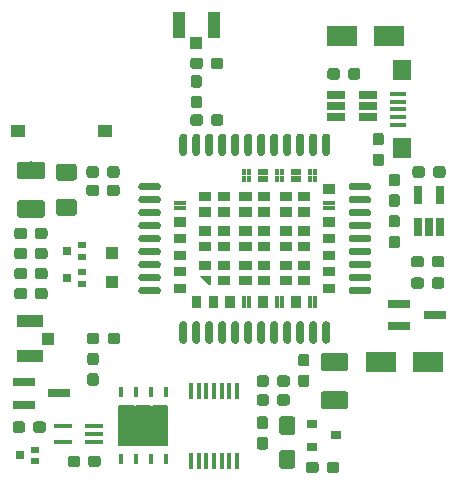
<source format=gtp>
G04 #@! TF.GenerationSoftware,KiCad,Pcbnew,(5.1.4-0)*
G04 #@! TF.CreationDate,2021-09-04T15:45:48+08:00*
G04 #@! TF.ProjectId,SIM7080,53494d37-3038-4302-9e6b-696361645f70,V1.2*
G04 #@! TF.SameCoordinates,Original*
G04 #@! TF.FileFunction,Paste,Top*
G04 #@! TF.FilePolarity,Positive*
%FSLAX46Y46*%
G04 Gerber Fmt 4.6, Leading zero omitted, Abs format (unit mm)*
G04 Created by KiCad (PCBNEW (5.1.4-0)) date 2021-09-04 15:45:48*
%MOMM*%
%LPD*%
G04 APERTURE LIST*
%ADD10C,0.010000*%
%ADD11C,0.152400*%
%ADD12R,0.800000X0.800000*%
%ADD13R,0.800000X0.500000*%
%ADD14R,1.200000X1.000000*%
%ADD15C,0.100000*%
%ADD16C,0.950000*%
%ADD17C,1.500000*%
%ADD18C,1.425000*%
%ADD19C,1.350000*%
%ADD20R,1.000000X1.000000*%
%ADD21R,1.500000X0.400000*%
%ADD22R,2.500000X1.800000*%
%ADD23R,1.050000X2.200000*%
%ADD24R,1.000000X1.050000*%
%ADD25R,2.200000X1.050000*%
%ADD26R,1.050000X1.000000*%
%ADD27R,1.350000X0.400000*%
%ADD28R,1.600000X1.800000*%
%ADD29R,1.900000X0.800000*%
%ADD30R,1.560000X0.650000*%
%ADD31R,0.407200X0.909599*%
%ADD32R,4.292600X3.505200*%
%ADD33R,0.450000X1.450000*%
%ADD34R,0.900000X0.800000*%
%ADD35R,0.650000X1.560000*%
G04 APERTURE END LIST*
D10*
G36*
X152050000Y-95730000D02*
G01*
X152050000Y-95300000D01*
X152350000Y-95300000D01*
X152350000Y-95730000D01*
X152050000Y-95730000D01*
G37*
X152050000Y-95730000D02*
X152050000Y-95300000D01*
X152350000Y-95300000D01*
X152350000Y-95730000D01*
X152050000Y-95730000D01*
G36*
X152050000Y-95200000D02*
G01*
X152050000Y-94770000D01*
X152350000Y-94770000D01*
X152350000Y-95200000D01*
X152050000Y-95200000D01*
G37*
X152050000Y-95200000D02*
X152050000Y-94770000D01*
X152350000Y-94770000D01*
X152350000Y-95200000D01*
X152050000Y-95200000D01*
G36*
X151650000Y-95730000D02*
G01*
X151650000Y-95300000D01*
X151950000Y-95300000D01*
X151950000Y-95730000D01*
X151650000Y-95730000D01*
G37*
X151650000Y-95730000D02*
X151650000Y-95300000D01*
X151950000Y-95300000D01*
X151950000Y-95730000D01*
X151650000Y-95730000D01*
G36*
X151650000Y-95200000D02*
G01*
X151650000Y-94770000D01*
X151950000Y-94770000D01*
X151950000Y-95200000D01*
X151650000Y-95200000D01*
G37*
X151650000Y-95200000D02*
X151650000Y-94770000D01*
X151950000Y-94770000D01*
X151950000Y-95200000D01*
X151650000Y-95200000D01*
G36*
X153450000Y-95730000D02*
G01*
X153450000Y-95300000D01*
X153750000Y-95300000D01*
X153750000Y-95730000D01*
X153450000Y-95730000D01*
G37*
X153450000Y-95730000D02*
X153450000Y-95300000D01*
X153750000Y-95300000D01*
X153750000Y-95730000D01*
X153450000Y-95730000D01*
G36*
X153450000Y-95200000D02*
G01*
X153450000Y-94770000D01*
X153750000Y-94770000D01*
X153750000Y-95200000D01*
X153450000Y-95200000D01*
G37*
X153450000Y-95200000D02*
X153450000Y-94770000D01*
X153750000Y-94770000D01*
X153750000Y-95200000D01*
X153450000Y-95200000D01*
G36*
X153050000Y-95730000D02*
G01*
X153050000Y-95300000D01*
X153350000Y-95300000D01*
X153350000Y-95730000D01*
X153050000Y-95730000D01*
G37*
X153050000Y-95730000D02*
X153050000Y-95300000D01*
X153350000Y-95300000D01*
X153350000Y-95730000D01*
X153050000Y-95730000D01*
G36*
X153050000Y-95200000D02*
G01*
X153050000Y-94770000D01*
X153350000Y-94770000D01*
X153350000Y-95200000D01*
X153050000Y-95200000D01*
G37*
X153050000Y-95200000D02*
X153050000Y-94770000D01*
X153350000Y-94770000D01*
X153350000Y-95200000D01*
X153050000Y-95200000D01*
G36*
X154850000Y-95730000D02*
G01*
X154850000Y-95300000D01*
X155150000Y-95300000D01*
X155150000Y-95730000D01*
X154850000Y-95730000D01*
G37*
X154850000Y-95730000D02*
X154850000Y-95300000D01*
X155150000Y-95300000D01*
X155150000Y-95730000D01*
X154850000Y-95730000D01*
G36*
X154850000Y-95200000D02*
G01*
X154850000Y-94770000D01*
X155150000Y-94770000D01*
X155150000Y-95200000D01*
X154850000Y-95200000D01*
G37*
X154850000Y-95200000D02*
X154850000Y-94770000D01*
X155150000Y-94770000D01*
X155150000Y-95200000D01*
X154850000Y-95200000D01*
G36*
X154450000Y-95730000D02*
G01*
X154450000Y-95300000D01*
X154750000Y-95300000D01*
X154750000Y-95730000D01*
X154450000Y-95730000D01*
G37*
X154450000Y-95730000D02*
X154450000Y-95300000D01*
X154750000Y-95300000D01*
X154750000Y-95730000D01*
X154450000Y-95730000D01*
G36*
X154450000Y-95200000D02*
G01*
X154450000Y-94770000D01*
X154750000Y-94770000D01*
X154750000Y-95200000D01*
X154450000Y-95200000D01*
G37*
X154450000Y-95200000D02*
X154450000Y-94770000D01*
X154750000Y-94770000D01*
X154750000Y-95200000D01*
X154450000Y-95200000D01*
G36*
X156250000Y-95730000D02*
G01*
X156250000Y-95300000D01*
X156550000Y-95300000D01*
X156550000Y-95730000D01*
X156250000Y-95730000D01*
G37*
X156250000Y-95730000D02*
X156250000Y-95300000D01*
X156550000Y-95300000D01*
X156550000Y-95730000D01*
X156250000Y-95730000D01*
G36*
X156250000Y-95200000D02*
G01*
X156250000Y-94770000D01*
X156550000Y-94770000D01*
X156550000Y-95200000D01*
X156250000Y-95200000D01*
G37*
X156250000Y-95200000D02*
X156250000Y-94770000D01*
X156550000Y-94770000D01*
X156550000Y-95200000D01*
X156250000Y-95200000D01*
G36*
X155850000Y-95730000D02*
G01*
X155850000Y-95300000D01*
X156150000Y-95300000D01*
X156150000Y-95730000D01*
X155850000Y-95730000D01*
G37*
X155850000Y-95730000D02*
X155850000Y-95300000D01*
X156150000Y-95300000D01*
X156150000Y-95730000D01*
X155850000Y-95730000D01*
G36*
X155850000Y-95200000D02*
G01*
X155850000Y-94770000D01*
X156150000Y-94770000D01*
X156150000Y-95200000D01*
X155850000Y-95200000D01*
G37*
X155850000Y-95200000D02*
X155850000Y-94770000D01*
X156150000Y-94770000D01*
X156150000Y-95200000D01*
X155850000Y-95200000D01*
G36*
X157650000Y-95730000D02*
G01*
X157650000Y-95300000D01*
X157950000Y-95300000D01*
X157950000Y-95730000D01*
X157650000Y-95730000D01*
G37*
X157650000Y-95730000D02*
X157650000Y-95300000D01*
X157950000Y-95300000D01*
X157950000Y-95730000D01*
X157650000Y-95730000D01*
G36*
X157650000Y-95200000D02*
G01*
X157650000Y-94770000D01*
X157950000Y-94770000D01*
X157950000Y-95200000D01*
X157650000Y-95200000D01*
G37*
X157650000Y-95200000D02*
X157650000Y-94770000D01*
X157950000Y-94770000D01*
X157950000Y-95200000D01*
X157650000Y-95200000D01*
G36*
X157250000Y-95730000D02*
G01*
X157250000Y-95300000D01*
X157550000Y-95300000D01*
X157550000Y-95730000D01*
X157250000Y-95730000D01*
G37*
X157250000Y-95730000D02*
X157250000Y-95300000D01*
X157550000Y-95300000D01*
X157550000Y-95730000D01*
X157250000Y-95730000D01*
G36*
X157250000Y-95200000D02*
G01*
X157250000Y-94770000D01*
X157550000Y-94770000D01*
X157550000Y-95200000D01*
X157250000Y-95200000D01*
G37*
X157250000Y-95200000D02*
X157250000Y-94770000D01*
X157550000Y-94770000D01*
X157550000Y-95200000D01*
X157250000Y-95200000D01*
G36*
X159050000Y-95730000D02*
G01*
X159050000Y-95300000D01*
X159350000Y-95300000D01*
X159350000Y-95730000D01*
X159050000Y-95730000D01*
G37*
X159050000Y-95730000D02*
X159050000Y-95300000D01*
X159350000Y-95300000D01*
X159350000Y-95730000D01*
X159050000Y-95730000D01*
G36*
X159050000Y-95200000D02*
G01*
X159050000Y-94770000D01*
X159350000Y-94770000D01*
X159350000Y-95200000D01*
X159050000Y-95200000D01*
G37*
X159050000Y-95200000D02*
X159050000Y-94770000D01*
X159350000Y-94770000D01*
X159350000Y-95200000D01*
X159050000Y-95200000D01*
G36*
X158650000Y-95730000D02*
G01*
X158650000Y-95300000D01*
X158950000Y-95300000D01*
X158950000Y-95730000D01*
X158650000Y-95730000D01*
G37*
X158650000Y-95730000D02*
X158650000Y-95300000D01*
X158950000Y-95300000D01*
X158950000Y-95730000D01*
X158650000Y-95730000D01*
G36*
X158650000Y-95200000D02*
G01*
X158650000Y-94770000D01*
X158950000Y-94770000D01*
X158950000Y-95200000D01*
X158650000Y-95200000D01*
G37*
X158650000Y-95200000D02*
X158650000Y-94770000D01*
X158950000Y-94770000D01*
X158950000Y-95200000D01*
X158650000Y-95200000D01*
G36*
X160450000Y-95730000D02*
G01*
X160450000Y-95300000D01*
X160750000Y-95300000D01*
X160750000Y-95730000D01*
X160450000Y-95730000D01*
G37*
X160450000Y-95730000D02*
X160450000Y-95300000D01*
X160750000Y-95300000D01*
X160750000Y-95730000D01*
X160450000Y-95730000D01*
G36*
X160450000Y-95200000D02*
G01*
X160450000Y-94770000D01*
X160750000Y-94770000D01*
X160750000Y-95200000D01*
X160450000Y-95200000D01*
G37*
X160450000Y-95200000D02*
X160450000Y-94770000D01*
X160750000Y-94770000D01*
X160750000Y-95200000D01*
X160450000Y-95200000D01*
G36*
X160050000Y-95730000D02*
G01*
X160050000Y-95300000D01*
X160350000Y-95300000D01*
X160350000Y-95730000D01*
X160050000Y-95730000D01*
G37*
X160050000Y-95730000D02*
X160050000Y-95300000D01*
X160350000Y-95300000D01*
X160350000Y-95730000D01*
X160050000Y-95730000D01*
G36*
X160050000Y-95200000D02*
G01*
X160050000Y-94770000D01*
X160350000Y-94770000D01*
X160350000Y-95200000D01*
X160050000Y-95200000D01*
G37*
X160050000Y-95200000D02*
X160050000Y-94770000D01*
X160350000Y-94770000D01*
X160350000Y-95200000D01*
X160050000Y-95200000D01*
G36*
X161850000Y-95730000D02*
G01*
X161850000Y-95300000D01*
X162150000Y-95300000D01*
X162150000Y-95730000D01*
X161850000Y-95730000D01*
G37*
X161850000Y-95730000D02*
X161850000Y-95300000D01*
X162150000Y-95300000D01*
X162150000Y-95730000D01*
X161850000Y-95730000D01*
G36*
X161850000Y-95200000D02*
G01*
X161850000Y-94770000D01*
X162150000Y-94770000D01*
X162150000Y-95200000D01*
X161850000Y-95200000D01*
G37*
X161850000Y-95200000D02*
X161850000Y-94770000D01*
X162150000Y-94770000D01*
X162150000Y-95200000D01*
X161850000Y-95200000D01*
G36*
X161450000Y-95730000D02*
G01*
X161450000Y-95300000D01*
X161750000Y-95300000D01*
X161750000Y-95730000D01*
X161450000Y-95730000D01*
G37*
X161450000Y-95730000D02*
X161450000Y-95300000D01*
X161750000Y-95300000D01*
X161750000Y-95730000D01*
X161450000Y-95730000D01*
G36*
X161450000Y-95200000D02*
G01*
X161450000Y-94770000D01*
X161750000Y-94770000D01*
X161750000Y-95200000D01*
X161450000Y-95200000D01*
G37*
X161450000Y-95200000D02*
X161450000Y-94770000D01*
X161750000Y-94770000D01*
X161750000Y-95200000D01*
X161450000Y-95200000D01*
G36*
X155650000Y-89600000D02*
G01*
X155650000Y-88900000D01*
X156600000Y-88900000D01*
X156600000Y-89600000D01*
X155650000Y-89600000D01*
G37*
X155650000Y-89600000D02*
X155650000Y-88900000D01*
X156600000Y-88900000D01*
X156600000Y-89600000D01*
X155650000Y-89600000D01*
G36*
X157200000Y-89600000D02*
G01*
X157200000Y-88900000D01*
X158150000Y-88900000D01*
X158150000Y-89600000D01*
X157200000Y-89600000D01*
G37*
X157200000Y-89600000D02*
X157200000Y-88900000D01*
X158150000Y-88900000D01*
X158150000Y-89600000D01*
X157200000Y-89600000D01*
G36*
X157200000Y-90900000D02*
G01*
X157200000Y-90200000D01*
X158150000Y-90200000D01*
X158150000Y-90900000D01*
X157200000Y-90900000D01*
G37*
X157200000Y-90900000D02*
X157200000Y-90200000D01*
X158150000Y-90200000D01*
X158150000Y-90900000D01*
X157200000Y-90900000D01*
G36*
X152250000Y-92500000D02*
G01*
X152250000Y-91800000D01*
X153200000Y-91800000D01*
X153200000Y-92500000D01*
X152250000Y-92500000D01*
G37*
X152250000Y-92500000D02*
X152250000Y-91800000D01*
X153200000Y-91800000D01*
X153200000Y-92500000D01*
X152250000Y-92500000D01*
G36*
X153200000Y-93100000D02*
G01*
X152270000Y-93100000D01*
X152970000Y-93800000D01*
X153200000Y-93800000D01*
X153200000Y-93100000D01*
G37*
X153200000Y-93100000D02*
X152270000Y-93100000D01*
X152970000Y-93800000D01*
X153200000Y-93800000D01*
X153200000Y-93100000D01*
G36*
X153800000Y-92500000D02*
G01*
X153800000Y-91800000D01*
X154750000Y-91800000D01*
X154750000Y-92500000D01*
X153800000Y-92500000D01*
G37*
X153800000Y-92500000D02*
X153800000Y-91800000D01*
X154750000Y-91800000D01*
X154750000Y-92500000D01*
X153800000Y-92500000D01*
G36*
X153800000Y-93800000D02*
G01*
X153800000Y-93100000D01*
X154750000Y-93100000D01*
X154750000Y-93800000D01*
X153800000Y-93800000D01*
G37*
X153800000Y-93800000D02*
X153800000Y-93100000D01*
X154750000Y-93100000D01*
X154750000Y-93800000D01*
X153800000Y-93800000D01*
G36*
X155650000Y-90900000D02*
G01*
X155650000Y-90200000D01*
X156600000Y-90200000D01*
X156600000Y-90900000D01*
X155650000Y-90900000D01*
G37*
X155650000Y-90900000D02*
X155650000Y-90200000D01*
X156600000Y-90200000D01*
X156600000Y-90900000D01*
X155650000Y-90900000D01*
G36*
X152250000Y-89600000D02*
G01*
X152250000Y-88900000D01*
X153200000Y-88900000D01*
X153200000Y-89600000D01*
X152250000Y-89600000D01*
G37*
X152250000Y-89600000D02*
X152250000Y-88900000D01*
X153200000Y-88900000D01*
X153200000Y-89600000D01*
X152250000Y-89600000D01*
G36*
X153800000Y-89600000D02*
G01*
X153800000Y-88900000D01*
X154750000Y-88900000D01*
X154750000Y-89600000D01*
X153800000Y-89600000D01*
G37*
X153800000Y-89600000D02*
X153800000Y-88900000D01*
X154750000Y-88900000D01*
X154750000Y-89600000D01*
X153800000Y-89600000D01*
G36*
X153800000Y-90900000D02*
G01*
X153800000Y-90200000D01*
X154750000Y-90200000D01*
X154750000Y-90900000D01*
X153800000Y-90900000D01*
G37*
X153800000Y-90900000D02*
X153800000Y-90200000D01*
X154750000Y-90200000D01*
X154750000Y-90900000D01*
X153800000Y-90900000D01*
G36*
X152250000Y-90900000D02*
G01*
X152250000Y-90200000D01*
X153200000Y-90200000D01*
X153200000Y-90900000D01*
X152250000Y-90900000D01*
G37*
X152250000Y-90900000D02*
X152250000Y-90200000D01*
X153200000Y-90200000D01*
X153200000Y-90900000D01*
X152250000Y-90900000D01*
G36*
X159050000Y-89600000D02*
G01*
X159050000Y-88900000D01*
X160000000Y-88900000D01*
X160000000Y-89600000D01*
X159050000Y-89600000D01*
G37*
X159050000Y-89600000D02*
X159050000Y-88900000D01*
X160000000Y-88900000D01*
X160000000Y-89600000D01*
X159050000Y-89600000D01*
G36*
X160600000Y-89600000D02*
G01*
X160600000Y-88900000D01*
X161550000Y-88900000D01*
X161550000Y-89600000D01*
X160600000Y-89600000D01*
G37*
X160600000Y-89600000D02*
X160600000Y-88900000D01*
X161550000Y-88900000D01*
X161550000Y-89600000D01*
X160600000Y-89600000D01*
G36*
X160600000Y-90900000D02*
G01*
X160600000Y-90200000D01*
X161550000Y-90200000D01*
X161550000Y-90900000D01*
X160600000Y-90900000D01*
G37*
X160600000Y-90900000D02*
X160600000Y-90200000D01*
X161550000Y-90200000D01*
X161550000Y-90900000D01*
X160600000Y-90900000D01*
G36*
X159050000Y-90900000D02*
G01*
X159050000Y-90200000D01*
X160000000Y-90200000D01*
X160000000Y-90900000D01*
X159050000Y-90900000D01*
G37*
X159050000Y-90900000D02*
X159050000Y-90200000D01*
X160000000Y-90200000D01*
X160000000Y-90900000D01*
X159050000Y-90900000D01*
G36*
X155650000Y-86700000D02*
G01*
X155650000Y-86000000D01*
X156600000Y-86000000D01*
X156600000Y-86700000D01*
X155650000Y-86700000D01*
G37*
X155650000Y-86700000D02*
X155650000Y-86000000D01*
X156600000Y-86000000D01*
X156600000Y-86700000D01*
X155650000Y-86700000D01*
G36*
X157200000Y-86700000D02*
G01*
X157200000Y-86000000D01*
X158150000Y-86000000D01*
X158150000Y-86700000D01*
X157200000Y-86700000D01*
G37*
X157200000Y-86700000D02*
X157200000Y-86000000D01*
X158150000Y-86000000D01*
X158150000Y-86700000D01*
X157200000Y-86700000D01*
G36*
X157200000Y-88000000D02*
G01*
X157200000Y-87300000D01*
X158150000Y-87300000D01*
X158150000Y-88000000D01*
X157200000Y-88000000D01*
G37*
X157200000Y-88000000D02*
X157200000Y-87300000D01*
X158150000Y-87300000D01*
X158150000Y-88000000D01*
X157200000Y-88000000D01*
G36*
X155650000Y-88000000D02*
G01*
X155650000Y-87300000D01*
X156600000Y-87300000D01*
X156600000Y-88000000D01*
X155650000Y-88000000D01*
G37*
X155650000Y-88000000D02*
X155650000Y-87300000D01*
X156600000Y-87300000D01*
X156600000Y-88000000D01*
X155650000Y-88000000D01*
G36*
X159050000Y-86700000D02*
G01*
X159050000Y-86000000D01*
X160000000Y-86000000D01*
X160000000Y-86700000D01*
X159050000Y-86700000D01*
G37*
X159050000Y-86700000D02*
X159050000Y-86000000D01*
X160000000Y-86000000D01*
X160000000Y-86700000D01*
X159050000Y-86700000D01*
G36*
X160600000Y-86700000D02*
G01*
X160600000Y-86000000D01*
X161550000Y-86000000D01*
X161550000Y-86700000D01*
X160600000Y-86700000D01*
G37*
X160600000Y-86700000D02*
X160600000Y-86000000D01*
X161550000Y-86000000D01*
X161550000Y-86700000D01*
X160600000Y-86700000D01*
G36*
X160600000Y-88000000D02*
G01*
X160600000Y-87300000D01*
X161550000Y-87300000D01*
X161550000Y-88000000D01*
X160600000Y-88000000D01*
G37*
X160600000Y-88000000D02*
X160600000Y-87300000D01*
X161550000Y-87300000D01*
X161550000Y-88000000D01*
X160600000Y-88000000D01*
G36*
X159050000Y-88000000D02*
G01*
X159050000Y-87300000D01*
X160000000Y-87300000D01*
X160000000Y-88000000D01*
X159050000Y-88000000D01*
G37*
X159050000Y-88000000D02*
X159050000Y-87300000D01*
X160000000Y-87300000D01*
X160000000Y-88000000D01*
X159050000Y-88000000D01*
G36*
X155650000Y-92500000D02*
G01*
X155650000Y-91800000D01*
X156600000Y-91800000D01*
X156600000Y-92500000D01*
X155650000Y-92500000D01*
G37*
X155650000Y-92500000D02*
X155650000Y-91800000D01*
X156600000Y-91800000D01*
X156600000Y-92500000D01*
X155650000Y-92500000D01*
G36*
X157200000Y-92500000D02*
G01*
X157200000Y-91800000D01*
X158150000Y-91800000D01*
X158150000Y-92500000D01*
X157200000Y-92500000D01*
G37*
X157200000Y-92500000D02*
X157200000Y-91800000D01*
X158150000Y-91800000D01*
X158150000Y-92500000D01*
X157200000Y-92500000D01*
G36*
X157200000Y-93800000D02*
G01*
X157200000Y-93100000D01*
X158150000Y-93100000D01*
X158150000Y-93800000D01*
X157200000Y-93800000D01*
G37*
X157200000Y-93800000D02*
X157200000Y-93100000D01*
X158150000Y-93100000D01*
X158150000Y-93800000D01*
X157200000Y-93800000D01*
G36*
X155650000Y-93800000D02*
G01*
X155650000Y-93100000D01*
X156600000Y-93100000D01*
X156600000Y-93800000D01*
X155650000Y-93800000D01*
G37*
X155650000Y-93800000D02*
X155650000Y-93100000D01*
X156600000Y-93100000D01*
X156600000Y-93800000D01*
X155650000Y-93800000D01*
G36*
X159050000Y-92500000D02*
G01*
X159050000Y-91800000D01*
X160000000Y-91800000D01*
X160000000Y-92500000D01*
X159050000Y-92500000D01*
G37*
X159050000Y-92500000D02*
X159050000Y-91800000D01*
X160000000Y-91800000D01*
X160000000Y-92500000D01*
X159050000Y-92500000D01*
G36*
X160600000Y-92500000D02*
G01*
X160600000Y-91800000D01*
X161550000Y-91800000D01*
X161550000Y-92500000D01*
X160600000Y-92500000D01*
G37*
X160600000Y-92500000D02*
X160600000Y-91800000D01*
X161550000Y-91800000D01*
X161550000Y-92500000D01*
X160600000Y-92500000D01*
G36*
X160600000Y-93800000D02*
G01*
X160600000Y-93100000D01*
X161550000Y-93100000D01*
X161550000Y-93800000D01*
X160600000Y-93800000D01*
G37*
X160600000Y-93800000D02*
X160600000Y-93100000D01*
X161550000Y-93100000D01*
X161550000Y-93800000D01*
X160600000Y-93800000D01*
G36*
X159050000Y-93800000D02*
G01*
X159050000Y-93100000D01*
X160000000Y-93100000D01*
X160000000Y-93800000D01*
X159050000Y-93800000D01*
G37*
X159050000Y-93800000D02*
X159050000Y-93100000D01*
X160000000Y-93100000D01*
X160000000Y-93800000D01*
X159050000Y-93800000D01*
G36*
X152250000Y-86700000D02*
G01*
X152250000Y-86000000D01*
X153200000Y-86000000D01*
X153200000Y-86700000D01*
X152250000Y-86700000D01*
G37*
X152250000Y-86700000D02*
X152250000Y-86000000D01*
X153200000Y-86000000D01*
X153200000Y-86700000D01*
X152250000Y-86700000D01*
G36*
X153800000Y-86700000D02*
G01*
X153800000Y-86000000D01*
X154750000Y-86000000D01*
X154750000Y-86700000D01*
X153800000Y-86700000D01*
G37*
X153800000Y-86700000D02*
X153800000Y-86000000D01*
X154750000Y-86000000D01*
X154750000Y-86700000D01*
X153800000Y-86700000D01*
G36*
X153800000Y-88000000D02*
G01*
X153800000Y-87300000D01*
X154750000Y-87300000D01*
X154750000Y-88000000D01*
X153800000Y-88000000D01*
G37*
X153800000Y-88000000D02*
X153800000Y-87300000D01*
X154750000Y-87300000D01*
X154750000Y-88000000D01*
X153800000Y-88000000D01*
G36*
X152250000Y-88000000D02*
G01*
X152250000Y-87300000D01*
X153200000Y-87300000D01*
X153200000Y-88000000D01*
X152250000Y-88000000D01*
G37*
X152250000Y-88000000D02*
X152250000Y-87300000D01*
X153200000Y-87300000D01*
X153200000Y-88000000D01*
X152250000Y-88000000D01*
G36*
X147375000Y-89625000D02*
G01*
X148625000Y-89625000D01*
X148639392Y-89625377D01*
X148653745Y-89626506D01*
X148668019Y-89628386D01*
X148682176Y-89631009D01*
X148696175Y-89634370D01*
X148709980Y-89638459D01*
X148723551Y-89643265D01*
X148736853Y-89648775D01*
X148749847Y-89654973D01*
X148762500Y-89661843D01*
X148774776Y-89669366D01*
X148786641Y-89677520D01*
X148798063Y-89686285D01*
X148809011Y-89695635D01*
X148819454Y-89705546D01*
X148829365Y-89715989D01*
X148838715Y-89726937D01*
X148847480Y-89738359D01*
X148855634Y-89750224D01*
X148863157Y-89762500D01*
X148870027Y-89775153D01*
X148876225Y-89788147D01*
X148881735Y-89801449D01*
X148886541Y-89815020D01*
X148890630Y-89828825D01*
X148893991Y-89842824D01*
X148896614Y-89856981D01*
X148898494Y-89871255D01*
X148899623Y-89885608D01*
X148900000Y-89900000D01*
X148899623Y-89914392D01*
X148898494Y-89928745D01*
X148896614Y-89943019D01*
X148893991Y-89957176D01*
X148890630Y-89971175D01*
X148886541Y-89984980D01*
X148881735Y-89998551D01*
X148876225Y-90011853D01*
X148870027Y-90024847D01*
X148863157Y-90037500D01*
X148855634Y-90049776D01*
X148847480Y-90061641D01*
X148838715Y-90073063D01*
X148829365Y-90084011D01*
X148819454Y-90094454D01*
X148809011Y-90104365D01*
X148798063Y-90113715D01*
X148786641Y-90122480D01*
X148774776Y-90130634D01*
X148762500Y-90138157D01*
X148749847Y-90145027D01*
X148736853Y-90151225D01*
X148723551Y-90156735D01*
X148709980Y-90161541D01*
X148696175Y-90165630D01*
X148682176Y-90168991D01*
X148668019Y-90171614D01*
X148653745Y-90173494D01*
X148639392Y-90174623D01*
X148625000Y-90175000D01*
X147375000Y-90175000D01*
X147360608Y-90174623D01*
X147346255Y-90173494D01*
X147331981Y-90171614D01*
X147317824Y-90168991D01*
X147303825Y-90165630D01*
X147290020Y-90161541D01*
X147276449Y-90156735D01*
X147263147Y-90151225D01*
X147250153Y-90145027D01*
X147237500Y-90138157D01*
X147225224Y-90130634D01*
X147213359Y-90122480D01*
X147201937Y-90113715D01*
X147190989Y-90104365D01*
X147180546Y-90094454D01*
X147170635Y-90084011D01*
X147161285Y-90073063D01*
X147152520Y-90061641D01*
X147144366Y-90049776D01*
X147136843Y-90037500D01*
X147129973Y-90024847D01*
X147123775Y-90011853D01*
X147118265Y-89998551D01*
X147113459Y-89984980D01*
X147109370Y-89971175D01*
X147106009Y-89957176D01*
X147103386Y-89943019D01*
X147101506Y-89928745D01*
X147100377Y-89914392D01*
X147100000Y-89900000D01*
X147100377Y-89885608D01*
X147101506Y-89871255D01*
X147103386Y-89856981D01*
X147106009Y-89842824D01*
X147109370Y-89828825D01*
X147113459Y-89815020D01*
X147118265Y-89801449D01*
X147123775Y-89788147D01*
X147129973Y-89775153D01*
X147136843Y-89762500D01*
X147144366Y-89750224D01*
X147152520Y-89738359D01*
X147161285Y-89726937D01*
X147170635Y-89715989D01*
X147180546Y-89705546D01*
X147190989Y-89695635D01*
X147201937Y-89686285D01*
X147213359Y-89677520D01*
X147225224Y-89669366D01*
X147237500Y-89661843D01*
X147250153Y-89654973D01*
X147263147Y-89648775D01*
X147276449Y-89643265D01*
X147290020Y-89638459D01*
X147303825Y-89634370D01*
X147317824Y-89631009D01*
X147331981Y-89628386D01*
X147346255Y-89626506D01*
X147360608Y-89625377D01*
X147375000Y-89625000D01*
X147375000Y-89625000D01*
G37*
X147375000Y-89625000D02*
X148625000Y-89625000D01*
X148639392Y-89625377D01*
X148653745Y-89626506D01*
X148668019Y-89628386D01*
X148682176Y-89631009D01*
X148696175Y-89634370D01*
X148709980Y-89638459D01*
X148723551Y-89643265D01*
X148736853Y-89648775D01*
X148749847Y-89654973D01*
X148762500Y-89661843D01*
X148774776Y-89669366D01*
X148786641Y-89677520D01*
X148798063Y-89686285D01*
X148809011Y-89695635D01*
X148819454Y-89705546D01*
X148829365Y-89715989D01*
X148838715Y-89726937D01*
X148847480Y-89738359D01*
X148855634Y-89750224D01*
X148863157Y-89762500D01*
X148870027Y-89775153D01*
X148876225Y-89788147D01*
X148881735Y-89801449D01*
X148886541Y-89815020D01*
X148890630Y-89828825D01*
X148893991Y-89842824D01*
X148896614Y-89856981D01*
X148898494Y-89871255D01*
X148899623Y-89885608D01*
X148900000Y-89900000D01*
X148899623Y-89914392D01*
X148898494Y-89928745D01*
X148896614Y-89943019D01*
X148893991Y-89957176D01*
X148890630Y-89971175D01*
X148886541Y-89984980D01*
X148881735Y-89998551D01*
X148876225Y-90011853D01*
X148870027Y-90024847D01*
X148863157Y-90037500D01*
X148855634Y-90049776D01*
X148847480Y-90061641D01*
X148838715Y-90073063D01*
X148829365Y-90084011D01*
X148819454Y-90094454D01*
X148809011Y-90104365D01*
X148798063Y-90113715D01*
X148786641Y-90122480D01*
X148774776Y-90130634D01*
X148762500Y-90138157D01*
X148749847Y-90145027D01*
X148736853Y-90151225D01*
X148723551Y-90156735D01*
X148709980Y-90161541D01*
X148696175Y-90165630D01*
X148682176Y-90168991D01*
X148668019Y-90171614D01*
X148653745Y-90173494D01*
X148639392Y-90174623D01*
X148625000Y-90175000D01*
X147375000Y-90175000D01*
X147360608Y-90174623D01*
X147346255Y-90173494D01*
X147331981Y-90171614D01*
X147317824Y-90168991D01*
X147303825Y-90165630D01*
X147290020Y-90161541D01*
X147276449Y-90156735D01*
X147263147Y-90151225D01*
X147250153Y-90145027D01*
X147237500Y-90138157D01*
X147225224Y-90130634D01*
X147213359Y-90122480D01*
X147201937Y-90113715D01*
X147190989Y-90104365D01*
X147180546Y-90094454D01*
X147170635Y-90084011D01*
X147161285Y-90073063D01*
X147152520Y-90061641D01*
X147144366Y-90049776D01*
X147136843Y-90037500D01*
X147129973Y-90024847D01*
X147123775Y-90011853D01*
X147118265Y-89998551D01*
X147113459Y-89984980D01*
X147109370Y-89971175D01*
X147106009Y-89957176D01*
X147103386Y-89943019D01*
X147101506Y-89928745D01*
X147100377Y-89914392D01*
X147100000Y-89900000D01*
X147100377Y-89885608D01*
X147101506Y-89871255D01*
X147103386Y-89856981D01*
X147106009Y-89842824D01*
X147109370Y-89828825D01*
X147113459Y-89815020D01*
X147118265Y-89801449D01*
X147123775Y-89788147D01*
X147129973Y-89775153D01*
X147136843Y-89762500D01*
X147144366Y-89750224D01*
X147152520Y-89738359D01*
X147161285Y-89726937D01*
X147170635Y-89715989D01*
X147180546Y-89705546D01*
X147190989Y-89695635D01*
X147201937Y-89686285D01*
X147213359Y-89677520D01*
X147225224Y-89669366D01*
X147237500Y-89661843D01*
X147250153Y-89654973D01*
X147263147Y-89648775D01*
X147276449Y-89643265D01*
X147290020Y-89638459D01*
X147303825Y-89634370D01*
X147317824Y-89631009D01*
X147331981Y-89628386D01*
X147346255Y-89626506D01*
X147360608Y-89625377D01*
X147375000Y-89625000D01*
G36*
X147375000Y-90725000D02*
G01*
X148625000Y-90725000D01*
X148639392Y-90725377D01*
X148653745Y-90726506D01*
X148668019Y-90728386D01*
X148682176Y-90731009D01*
X148696175Y-90734370D01*
X148709980Y-90738459D01*
X148723551Y-90743265D01*
X148736853Y-90748775D01*
X148749847Y-90754973D01*
X148762500Y-90761843D01*
X148774776Y-90769366D01*
X148786641Y-90777520D01*
X148798063Y-90786285D01*
X148809011Y-90795635D01*
X148819454Y-90805546D01*
X148829365Y-90815989D01*
X148838715Y-90826937D01*
X148847480Y-90838359D01*
X148855634Y-90850224D01*
X148863157Y-90862500D01*
X148870027Y-90875153D01*
X148876225Y-90888147D01*
X148881735Y-90901449D01*
X148886541Y-90915020D01*
X148890630Y-90928825D01*
X148893991Y-90942824D01*
X148896614Y-90956981D01*
X148898494Y-90971255D01*
X148899623Y-90985608D01*
X148900000Y-91000000D01*
X148899623Y-91014392D01*
X148898494Y-91028745D01*
X148896614Y-91043019D01*
X148893991Y-91057176D01*
X148890630Y-91071175D01*
X148886541Y-91084980D01*
X148881735Y-91098551D01*
X148876225Y-91111853D01*
X148870027Y-91124847D01*
X148863157Y-91137500D01*
X148855634Y-91149776D01*
X148847480Y-91161641D01*
X148838715Y-91173063D01*
X148829365Y-91184011D01*
X148819454Y-91194454D01*
X148809011Y-91204365D01*
X148798063Y-91213715D01*
X148786641Y-91222480D01*
X148774776Y-91230634D01*
X148762500Y-91238157D01*
X148749847Y-91245027D01*
X148736853Y-91251225D01*
X148723551Y-91256735D01*
X148709980Y-91261541D01*
X148696175Y-91265630D01*
X148682176Y-91268991D01*
X148668019Y-91271614D01*
X148653745Y-91273494D01*
X148639392Y-91274623D01*
X148625000Y-91275000D01*
X147375000Y-91275000D01*
X147360608Y-91274623D01*
X147346255Y-91273494D01*
X147331981Y-91271614D01*
X147317824Y-91268991D01*
X147303825Y-91265630D01*
X147290020Y-91261541D01*
X147276449Y-91256735D01*
X147263147Y-91251225D01*
X147250153Y-91245027D01*
X147237500Y-91238157D01*
X147225224Y-91230634D01*
X147213359Y-91222480D01*
X147201937Y-91213715D01*
X147190989Y-91204365D01*
X147180546Y-91194454D01*
X147170635Y-91184011D01*
X147161285Y-91173063D01*
X147152520Y-91161641D01*
X147144366Y-91149776D01*
X147136843Y-91137500D01*
X147129973Y-91124847D01*
X147123775Y-91111853D01*
X147118265Y-91098551D01*
X147113459Y-91084980D01*
X147109370Y-91071175D01*
X147106009Y-91057176D01*
X147103386Y-91043019D01*
X147101506Y-91028745D01*
X147100377Y-91014392D01*
X147100000Y-91000000D01*
X147100377Y-90985608D01*
X147101506Y-90971255D01*
X147103386Y-90956981D01*
X147106009Y-90942824D01*
X147109370Y-90928825D01*
X147113459Y-90915020D01*
X147118265Y-90901449D01*
X147123775Y-90888147D01*
X147129973Y-90875153D01*
X147136843Y-90862500D01*
X147144366Y-90850224D01*
X147152520Y-90838359D01*
X147161285Y-90826937D01*
X147170635Y-90815989D01*
X147180546Y-90805546D01*
X147190989Y-90795635D01*
X147201937Y-90786285D01*
X147213359Y-90777520D01*
X147225224Y-90769366D01*
X147237500Y-90761843D01*
X147250153Y-90754973D01*
X147263147Y-90748775D01*
X147276449Y-90743265D01*
X147290020Y-90738459D01*
X147303825Y-90734370D01*
X147317824Y-90731009D01*
X147331981Y-90728386D01*
X147346255Y-90726506D01*
X147360608Y-90725377D01*
X147375000Y-90725000D01*
X147375000Y-90725000D01*
G37*
X147375000Y-90725000D02*
X148625000Y-90725000D01*
X148639392Y-90725377D01*
X148653745Y-90726506D01*
X148668019Y-90728386D01*
X148682176Y-90731009D01*
X148696175Y-90734370D01*
X148709980Y-90738459D01*
X148723551Y-90743265D01*
X148736853Y-90748775D01*
X148749847Y-90754973D01*
X148762500Y-90761843D01*
X148774776Y-90769366D01*
X148786641Y-90777520D01*
X148798063Y-90786285D01*
X148809011Y-90795635D01*
X148819454Y-90805546D01*
X148829365Y-90815989D01*
X148838715Y-90826937D01*
X148847480Y-90838359D01*
X148855634Y-90850224D01*
X148863157Y-90862500D01*
X148870027Y-90875153D01*
X148876225Y-90888147D01*
X148881735Y-90901449D01*
X148886541Y-90915020D01*
X148890630Y-90928825D01*
X148893991Y-90942824D01*
X148896614Y-90956981D01*
X148898494Y-90971255D01*
X148899623Y-90985608D01*
X148900000Y-91000000D01*
X148899623Y-91014392D01*
X148898494Y-91028745D01*
X148896614Y-91043019D01*
X148893991Y-91057176D01*
X148890630Y-91071175D01*
X148886541Y-91084980D01*
X148881735Y-91098551D01*
X148876225Y-91111853D01*
X148870027Y-91124847D01*
X148863157Y-91137500D01*
X148855634Y-91149776D01*
X148847480Y-91161641D01*
X148838715Y-91173063D01*
X148829365Y-91184011D01*
X148819454Y-91194454D01*
X148809011Y-91204365D01*
X148798063Y-91213715D01*
X148786641Y-91222480D01*
X148774776Y-91230634D01*
X148762500Y-91238157D01*
X148749847Y-91245027D01*
X148736853Y-91251225D01*
X148723551Y-91256735D01*
X148709980Y-91261541D01*
X148696175Y-91265630D01*
X148682176Y-91268991D01*
X148668019Y-91271614D01*
X148653745Y-91273494D01*
X148639392Y-91274623D01*
X148625000Y-91275000D01*
X147375000Y-91275000D01*
X147360608Y-91274623D01*
X147346255Y-91273494D01*
X147331981Y-91271614D01*
X147317824Y-91268991D01*
X147303825Y-91265630D01*
X147290020Y-91261541D01*
X147276449Y-91256735D01*
X147263147Y-91251225D01*
X147250153Y-91245027D01*
X147237500Y-91238157D01*
X147225224Y-91230634D01*
X147213359Y-91222480D01*
X147201937Y-91213715D01*
X147190989Y-91204365D01*
X147180546Y-91194454D01*
X147170635Y-91184011D01*
X147161285Y-91173063D01*
X147152520Y-91161641D01*
X147144366Y-91149776D01*
X147136843Y-91137500D01*
X147129973Y-91124847D01*
X147123775Y-91111853D01*
X147118265Y-91098551D01*
X147113459Y-91084980D01*
X147109370Y-91071175D01*
X147106009Y-91057176D01*
X147103386Y-91043019D01*
X147101506Y-91028745D01*
X147100377Y-91014392D01*
X147100000Y-91000000D01*
X147100377Y-90985608D01*
X147101506Y-90971255D01*
X147103386Y-90956981D01*
X147106009Y-90942824D01*
X147109370Y-90928825D01*
X147113459Y-90915020D01*
X147118265Y-90901449D01*
X147123775Y-90888147D01*
X147129973Y-90875153D01*
X147136843Y-90862500D01*
X147144366Y-90850224D01*
X147152520Y-90838359D01*
X147161285Y-90826937D01*
X147170635Y-90815989D01*
X147180546Y-90805546D01*
X147190989Y-90795635D01*
X147201937Y-90786285D01*
X147213359Y-90777520D01*
X147225224Y-90769366D01*
X147237500Y-90761843D01*
X147250153Y-90754973D01*
X147263147Y-90748775D01*
X147276449Y-90743265D01*
X147290020Y-90738459D01*
X147303825Y-90734370D01*
X147317824Y-90731009D01*
X147331981Y-90728386D01*
X147346255Y-90726506D01*
X147360608Y-90725377D01*
X147375000Y-90725000D01*
G36*
X147375000Y-91825000D02*
G01*
X148625000Y-91825000D01*
X148639392Y-91825377D01*
X148653745Y-91826506D01*
X148668019Y-91828386D01*
X148682176Y-91831009D01*
X148696175Y-91834370D01*
X148709980Y-91838459D01*
X148723551Y-91843265D01*
X148736853Y-91848775D01*
X148749847Y-91854973D01*
X148762500Y-91861843D01*
X148774776Y-91869366D01*
X148786641Y-91877520D01*
X148798063Y-91886285D01*
X148809011Y-91895635D01*
X148819454Y-91905546D01*
X148829365Y-91915989D01*
X148838715Y-91926937D01*
X148847480Y-91938359D01*
X148855634Y-91950224D01*
X148863157Y-91962500D01*
X148870027Y-91975153D01*
X148876225Y-91988147D01*
X148881735Y-92001449D01*
X148886541Y-92015020D01*
X148890630Y-92028825D01*
X148893991Y-92042824D01*
X148896614Y-92056981D01*
X148898494Y-92071255D01*
X148899623Y-92085608D01*
X148900000Y-92100000D01*
X148899623Y-92114392D01*
X148898494Y-92128745D01*
X148896614Y-92143019D01*
X148893991Y-92157176D01*
X148890630Y-92171175D01*
X148886541Y-92184980D01*
X148881735Y-92198551D01*
X148876225Y-92211853D01*
X148870027Y-92224847D01*
X148863157Y-92237500D01*
X148855634Y-92249776D01*
X148847480Y-92261641D01*
X148838715Y-92273063D01*
X148829365Y-92284011D01*
X148819454Y-92294454D01*
X148809011Y-92304365D01*
X148798063Y-92313715D01*
X148786641Y-92322480D01*
X148774776Y-92330634D01*
X148762500Y-92338157D01*
X148749847Y-92345027D01*
X148736853Y-92351225D01*
X148723551Y-92356735D01*
X148709980Y-92361541D01*
X148696175Y-92365630D01*
X148682176Y-92368991D01*
X148668019Y-92371614D01*
X148653745Y-92373494D01*
X148639392Y-92374623D01*
X148625000Y-92375000D01*
X147375000Y-92375000D01*
X147360608Y-92374623D01*
X147346255Y-92373494D01*
X147331981Y-92371614D01*
X147317824Y-92368991D01*
X147303825Y-92365630D01*
X147290020Y-92361541D01*
X147276449Y-92356735D01*
X147263147Y-92351225D01*
X147250153Y-92345027D01*
X147237500Y-92338157D01*
X147225224Y-92330634D01*
X147213359Y-92322480D01*
X147201937Y-92313715D01*
X147190989Y-92304365D01*
X147180546Y-92294454D01*
X147170635Y-92284011D01*
X147161285Y-92273063D01*
X147152520Y-92261641D01*
X147144366Y-92249776D01*
X147136843Y-92237500D01*
X147129973Y-92224847D01*
X147123775Y-92211853D01*
X147118265Y-92198551D01*
X147113459Y-92184980D01*
X147109370Y-92171175D01*
X147106009Y-92157176D01*
X147103386Y-92143019D01*
X147101506Y-92128745D01*
X147100377Y-92114392D01*
X147100000Y-92100000D01*
X147100377Y-92085608D01*
X147101506Y-92071255D01*
X147103386Y-92056981D01*
X147106009Y-92042824D01*
X147109370Y-92028825D01*
X147113459Y-92015020D01*
X147118265Y-92001449D01*
X147123775Y-91988147D01*
X147129973Y-91975153D01*
X147136843Y-91962500D01*
X147144366Y-91950224D01*
X147152520Y-91938359D01*
X147161285Y-91926937D01*
X147170635Y-91915989D01*
X147180546Y-91905546D01*
X147190989Y-91895635D01*
X147201937Y-91886285D01*
X147213359Y-91877520D01*
X147225224Y-91869366D01*
X147237500Y-91861843D01*
X147250153Y-91854973D01*
X147263147Y-91848775D01*
X147276449Y-91843265D01*
X147290020Y-91838459D01*
X147303825Y-91834370D01*
X147317824Y-91831009D01*
X147331981Y-91828386D01*
X147346255Y-91826506D01*
X147360608Y-91825377D01*
X147375000Y-91825000D01*
X147375000Y-91825000D01*
G37*
X147375000Y-91825000D02*
X148625000Y-91825000D01*
X148639392Y-91825377D01*
X148653745Y-91826506D01*
X148668019Y-91828386D01*
X148682176Y-91831009D01*
X148696175Y-91834370D01*
X148709980Y-91838459D01*
X148723551Y-91843265D01*
X148736853Y-91848775D01*
X148749847Y-91854973D01*
X148762500Y-91861843D01*
X148774776Y-91869366D01*
X148786641Y-91877520D01*
X148798063Y-91886285D01*
X148809011Y-91895635D01*
X148819454Y-91905546D01*
X148829365Y-91915989D01*
X148838715Y-91926937D01*
X148847480Y-91938359D01*
X148855634Y-91950224D01*
X148863157Y-91962500D01*
X148870027Y-91975153D01*
X148876225Y-91988147D01*
X148881735Y-92001449D01*
X148886541Y-92015020D01*
X148890630Y-92028825D01*
X148893991Y-92042824D01*
X148896614Y-92056981D01*
X148898494Y-92071255D01*
X148899623Y-92085608D01*
X148900000Y-92100000D01*
X148899623Y-92114392D01*
X148898494Y-92128745D01*
X148896614Y-92143019D01*
X148893991Y-92157176D01*
X148890630Y-92171175D01*
X148886541Y-92184980D01*
X148881735Y-92198551D01*
X148876225Y-92211853D01*
X148870027Y-92224847D01*
X148863157Y-92237500D01*
X148855634Y-92249776D01*
X148847480Y-92261641D01*
X148838715Y-92273063D01*
X148829365Y-92284011D01*
X148819454Y-92294454D01*
X148809011Y-92304365D01*
X148798063Y-92313715D01*
X148786641Y-92322480D01*
X148774776Y-92330634D01*
X148762500Y-92338157D01*
X148749847Y-92345027D01*
X148736853Y-92351225D01*
X148723551Y-92356735D01*
X148709980Y-92361541D01*
X148696175Y-92365630D01*
X148682176Y-92368991D01*
X148668019Y-92371614D01*
X148653745Y-92373494D01*
X148639392Y-92374623D01*
X148625000Y-92375000D01*
X147375000Y-92375000D01*
X147360608Y-92374623D01*
X147346255Y-92373494D01*
X147331981Y-92371614D01*
X147317824Y-92368991D01*
X147303825Y-92365630D01*
X147290020Y-92361541D01*
X147276449Y-92356735D01*
X147263147Y-92351225D01*
X147250153Y-92345027D01*
X147237500Y-92338157D01*
X147225224Y-92330634D01*
X147213359Y-92322480D01*
X147201937Y-92313715D01*
X147190989Y-92304365D01*
X147180546Y-92294454D01*
X147170635Y-92284011D01*
X147161285Y-92273063D01*
X147152520Y-92261641D01*
X147144366Y-92249776D01*
X147136843Y-92237500D01*
X147129973Y-92224847D01*
X147123775Y-92211853D01*
X147118265Y-92198551D01*
X147113459Y-92184980D01*
X147109370Y-92171175D01*
X147106009Y-92157176D01*
X147103386Y-92143019D01*
X147101506Y-92128745D01*
X147100377Y-92114392D01*
X147100000Y-92100000D01*
X147100377Y-92085608D01*
X147101506Y-92071255D01*
X147103386Y-92056981D01*
X147106009Y-92042824D01*
X147109370Y-92028825D01*
X147113459Y-92015020D01*
X147118265Y-92001449D01*
X147123775Y-91988147D01*
X147129973Y-91975153D01*
X147136843Y-91962500D01*
X147144366Y-91950224D01*
X147152520Y-91938359D01*
X147161285Y-91926937D01*
X147170635Y-91915989D01*
X147180546Y-91905546D01*
X147190989Y-91895635D01*
X147201937Y-91886285D01*
X147213359Y-91877520D01*
X147225224Y-91869366D01*
X147237500Y-91861843D01*
X147250153Y-91854973D01*
X147263147Y-91848775D01*
X147276449Y-91843265D01*
X147290020Y-91838459D01*
X147303825Y-91834370D01*
X147317824Y-91831009D01*
X147331981Y-91828386D01*
X147346255Y-91826506D01*
X147360608Y-91825377D01*
X147375000Y-91825000D01*
G36*
X147375000Y-92925000D02*
G01*
X148625000Y-92925000D01*
X148639392Y-92925377D01*
X148653745Y-92926506D01*
X148668019Y-92928386D01*
X148682176Y-92931009D01*
X148696175Y-92934370D01*
X148709980Y-92938459D01*
X148723551Y-92943265D01*
X148736853Y-92948775D01*
X148749847Y-92954973D01*
X148762500Y-92961843D01*
X148774776Y-92969366D01*
X148786641Y-92977520D01*
X148798063Y-92986285D01*
X148809011Y-92995635D01*
X148819454Y-93005546D01*
X148829365Y-93015989D01*
X148838715Y-93026937D01*
X148847480Y-93038359D01*
X148855634Y-93050224D01*
X148863157Y-93062500D01*
X148870027Y-93075153D01*
X148876225Y-93088147D01*
X148881735Y-93101449D01*
X148886541Y-93115020D01*
X148890630Y-93128825D01*
X148893991Y-93142824D01*
X148896614Y-93156981D01*
X148898494Y-93171255D01*
X148899623Y-93185608D01*
X148900000Y-93200000D01*
X148899623Y-93214392D01*
X148898494Y-93228745D01*
X148896614Y-93243019D01*
X148893991Y-93257176D01*
X148890630Y-93271175D01*
X148886541Y-93284980D01*
X148881735Y-93298551D01*
X148876225Y-93311853D01*
X148870027Y-93324847D01*
X148863157Y-93337500D01*
X148855634Y-93349776D01*
X148847480Y-93361641D01*
X148838715Y-93373063D01*
X148829365Y-93384011D01*
X148819454Y-93394454D01*
X148809011Y-93404365D01*
X148798063Y-93413715D01*
X148786641Y-93422480D01*
X148774776Y-93430634D01*
X148762500Y-93438157D01*
X148749847Y-93445027D01*
X148736853Y-93451225D01*
X148723551Y-93456735D01*
X148709980Y-93461541D01*
X148696175Y-93465630D01*
X148682176Y-93468991D01*
X148668019Y-93471614D01*
X148653745Y-93473494D01*
X148639392Y-93474623D01*
X148625000Y-93475000D01*
X147375000Y-93475000D01*
X147360608Y-93474623D01*
X147346255Y-93473494D01*
X147331981Y-93471614D01*
X147317824Y-93468991D01*
X147303825Y-93465630D01*
X147290020Y-93461541D01*
X147276449Y-93456735D01*
X147263147Y-93451225D01*
X147250153Y-93445027D01*
X147237500Y-93438157D01*
X147225224Y-93430634D01*
X147213359Y-93422480D01*
X147201937Y-93413715D01*
X147190989Y-93404365D01*
X147180546Y-93394454D01*
X147170635Y-93384011D01*
X147161285Y-93373063D01*
X147152520Y-93361641D01*
X147144366Y-93349776D01*
X147136843Y-93337500D01*
X147129973Y-93324847D01*
X147123775Y-93311853D01*
X147118265Y-93298551D01*
X147113459Y-93284980D01*
X147109370Y-93271175D01*
X147106009Y-93257176D01*
X147103386Y-93243019D01*
X147101506Y-93228745D01*
X147100377Y-93214392D01*
X147100000Y-93200000D01*
X147100377Y-93185608D01*
X147101506Y-93171255D01*
X147103386Y-93156981D01*
X147106009Y-93142824D01*
X147109370Y-93128825D01*
X147113459Y-93115020D01*
X147118265Y-93101449D01*
X147123775Y-93088147D01*
X147129973Y-93075153D01*
X147136843Y-93062500D01*
X147144366Y-93050224D01*
X147152520Y-93038359D01*
X147161285Y-93026937D01*
X147170635Y-93015989D01*
X147180546Y-93005546D01*
X147190989Y-92995635D01*
X147201937Y-92986285D01*
X147213359Y-92977520D01*
X147225224Y-92969366D01*
X147237500Y-92961843D01*
X147250153Y-92954973D01*
X147263147Y-92948775D01*
X147276449Y-92943265D01*
X147290020Y-92938459D01*
X147303825Y-92934370D01*
X147317824Y-92931009D01*
X147331981Y-92928386D01*
X147346255Y-92926506D01*
X147360608Y-92925377D01*
X147375000Y-92925000D01*
X147375000Y-92925000D01*
G37*
X147375000Y-92925000D02*
X148625000Y-92925000D01*
X148639392Y-92925377D01*
X148653745Y-92926506D01*
X148668019Y-92928386D01*
X148682176Y-92931009D01*
X148696175Y-92934370D01*
X148709980Y-92938459D01*
X148723551Y-92943265D01*
X148736853Y-92948775D01*
X148749847Y-92954973D01*
X148762500Y-92961843D01*
X148774776Y-92969366D01*
X148786641Y-92977520D01*
X148798063Y-92986285D01*
X148809011Y-92995635D01*
X148819454Y-93005546D01*
X148829365Y-93015989D01*
X148838715Y-93026937D01*
X148847480Y-93038359D01*
X148855634Y-93050224D01*
X148863157Y-93062500D01*
X148870027Y-93075153D01*
X148876225Y-93088147D01*
X148881735Y-93101449D01*
X148886541Y-93115020D01*
X148890630Y-93128825D01*
X148893991Y-93142824D01*
X148896614Y-93156981D01*
X148898494Y-93171255D01*
X148899623Y-93185608D01*
X148900000Y-93200000D01*
X148899623Y-93214392D01*
X148898494Y-93228745D01*
X148896614Y-93243019D01*
X148893991Y-93257176D01*
X148890630Y-93271175D01*
X148886541Y-93284980D01*
X148881735Y-93298551D01*
X148876225Y-93311853D01*
X148870027Y-93324847D01*
X148863157Y-93337500D01*
X148855634Y-93349776D01*
X148847480Y-93361641D01*
X148838715Y-93373063D01*
X148829365Y-93384011D01*
X148819454Y-93394454D01*
X148809011Y-93404365D01*
X148798063Y-93413715D01*
X148786641Y-93422480D01*
X148774776Y-93430634D01*
X148762500Y-93438157D01*
X148749847Y-93445027D01*
X148736853Y-93451225D01*
X148723551Y-93456735D01*
X148709980Y-93461541D01*
X148696175Y-93465630D01*
X148682176Y-93468991D01*
X148668019Y-93471614D01*
X148653745Y-93473494D01*
X148639392Y-93474623D01*
X148625000Y-93475000D01*
X147375000Y-93475000D01*
X147360608Y-93474623D01*
X147346255Y-93473494D01*
X147331981Y-93471614D01*
X147317824Y-93468991D01*
X147303825Y-93465630D01*
X147290020Y-93461541D01*
X147276449Y-93456735D01*
X147263147Y-93451225D01*
X147250153Y-93445027D01*
X147237500Y-93438157D01*
X147225224Y-93430634D01*
X147213359Y-93422480D01*
X147201937Y-93413715D01*
X147190989Y-93404365D01*
X147180546Y-93394454D01*
X147170635Y-93384011D01*
X147161285Y-93373063D01*
X147152520Y-93361641D01*
X147144366Y-93349776D01*
X147136843Y-93337500D01*
X147129973Y-93324847D01*
X147123775Y-93311853D01*
X147118265Y-93298551D01*
X147113459Y-93284980D01*
X147109370Y-93271175D01*
X147106009Y-93257176D01*
X147103386Y-93243019D01*
X147101506Y-93228745D01*
X147100377Y-93214392D01*
X147100000Y-93200000D01*
X147100377Y-93185608D01*
X147101506Y-93171255D01*
X147103386Y-93156981D01*
X147106009Y-93142824D01*
X147109370Y-93128825D01*
X147113459Y-93115020D01*
X147118265Y-93101449D01*
X147123775Y-93088147D01*
X147129973Y-93075153D01*
X147136843Y-93062500D01*
X147144366Y-93050224D01*
X147152520Y-93038359D01*
X147161285Y-93026937D01*
X147170635Y-93015989D01*
X147180546Y-93005546D01*
X147190989Y-92995635D01*
X147201937Y-92986285D01*
X147213359Y-92977520D01*
X147225224Y-92969366D01*
X147237500Y-92961843D01*
X147250153Y-92954973D01*
X147263147Y-92948775D01*
X147276449Y-92943265D01*
X147290020Y-92938459D01*
X147303825Y-92934370D01*
X147317824Y-92931009D01*
X147331981Y-92928386D01*
X147346255Y-92926506D01*
X147360608Y-92925377D01*
X147375000Y-92925000D01*
G36*
X147375000Y-94025000D02*
G01*
X148625000Y-94025000D01*
X148639392Y-94025377D01*
X148653745Y-94026506D01*
X148668019Y-94028386D01*
X148682176Y-94031009D01*
X148696175Y-94034370D01*
X148709980Y-94038459D01*
X148723551Y-94043265D01*
X148736853Y-94048775D01*
X148749847Y-94054973D01*
X148762500Y-94061843D01*
X148774776Y-94069366D01*
X148786641Y-94077520D01*
X148798063Y-94086285D01*
X148809011Y-94095635D01*
X148819454Y-94105546D01*
X148829365Y-94115989D01*
X148838715Y-94126937D01*
X148847480Y-94138359D01*
X148855634Y-94150224D01*
X148863157Y-94162500D01*
X148870027Y-94175153D01*
X148876225Y-94188147D01*
X148881735Y-94201449D01*
X148886541Y-94215020D01*
X148890630Y-94228825D01*
X148893991Y-94242824D01*
X148896614Y-94256981D01*
X148898494Y-94271255D01*
X148899623Y-94285608D01*
X148900000Y-94300000D01*
X148899623Y-94314392D01*
X148898494Y-94328745D01*
X148896614Y-94343019D01*
X148893991Y-94357176D01*
X148890630Y-94371175D01*
X148886541Y-94384980D01*
X148881735Y-94398551D01*
X148876225Y-94411853D01*
X148870027Y-94424847D01*
X148863157Y-94437500D01*
X148855634Y-94449776D01*
X148847480Y-94461641D01*
X148838715Y-94473063D01*
X148829365Y-94484011D01*
X148819454Y-94494454D01*
X148809011Y-94504365D01*
X148798063Y-94513715D01*
X148786641Y-94522480D01*
X148774776Y-94530634D01*
X148762500Y-94538157D01*
X148749847Y-94545027D01*
X148736853Y-94551225D01*
X148723551Y-94556735D01*
X148709980Y-94561541D01*
X148696175Y-94565630D01*
X148682176Y-94568991D01*
X148668019Y-94571614D01*
X148653745Y-94573494D01*
X148639392Y-94574623D01*
X148625000Y-94575000D01*
X147375000Y-94575000D01*
X147360608Y-94574623D01*
X147346255Y-94573494D01*
X147331981Y-94571614D01*
X147317824Y-94568991D01*
X147303825Y-94565630D01*
X147290020Y-94561541D01*
X147276449Y-94556735D01*
X147263147Y-94551225D01*
X147250153Y-94545027D01*
X147237500Y-94538157D01*
X147225224Y-94530634D01*
X147213359Y-94522480D01*
X147201937Y-94513715D01*
X147190989Y-94504365D01*
X147180546Y-94494454D01*
X147170635Y-94484011D01*
X147161285Y-94473063D01*
X147152520Y-94461641D01*
X147144366Y-94449776D01*
X147136843Y-94437500D01*
X147129973Y-94424847D01*
X147123775Y-94411853D01*
X147118265Y-94398551D01*
X147113459Y-94384980D01*
X147109370Y-94371175D01*
X147106009Y-94357176D01*
X147103386Y-94343019D01*
X147101506Y-94328745D01*
X147100377Y-94314392D01*
X147100000Y-94300000D01*
X147100377Y-94285608D01*
X147101506Y-94271255D01*
X147103386Y-94256981D01*
X147106009Y-94242824D01*
X147109370Y-94228825D01*
X147113459Y-94215020D01*
X147118265Y-94201449D01*
X147123775Y-94188147D01*
X147129973Y-94175153D01*
X147136843Y-94162500D01*
X147144366Y-94150224D01*
X147152520Y-94138359D01*
X147161285Y-94126937D01*
X147170635Y-94115989D01*
X147180546Y-94105546D01*
X147190989Y-94095635D01*
X147201937Y-94086285D01*
X147213359Y-94077520D01*
X147225224Y-94069366D01*
X147237500Y-94061843D01*
X147250153Y-94054973D01*
X147263147Y-94048775D01*
X147276449Y-94043265D01*
X147290020Y-94038459D01*
X147303825Y-94034370D01*
X147317824Y-94031009D01*
X147331981Y-94028386D01*
X147346255Y-94026506D01*
X147360608Y-94025377D01*
X147375000Y-94025000D01*
X147375000Y-94025000D01*
G37*
X147375000Y-94025000D02*
X148625000Y-94025000D01*
X148639392Y-94025377D01*
X148653745Y-94026506D01*
X148668019Y-94028386D01*
X148682176Y-94031009D01*
X148696175Y-94034370D01*
X148709980Y-94038459D01*
X148723551Y-94043265D01*
X148736853Y-94048775D01*
X148749847Y-94054973D01*
X148762500Y-94061843D01*
X148774776Y-94069366D01*
X148786641Y-94077520D01*
X148798063Y-94086285D01*
X148809011Y-94095635D01*
X148819454Y-94105546D01*
X148829365Y-94115989D01*
X148838715Y-94126937D01*
X148847480Y-94138359D01*
X148855634Y-94150224D01*
X148863157Y-94162500D01*
X148870027Y-94175153D01*
X148876225Y-94188147D01*
X148881735Y-94201449D01*
X148886541Y-94215020D01*
X148890630Y-94228825D01*
X148893991Y-94242824D01*
X148896614Y-94256981D01*
X148898494Y-94271255D01*
X148899623Y-94285608D01*
X148900000Y-94300000D01*
X148899623Y-94314392D01*
X148898494Y-94328745D01*
X148896614Y-94343019D01*
X148893991Y-94357176D01*
X148890630Y-94371175D01*
X148886541Y-94384980D01*
X148881735Y-94398551D01*
X148876225Y-94411853D01*
X148870027Y-94424847D01*
X148863157Y-94437500D01*
X148855634Y-94449776D01*
X148847480Y-94461641D01*
X148838715Y-94473063D01*
X148829365Y-94484011D01*
X148819454Y-94494454D01*
X148809011Y-94504365D01*
X148798063Y-94513715D01*
X148786641Y-94522480D01*
X148774776Y-94530634D01*
X148762500Y-94538157D01*
X148749847Y-94545027D01*
X148736853Y-94551225D01*
X148723551Y-94556735D01*
X148709980Y-94561541D01*
X148696175Y-94565630D01*
X148682176Y-94568991D01*
X148668019Y-94571614D01*
X148653745Y-94573494D01*
X148639392Y-94574623D01*
X148625000Y-94575000D01*
X147375000Y-94575000D01*
X147360608Y-94574623D01*
X147346255Y-94573494D01*
X147331981Y-94571614D01*
X147317824Y-94568991D01*
X147303825Y-94565630D01*
X147290020Y-94561541D01*
X147276449Y-94556735D01*
X147263147Y-94551225D01*
X147250153Y-94545027D01*
X147237500Y-94538157D01*
X147225224Y-94530634D01*
X147213359Y-94522480D01*
X147201937Y-94513715D01*
X147190989Y-94504365D01*
X147180546Y-94494454D01*
X147170635Y-94484011D01*
X147161285Y-94473063D01*
X147152520Y-94461641D01*
X147144366Y-94449776D01*
X147136843Y-94437500D01*
X147129973Y-94424847D01*
X147123775Y-94411853D01*
X147118265Y-94398551D01*
X147113459Y-94384980D01*
X147109370Y-94371175D01*
X147106009Y-94357176D01*
X147103386Y-94343019D01*
X147101506Y-94328745D01*
X147100377Y-94314392D01*
X147100000Y-94300000D01*
X147100377Y-94285608D01*
X147101506Y-94271255D01*
X147103386Y-94256981D01*
X147106009Y-94242824D01*
X147109370Y-94228825D01*
X147113459Y-94215020D01*
X147118265Y-94201449D01*
X147123775Y-94188147D01*
X147129973Y-94175153D01*
X147136843Y-94162500D01*
X147144366Y-94150224D01*
X147152520Y-94138359D01*
X147161285Y-94126937D01*
X147170635Y-94115989D01*
X147180546Y-94105546D01*
X147190989Y-94095635D01*
X147201937Y-94086285D01*
X147213359Y-94077520D01*
X147225224Y-94069366D01*
X147237500Y-94061843D01*
X147250153Y-94054973D01*
X147263147Y-94048775D01*
X147276449Y-94043265D01*
X147290020Y-94038459D01*
X147303825Y-94034370D01*
X147317824Y-94031009D01*
X147331981Y-94028386D01*
X147346255Y-94026506D01*
X147360608Y-94025377D01*
X147375000Y-94025000D01*
G36*
X147375000Y-88525000D02*
G01*
X148625000Y-88525000D01*
X148639392Y-88525377D01*
X148653745Y-88526506D01*
X148668019Y-88528386D01*
X148682176Y-88531009D01*
X148696175Y-88534370D01*
X148709980Y-88538459D01*
X148723551Y-88543265D01*
X148736853Y-88548775D01*
X148749847Y-88554973D01*
X148762500Y-88561843D01*
X148774776Y-88569366D01*
X148786641Y-88577520D01*
X148798063Y-88586285D01*
X148809011Y-88595635D01*
X148819454Y-88605546D01*
X148829365Y-88615989D01*
X148838715Y-88626937D01*
X148847480Y-88638359D01*
X148855634Y-88650224D01*
X148863157Y-88662500D01*
X148870027Y-88675153D01*
X148876225Y-88688147D01*
X148881735Y-88701449D01*
X148886541Y-88715020D01*
X148890630Y-88728825D01*
X148893991Y-88742824D01*
X148896614Y-88756981D01*
X148898494Y-88771255D01*
X148899623Y-88785608D01*
X148900000Y-88800000D01*
X148899623Y-88814392D01*
X148898494Y-88828745D01*
X148896614Y-88843019D01*
X148893991Y-88857176D01*
X148890630Y-88871175D01*
X148886541Y-88884980D01*
X148881735Y-88898551D01*
X148876225Y-88911853D01*
X148870027Y-88924847D01*
X148863157Y-88937500D01*
X148855634Y-88949776D01*
X148847480Y-88961641D01*
X148838715Y-88973063D01*
X148829365Y-88984011D01*
X148819454Y-88994454D01*
X148809011Y-89004365D01*
X148798063Y-89013715D01*
X148786641Y-89022480D01*
X148774776Y-89030634D01*
X148762500Y-89038157D01*
X148749847Y-89045027D01*
X148736853Y-89051225D01*
X148723551Y-89056735D01*
X148709980Y-89061541D01*
X148696175Y-89065630D01*
X148682176Y-89068991D01*
X148668019Y-89071614D01*
X148653745Y-89073494D01*
X148639392Y-89074623D01*
X148625000Y-89075000D01*
X147375000Y-89075000D01*
X147360608Y-89074623D01*
X147346255Y-89073494D01*
X147331981Y-89071614D01*
X147317824Y-89068991D01*
X147303825Y-89065630D01*
X147290020Y-89061541D01*
X147276449Y-89056735D01*
X147263147Y-89051225D01*
X147250153Y-89045027D01*
X147237500Y-89038157D01*
X147225224Y-89030634D01*
X147213359Y-89022480D01*
X147201937Y-89013715D01*
X147190989Y-89004365D01*
X147180546Y-88994454D01*
X147170635Y-88984011D01*
X147161285Y-88973063D01*
X147152520Y-88961641D01*
X147144366Y-88949776D01*
X147136843Y-88937500D01*
X147129973Y-88924847D01*
X147123775Y-88911853D01*
X147118265Y-88898551D01*
X147113459Y-88884980D01*
X147109370Y-88871175D01*
X147106009Y-88857176D01*
X147103386Y-88843019D01*
X147101506Y-88828745D01*
X147100377Y-88814392D01*
X147100000Y-88800000D01*
X147100377Y-88785608D01*
X147101506Y-88771255D01*
X147103386Y-88756981D01*
X147106009Y-88742824D01*
X147109370Y-88728825D01*
X147113459Y-88715020D01*
X147118265Y-88701449D01*
X147123775Y-88688147D01*
X147129973Y-88675153D01*
X147136843Y-88662500D01*
X147144366Y-88650224D01*
X147152520Y-88638359D01*
X147161285Y-88626937D01*
X147170635Y-88615989D01*
X147180546Y-88605546D01*
X147190989Y-88595635D01*
X147201937Y-88586285D01*
X147213359Y-88577520D01*
X147225224Y-88569366D01*
X147237500Y-88561843D01*
X147250153Y-88554973D01*
X147263147Y-88548775D01*
X147276449Y-88543265D01*
X147290020Y-88538459D01*
X147303825Y-88534370D01*
X147317824Y-88531009D01*
X147331981Y-88528386D01*
X147346255Y-88526506D01*
X147360608Y-88525377D01*
X147375000Y-88525000D01*
X147375000Y-88525000D01*
G37*
X147375000Y-88525000D02*
X148625000Y-88525000D01*
X148639392Y-88525377D01*
X148653745Y-88526506D01*
X148668019Y-88528386D01*
X148682176Y-88531009D01*
X148696175Y-88534370D01*
X148709980Y-88538459D01*
X148723551Y-88543265D01*
X148736853Y-88548775D01*
X148749847Y-88554973D01*
X148762500Y-88561843D01*
X148774776Y-88569366D01*
X148786641Y-88577520D01*
X148798063Y-88586285D01*
X148809011Y-88595635D01*
X148819454Y-88605546D01*
X148829365Y-88615989D01*
X148838715Y-88626937D01*
X148847480Y-88638359D01*
X148855634Y-88650224D01*
X148863157Y-88662500D01*
X148870027Y-88675153D01*
X148876225Y-88688147D01*
X148881735Y-88701449D01*
X148886541Y-88715020D01*
X148890630Y-88728825D01*
X148893991Y-88742824D01*
X148896614Y-88756981D01*
X148898494Y-88771255D01*
X148899623Y-88785608D01*
X148900000Y-88800000D01*
X148899623Y-88814392D01*
X148898494Y-88828745D01*
X148896614Y-88843019D01*
X148893991Y-88857176D01*
X148890630Y-88871175D01*
X148886541Y-88884980D01*
X148881735Y-88898551D01*
X148876225Y-88911853D01*
X148870027Y-88924847D01*
X148863157Y-88937500D01*
X148855634Y-88949776D01*
X148847480Y-88961641D01*
X148838715Y-88973063D01*
X148829365Y-88984011D01*
X148819454Y-88994454D01*
X148809011Y-89004365D01*
X148798063Y-89013715D01*
X148786641Y-89022480D01*
X148774776Y-89030634D01*
X148762500Y-89038157D01*
X148749847Y-89045027D01*
X148736853Y-89051225D01*
X148723551Y-89056735D01*
X148709980Y-89061541D01*
X148696175Y-89065630D01*
X148682176Y-89068991D01*
X148668019Y-89071614D01*
X148653745Y-89073494D01*
X148639392Y-89074623D01*
X148625000Y-89075000D01*
X147375000Y-89075000D01*
X147360608Y-89074623D01*
X147346255Y-89073494D01*
X147331981Y-89071614D01*
X147317824Y-89068991D01*
X147303825Y-89065630D01*
X147290020Y-89061541D01*
X147276449Y-89056735D01*
X147263147Y-89051225D01*
X147250153Y-89045027D01*
X147237500Y-89038157D01*
X147225224Y-89030634D01*
X147213359Y-89022480D01*
X147201937Y-89013715D01*
X147190989Y-89004365D01*
X147180546Y-88994454D01*
X147170635Y-88984011D01*
X147161285Y-88973063D01*
X147152520Y-88961641D01*
X147144366Y-88949776D01*
X147136843Y-88937500D01*
X147129973Y-88924847D01*
X147123775Y-88911853D01*
X147118265Y-88898551D01*
X147113459Y-88884980D01*
X147109370Y-88871175D01*
X147106009Y-88857176D01*
X147103386Y-88843019D01*
X147101506Y-88828745D01*
X147100377Y-88814392D01*
X147100000Y-88800000D01*
X147100377Y-88785608D01*
X147101506Y-88771255D01*
X147103386Y-88756981D01*
X147106009Y-88742824D01*
X147109370Y-88728825D01*
X147113459Y-88715020D01*
X147118265Y-88701449D01*
X147123775Y-88688147D01*
X147129973Y-88675153D01*
X147136843Y-88662500D01*
X147144366Y-88650224D01*
X147152520Y-88638359D01*
X147161285Y-88626937D01*
X147170635Y-88615989D01*
X147180546Y-88605546D01*
X147190989Y-88595635D01*
X147201937Y-88586285D01*
X147213359Y-88577520D01*
X147225224Y-88569366D01*
X147237500Y-88561843D01*
X147250153Y-88554973D01*
X147263147Y-88548775D01*
X147276449Y-88543265D01*
X147290020Y-88538459D01*
X147303825Y-88534370D01*
X147317824Y-88531009D01*
X147331981Y-88528386D01*
X147346255Y-88526506D01*
X147360608Y-88525377D01*
X147375000Y-88525000D01*
G36*
X147375000Y-87425000D02*
G01*
X148625000Y-87425000D01*
X148639392Y-87425377D01*
X148653745Y-87426506D01*
X148668019Y-87428386D01*
X148682176Y-87431009D01*
X148696175Y-87434370D01*
X148709980Y-87438459D01*
X148723551Y-87443265D01*
X148736853Y-87448775D01*
X148749847Y-87454973D01*
X148762500Y-87461843D01*
X148774776Y-87469366D01*
X148786641Y-87477520D01*
X148798063Y-87486285D01*
X148809011Y-87495635D01*
X148819454Y-87505546D01*
X148829365Y-87515989D01*
X148838715Y-87526937D01*
X148847480Y-87538359D01*
X148855634Y-87550224D01*
X148863157Y-87562500D01*
X148870027Y-87575153D01*
X148876225Y-87588147D01*
X148881735Y-87601449D01*
X148886541Y-87615020D01*
X148890630Y-87628825D01*
X148893991Y-87642824D01*
X148896614Y-87656981D01*
X148898494Y-87671255D01*
X148899623Y-87685608D01*
X148900000Y-87700000D01*
X148899623Y-87714392D01*
X148898494Y-87728745D01*
X148896614Y-87743019D01*
X148893991Y-87757176D01*
X148890630Y-87771175D01*
X148886541Y-87784980D01*
X148881735Y-87798551D01*
X148876225Y-87811853D01*
X148870027Y-87824847D01*
X148863157Y-87837500D01*
X148855634Y-87849776D01*
X148847480Y-87861641D01*
X148838715Y-87873063D01*
X148829365Y-87884011D01*
X148819454Y-87894454D01*
X148809011Y-87904365D01*
X148798063Y-87913715D01*
X148786641Y-87922480D01*
X148774776Y-87930634D01*
X148762500Y-87938157D01*
X148749847Y-87945027D01*
X148736853Y-87951225D01*
X148723551Y-87956735D01*
X148709980Y-87961541D01*
X148696175Y-87965630D01*
X148682176Y-87968991D01*
X148668019Y-87971614D01*
X148653745Y-87973494D01*
X148639392Y-87974623D01*
X148625000Y-87975000D01*
X147375000Y-87975000D01*
X147360608Y-87974623D01*
X147346255Y-87973494D01*
X147331981Y-87971614D01*
X147317824Y-87968991D01*
X147303825Y-87965630D01*
X147290020Y-87961541D01*
X147276449Y-87956735D01*
X147263147Y-87951225D01*
X147250153Y-87945027D01*
X147237500Y-87938157D01*
X147225224Y-87930634D01*
X147213359Y-87922480D01*
X147201937Y-87913715D01*
X147190989Y-87904365D01*
X147180546Y-87894454D01*
X147170635Y-87884011D01*
X147161285Y-87873063D01*
X147152520Y-87861641D01*
X147144366Y-87849776D01*
X147136843Y-87837500D01*
X147129973Y-87824847D01*
X147123775Y-87811853D01*
X147118265Y-87798551D01*
X147113459Y-87784980D01*
X147109370Y-87771175D01*
X147106009Y-87757176D01*
X147103386Y-87743019D01*
X147101506Y-87728745D01*
X147100377Y-87714392D01*
X147100000Y-87700000D01*
X147100377Y-87685608D01*
X147101506Y-87671255D01*
X147103386Y-87656981D01*
X147106009Y-87642824D01*
X147109370Y-87628825D01*
X147113459Y-87615020D01*
X147118265Y-87601449D01*
X147123775Y-87588147D01*
X147129973Y-87575153D01*
X147136843Y-87562500D01*
X147144366Y-87550224D01*
X147152520Y-87538359D01*
X147161285Y-87526937D01*
X147170635Y-87515989D01*
X147180546Y-87505546D01*
X147190989Y-87495635D01*
X147201937Y-87486285D01*
X147213359Y-87477520D01*
X147225224Y-87469366D01*
X147237500Y-87461843D01*
X147250153Y-87454973D01*
X147263147Y-87448775D01*
X147276449Y-87443265D01*
X147290020Y-87438459D01*
X147303825Y-87434370D01*
X147317824Y-87431009D01*
X147331981Y-87428386D01*
X147346255Y-87426506D01*
X147360608Y-87425377D01*
X147375000Y-87425000D01*
X147375000Y-87425000D01*
G37*
X147375000Y-87425000D02*
X148625000Y-87425000D01*
X148639392Y-87425377D01*
X148653745Y-87426506D01*
X148668019Y-87428386D01*
X148682176Y-87431009D01*
X148696175Y-87434370D01*
X148709980Y-87438459D01*
X148723551Y-87443265D01*
X148736853Y-87448775D01*
X148749847Y-87454973D01*
X148762500Y-87461843D01*
X148774776Y-87469366D01*
X148786641Y-87477520D01*
X148798063Y-87486285D01*
X148809011Y-87495635D01*
X148819454Y-87505546D01*
X148829365Y-87515989D01*
X148838715Y-87526937D01*
X148847480Y-87538359D01*
X148855634Y-87550224D01*
X148863157Y-87562500D01*
X148870027Y-87575153D01*
X148876225Y-87588147D01*
X148881735Y-87601449D01*
X148886541Y-87615020D01*
X148890630Y-87628825D01*
X148893991Y-87642824D01*
X148896614Y-87656981D01*
X148898494Y-87671255D01*
X148899623Y-87685608D01*
X148900000Y-87700000D01*
X148899623Y-87714392D01*
X148898494Y-87728745D01*
X148896614Y-87743019D01*
X148893991Y-87757176D01*
X148890630Y-87771175D01*
X148886541Y-87784980D01*
X148881735Y-87798551D01*
X148876225Y-87811853D01*
X148870027Y-87824847D01*
X148863157Y-87837500D01*
X148855634Y-87849776D01*
X148847480Y-87861641D01*
X148838715Y-87873063D01*
X148829365Y-87884011D01*
X148819454Y-87894454D01*
X148809011Y-87904365D01*
X148798063Y-87913715D01*
X148786641Y-87922480D01*
X148774776Y-87930634D01*
X148762500Y-87938157D01*
X148749847Y-87945027D01*
X148736853Y-87951225D01*
X148723551Y-87956735D01*
X148709980Y-87961541D01*
X148696175Y-87965630D01*
X148682176Y-87968991D01*
X148668019Y-87971614D01*
X148653745Y-87973494D01*
X148639392Y-87974623D01*
X148625000Y-87975000D01*
X147375000Y-87975000D01*
X147360608Y-87974623D01*
X147346255Y-87973494D01*
X147331981Y-87971614D01*
X147317824Y-87968991D01*
X147303825Y-87965630D01*
X147290020Y-87961541D01*
X147276449Y-87956735D01*
X147263147Y-87951225D01*
X147250153Y-87945027D01*
X147237500Y-87938157D01*
X147225224Y-87930634D01*
X147213359Y-87922480D01*
X147201937Y-87913715D01*
X147190989Y-87904365D01*
X147180546Y-87894454D01*
X147170635Y-87884011D01*
X147161285Y-87873063D01*
X147152520Y-87861641D01*
X147144366Y-87849776D01*
X147136843Y-87837500D01*
X147129973Y-87824847D01*
X147123775Y-87811853D01*
X147118265Y-87798551D01*
X147113459Y-87784980D01*
X147109370Y-87771175D01*
X147106009Y-87757176D01*
X147103386Y-87743019D01*
X147101506Y-87728745D01*
X147100377Y-87714392D01*
X147100000Y-87700000D01*
X147100377Y-87685608D01*
X147101506Y-87671255D01*
X147103386Y-87656981D01*
X147106009Y-87642824D01*
X147109370Y-87628825D01*
X147113459Y-87615020D01*
X147118265Y-87601449D01*
X147123775Y-87588147D01*
X147129973Y-87575153D01*
X147136843Y-87562500D01*
X147144366Y-87550224D01*
X147152520Y-87538359D01*
X147161285Y-87526937D01*
X147170635Y-87515989D01*
X147180546Y-87505546D01*
X147190989Y-87495635D01*
X147201937Y-87486285D01*
X147213359Y-87477520D01*
X147225224Y-87469366D01*
X147237500Y-87461843D01*
X147250153Y-87454973D01*
X147263147Y-87448775D01*
X147276449Y-87443265D01*
X147290020Y-87438459D01*
X147303825Y-87434370D01*
X147317824Y-87431009D01*
X147331981Y-87428386D01*
X147346255Y-87426506D01*
X147360608Y-87425377D01*
X147375000Y-87425000D01*
G36*
X147375000Y-86325000D02*
G01*
X148625000Y-86325000D01*
X148639392Y-86325377D01*
X148653745Y-86326506D01*
X148668019Y-86328386D01*
X148682176Y-86331009D01*
X148696175Y-86334370D01*
X148709980Y-86338459D01*
X148723551Y-86343265D01*
X148736853Y-86348775D01*
X148749847Y-86354973D01*
X148762500Y-86361843D01*
X148774776Y-86369366D01*
X148786641Y-86377520D01*
X148798063Y-86386285D01*
X148809011Y-86395635D01*
X148819454Y-86405546D01*
X148829365Y-86415989D01*
X148838715Y-86426937D01*
X148847480Y-86438359D01*
X148855634Y-86450224D01*
X148863157Y-86462500D01*
X148870027Y-86475153D01*
X148876225Y-86488147D01*
X148881735Y-86501449D01*
X148886541Y-86515020D01*
X148890630Y-86528825D01*
X148893991Y-86542824D01*
X148896614Y-86556981D01*
X148898494Y-86571255D01*
X148899623Y-86585608D01*
X148900000Y-86600000D01*
X148899623Y-86614392D01*
X148898494Y-86628745D01*
X148896614Y-86643019D01*
X148893991Y-86657176D01*
X148890630Y-86671175D01*
X148886541Y-86684980D01*
X148881735Y-86698551D01*
X148876225Y-86711853D01*
X148870027Y-86724847D01*
X148863157Y-86737500D01*
X148855634Y-86749776D01*
X148847480Y-86761641D01*
X148838715Y-86773063D01*
X148829365Y-86784011D01*
X148819454Y-86794454D01*
X148809011Y-86804365D01*
X148798063Y-86813715D01*
X148786641Y-86822480D01*
X148774776Y-86830634D01*
X148762500Y-86838157D01*
X148749847Y-86845027D01*
X148736853Y-86851225D01*
X148723551Y-86856735D01*
X148709980Y-86861541D01*
X148696175Y-86865630D01*
X148682176Y-86868991D01*
X148668019Y-86871614D01*
X148653745Y-86873494D01*
X148639392Y-86874623D01*
X148625000Y-86875000D01*
X147375000Y-86875000D01*
X147360608Y-86874623D01*
X147346255Y-86873494D01*
X147331981Y-86871614D01*
X147317824Y-86868991D01*
X147303825Y-86865630D01*
X147290020Y-86861541D01*
X147276449Y-86856735D01*
X147263147Y-86851225D01*
X147250153Y-86845027D01*
X147237500Y-86838157D01*
X147225224Y-86830634D01*
X147213359Y-86822480D01*
X147201937Y-86813715D01*
X147190989Y-86804365D01*
X147180546Y-86794454D01*
X147170635Y-86784011D01*
X147161285Y-86773063D01*
X147152520Y-86761641D01*
X147144366Y-86749776D01*
X147136843Y-86737500D01*
X147129973Y-86724847D01*
X147123775Y-86711853D01*
X147118265Y-86698551D01*
X147113459Y-86684980D01*
X147109370Y-86671175D01*
X147106009Y-86657176D01*
X147103386Y-86643019D01*
X147101506Y-86628745D01*
X147100377Y-86614392D01*
X147100000Y-86600000D01*
X147100377Y-86585608D01*
X147101506Y-86571255D01*
X147103386Y-86556981D01*
X147106009Y-86542824D01*
X147109370Y-86528825D01*
X147113459Y-86515020D01*
X147118265Y-86501449D01*
X147123775Y-86488147D01*
X147129973Y-86475153D01*
X147136843Y-86462500D01*
X147144366Y-86450224D01*
X147152520Y-86438359D01*
X147161285Y-86426937D01*
X147170635Y-86415989D01*
X147180546Y-86405546D01*
X147190989Y-86395635D01*
X147201937Y-86386285D01*
X147213359Y-86377520D01*
X147225224Y-86369366D01*
X147237500Y-86361843D01*
X147250153Y-86354973D01*
X147263147Y-86348775D01*
X147276449Y-86343265D01*
X147290020Y-86338459D01*
X147303825Y-86334370D01*
X147317824Y-86331009D01*
X147331981Y-86328386D01*
X147346255Y-86326506D01*
X147360608Y-86325377D01*
X147375000Y-86325000D01*
X147375000Y-86325000D01*
G37*
X147375000Y-86325000D02*
X148625000Y-86325000D01*
X148639392Y-86325377D01*
X148653745Y-86326506D01*
X148668019Y-86328386D01*
X148682176Y-86331009D01*
X148696175Y-86334370D01*
X148709980Y-86338459D01*
X148723551Y-86343265D01*
X148736853Y-86348775D01*
X148749847Y-86354973D01*
X148762500Y-86361843D01*
X148774776Y-86369366D01*
X148786641Y-86377520D01*
X148798063Y-86386285D01*
X148809011Y-86395635D01*
X148819454Y-86405546D01*
X148829365Y-86415989D01*
X148838715Y-86426937D01*
X148847480Y-86438359D01*
X148855634Y-86450224D01*
X148863157Y-86462500D01*
X148870027Y-86475153D01*
X148876225Y-86488147D01*
X148881735Y-86501449D01*
X148886541Y-86515020D01*
X148890630Y-86528825D01*
X148893991Y-86542824D01*
X148896614Y-86556981D01*
X148898494Y-86571255D01*
X148899623Y-86585608D01*
X148900000Y-86600000D01*
X148899623Y-86614392D01*
X148898494Y-86628745D01*
X148896614Y-86643019D01*
X148893991Y-86657176D01*
X148890630Y-86671175D01*
X148886541Y-86684980D01*
X148881735Y-86698551D01*
X148876225Y-86711853D01*
X148870027Y-86724847D01*
X148863157Y-86737500D01*
X148855634Y-86749776D01*
X148847480Y-86761641D01*
X148838715Y-86773063D01*
X148829365Y-86784011D01*
X148819454Y-86794454D01*
X148809011Y-86804365D01*
X148798063Y-86813715D01*
X148786641Y-86822480D01*
X148774776Y-86830634D01*
X148762500Y-86838157D01*
X148749847Y-86845027D01*
X148736853Y-86851225D01*
X148723551Y-86856735D01*
X148709980Y-86861541D01*
X148696175Y-86865630D01*
X148682176Y-86868991D01*
X148668019Y-86871614D01*
X148653745Y-86873494D01*
X148639392Y-86874623D01*
X148625000Y-86875000D01*
X147375000Y-86875000D01*
X147360608Y-86874623D01*
X147346255Y-86873494D01*
X147331981Y-86871614D01*
X147317824Y-86868991D01*
X147303825Y-86865630D01*
X147290020Y-86861541D01*
X147276449Y-86856735D01*
X147263147Y-86851225D01*
X147250153Y-86845027D01*
X147237500Y-86838157D01*
X147225224Y-86830634D01*
X147213359Y-86822480D01*
X147201937Y-86813715D01*
X147190989Y-86804365D01*
X147180546Y-86794454D01*
X147170635Y-86784011D01*
X147161285Y-86773063D01*
X147152520Y-86761641D01*
X147144366Y-86749776D01*
X147136843Y-86737500D01*
X147129973Y-86724847D01*
X147123775Y-86711853D01*
X147118265Y-86698551D01*
X147113459Y-86684980D01*
X147109370Y-86671175D01*
X147106009Y-86657176D01*
X147103386Y-86643019D01*
X147101506Y-86628745D01*
X147100377Y-86614392D01*
X147100000Y-86600000D01*
X147100377Y-86585608D01*
X147101506Y-86571255D01*
X147103386Y-86556981D01*
X147106009Y-86542824D01*
X147109370Y-86528825D01*
X147113459Y-86515020D01*
X147118265Y-86501449D01*
X147123775Y-86488147D01*
X147129973Y-86475153D01*
X147136843Y-86462500D01*
X147144366Y-86450224D01*
X147152520Y-86438359D01*
X147161285Y-86426937D01*
X147170635Y-86415989D01*
X147180546Y-86405546D01*
X147190989Y-86395635D01*
X147201937Y-86386285D01*
X147213359Y-86377520D01*
X147225224Y-86369366D01*
X147237500Y-86361843D01*
X147250153Y-86354973D01*
X147263147Y-86348775D01*
X147276449Y-86343265D01*
X147290020Y-86338459D01*
X147303825Y-86334370D01*
X147317824Y-86331009D01*
X147331981Y-86328386D01*
X147346255Y-86326506D01*
X147360608Y-86325377D01*
X147375000Y-86325000D01*
G36*
X147375000Y-85225000D02*
G01*
X148625000Y-85225000D01*
X148639392Y-85225377D01*
X148653745Y-85226506D01*
X148668019Y-85228386D01*
X148682176Y-85231009D01*
X148696175Y-85234370D01*
X148709980Y-85238459D01*
X148723551Y-85243265D01*
X148736853Y-85248775D01*
X148749847Y-85254973D01*
X148762500Y-85261843D01*
X148774776Y-85269366D01*
X148786641Y-85277520D01*
X148798063Y-85286285D01*
X148809011Y-85295635D01*
X148819454Y-85305546D01*
X148829365Y-85315989D01*
X148838715Y-85326937D01*
X148847480Y-85338359D01*
X148855634Y-85350224D01*
X148863157Y-85362500D01*
X148870027Y-85375153D01*
X148876225Y-85388147D01*
X148881735Y-85401449D01*
X148886541Y-85415020D01*
X148890630Y-85428825D01*
X148893991Y-85442824D01*
X148896614Y-85456981D01*
X148898494Y-85471255D01*
X148899623Y-85485608D01*
X148900000Y-85500000D01*
X148899623Y-85514392D01*
X148898494Y-85528745D01*
X148896614Y-85543019D01*
X148893991Y-85557176D01*
X148890630Y-85571175D01*
X148886541Y-85584980D01*
X148881735Y-85598551D01*
X148876225Y-85611853D01*
X148870027Y-85624847D01*
X148863157Y-85637500D01*
X148855634Y-85649776D01*
X148847480Y-85661641D01*
X148838715Y-85673063D01*
X148829365Y-85684011D01*
X148819454Y-85694454D01*
X148809011Y-85704365D01*
X148798063Y-85713715D01*
X148786641Y-85722480D01*
X148774776Y-85730634D01*
X148762500Y-85738157D01*
X148749847Y-85745027D01*
X148736853Y-85751225D01*
X148723551Y-85756735D01*
X148709980Y-85761541D01*
X148696175Y-85765630D01*
X148682176Y-85768991D01*
X148668019Y-85771614D01*
X148653745Y-85773494D01*
X148639392Y-85774623D01*
X148625000Y-85775000D01*
X147375000Y-85775000D01*
X147360608Y-85774623D01*
X147346255Y-85773494D01*
X147331981Y-85771614D01*
X147317824Y-85768991D01*
X147303825Y-85765630D01*
X147290020Y-85761541D01*
X147276449Y-85756735D01*
X147263147Y-85751225D01*
X147250153Y-85745027D01*
X147237500Y-85738157D01*
X147225224Y-85730634D01*
X147213359Y-85722480D01*
X147201937Y-85713715D01*
X147190989Y-85704365D01*
X147180546Y-85694454D01*
X147170635Y-85684011D01*
X147161285Y-85673063D01*
X147152520Y-85661641D01*
X147144366Y-85649776D01*
X147136843Y-85637500D01*
X147129973Y-85624847D01*
X147123775Y-85611853D01*
X147118265Y-85598551D01*
X147113459Y-85584980D01*
X147109370Y-85571175D01*
X147106009Y-85557176D01*
X147103386Y-85543019D01*
X147101506Y-85528745D01*
X147100377Y-85514392D01*
X147100000Y-85500000D01*
X147100377Y-85485608D01*
X147101506Y-85471255D01*
X147103386Y-85456981D01*
X147106009Y-85442824D01*
X147109370Y-85428825D01*
X147113459Y-85415020D01*
X147118265Y-85401449D01*
X147123775Y-85388147D01*
X147129973Y-85375153D01*
X147136843Y-85362500D01*
X147144366Y-85350224D01*
X147152520Y-85338359D01*
X147161285Y-85326937D01*
X147170635Y-85315989D01*
X147180546Y-85305546D01*
X147190989Y-85295635D01*
X147201937Y-85286285D01*
X147213359Y-85277520D01*
X147225224Y-85269366D01*
X147237500Y-85261843D01*
X147250153Y-85254973D01*
X147263147Y-85248775D01*
X147276449Y-85243265D01*
X147290020Y-85238459D01*
X147303825Y-85234370D01*
X147317824Y-85231009D01*
X147331981Y-85228386D01*
X147346255Y-85226506D01*
X147360608Y-85225377D01*
X147375000Y-85225000D01*
X147375000Y-85225000D01*
G37*
X147375000Y-85225000D02*
X148625000Y-85225000D01*
X148639392Y-85225377D01*
X148653745Y-85226506D01*
X148668019Y-85228386D01*
X148682176Y-85231009D01*
X148696175Y-85234370D01*
X148709980Y-85238459D01*
X148723551Y-85243265D01*
X148736853Y-85248775D01*
X148749847Y-85254973D01*
X148762500Y-85261843D01*
X148774776Y-85269366D01*
X148786641Y-85277520D01*
X148798063Y-85286285D01*
X148809011Y-85295635D01*
X148819454Y-85305546D01*
X148829365Y-85315989D01*
X148838715Y-85326937D01*
X148847480Y-85338359D01*
X148855634Y-85350224D01*
X148863157Y-85362500D01*
X148870027Y-85375153D01*
X148876225Y-85388147D01*
X148881735Y-85401449D01*
X148886541Y-85415020D01*
X148890630Y-85428825D01*
X148893991Y-85442824D01*
X148896614Y-85456981D01*
X148898494Y-85471255D01*
X148899623Y-85485608D01*
X148900000Y-85500000D01*
X148899623Y-85514392D01*
X148898494Y-85528745D01*
X148896614Y-85543019D01*
X148893991Y-85557176D01*
X148890630Y-85571175D01*
X148886541Y-85584980D01*
X148881735Y-85598551D01*
X148876225Y-85611853D01*
X148870027Y-85624847D01*
X148863157Y-85637500D01*
X148855634Y-85649776D01*
X148847480Y-85661641D01*
X148838715Y-85673063D01*
X148829365Y-85684011D01*
X148819454Y-85694454D01*
X148809011Y-85704365D01*
X148798063Y-85713715D01*
X148786641Y-85722480D01*
X148774776Y-85730634D01*
X148762500Y-85738157D01*
X148749847Y-85745027D01*
X148736853Y-85751225D01*
X148723551Y-85756735D01*
X148709980Y-85761541D01*
X148696175Y-85765630D01*
X148682176Y-85768991D01*
X148668019Y-85771614D01*
X148653745Y-85773494D01*
X148639392Y-85774623D01*
X148625000Y-85775000D01*
X147375000Y-85775000D01*
X147360608Y-85774623D01*
X147346255Y-85773494D01*
X147331981Y-85771614D01*
X147317824Y-85768991D01*
X147303825Y-85765630D01*
X147290020Y-85761541D01*
X147276449Y-85756735D01*
X147263147Y-85751225D01*
X147250153Y-85745027D01*
X147237500Y-85738157D01*
X147225224Y-85730634D01*
X147213359Y-85722480D01*
X147201937Y-85713715D01*
X147190989Y-85704365D01*
X147180546Y-85694454D01*
X147170635Y-85684011D01*
X147161285Y-85673063D01*
X147152520Y-85661641D01*
X147144366Y-85649776D01*
X147136843Y-85637500D01*
X147129973Y-85624847D01*
X147123775Y-85611853D01*
X147118265Y-85598551D01*
X147113459Y-85584980D01*
X147109370Y-85571175D01*
X147106009Y-85557176D01*
X147103386Y-85543019D01*
X147101506Y-85528745D01*
X147100377Y-85514392D01*
X147100000Y-85500000D01*
X147100377Y-85485608D01*
X147101506Y-85471255D01*
X147103386Y-85456981D01*
X147106009Y-85442824D01*
X147109370Y-85428825D01*
X147113459Y-85415020D01*
X147118265Y-85401449D01*
X147123775Y-85388147D01*
X147129973Y-85375153D01*
X147136843Y-85362500D01*
X147144366Y-85350224D01*
X147152520Y-85338359D01*
X147161285Y-85326937D01*
X147170635Y-85315989D01*
X147180546Y-85305546D01*
X147190989Y-85295635D01*
X147201937Y-85286285D01*
X147213359Y-85277520D01*
X147225224Y-85269366D01*
X147237500Y-85261843D01*
X147250153Y-85254973D01*
X147263147Y-85248775D01*
X147276449Y-85243265D01*
X147290020Y-85238459D01*
X147303825Y-85234370D01*
X147317824Y-85231009D01*
X147331981Y-85228386D01*
X147346255Y-85226506D01*
X147360608Y-85225377D01*
X147375000Y-85225000D01*
G36*
X165175000Y-89625000D02*
G01*
X166425000Y-89625000D01*
X166439392Y-89625377D01*
X166453745Y-89626506D01*
X166468019Y-89628386D01*
X166482176Y-89631009D01*
X166496175Y-89634370D01*
X166509980Y-89638459D01*
X166523551Y-89643265D01*
X166536853Y-89648775D01*
X166549847Y-89654973D01*
X166562500Y-89661843D01*
X166574776Y-89669366D01*
X166586641Y-89677520D01*
X166598063Y-89686285D01*
X166609011Y-89695635D01*
X166619454Y-89705546D01*
X166629365Y-89715989D01*
X166638715Y-89726937D01*
X166647480Y-89738359D01*
X166655634Y-89750224D01*
X166663157Y-89762500D01*
X166670027Y-89775153D01*
X166676225Y-89788147D01*
X166681735Y-89801449D01*
X166686541Y-89815020D01*
X166690630Y-89828825D01*
X166693991Y-89842824D01*
X166696614Y-89856981D01*
X166698494Y-89871255D01*
X166699623Y-89885608D01*
X166700000Y-89900000D01*
X166699623Y-89914392D01*
X166698494Y-89928745D01*
X166696614Y-89943019D01*
X166693991Y-89957176D01*
X166690630Y-89971175D01*
X166686541Y-89984980D01*
X166681735Y-89998551D01*
X166676225Y-90011853D01*
X166670027Y-90024847D01*
X166663157Y-90037500D01*
X166655634Y-90049776D01*
X166647480Y-90061641D01*
X166638715Y-90073063D01*
X166629365Y-90084011D01*
X166619454Y-90094454D01*
X166609011Y-90104365D01*
X166598063Y-90113715D01*
X166586641Y-90122480D01*
X166574776Y-90130634D01*
X166562500Y-90138157D01*
X166549847Y-90145027D01*
X166536853Y-90151225D01*
X166523551Y-90156735D01*
X166509980Y-90161541D01*
X166496175Y-90165630D01*
X166482176Y-90168991D01*
X166468019Y-90171614D01*
X166453745Y-90173494D01*
X166439392Y-90174623D01*
X166425000Y-90175000D01*
X165175000Y-90175000D01*
X165160608Y-90174623D01*
X165146255Y-90173494D01*
X165131981Y-90171614D01*
X165117824Y-90168991D01*
X165103825Y-90165630D01*
X165090020Y-90161541D01*
X165076449Y-90156735D01*
X165063147Y-90151225D01*
X165050153Y-90145027D01*
X165037500Y-90138157D01*
X165025224Y-90130634D01*
X165013359Y-90122480D01*
X165001937Y-90113715D01*
X164990989Y-90104365D01*
X164980546Y-90094454D01*
X164970635Y-90084011D01*
X164961285Y-90073063D01*
X164952520Y-90061641D01*
X164944366Y-90049776D01*
X164936843Y-90037500D01*
X164929973Y-90024847D01*
X164923775Y-90011853D01*
X164918265Y-89998551D01*
X164913459Y-89984980D01*
X164909370Y-89971175D01*
X164906009Y-89957176D01*
X164903386Y-89943019D01*
X164901506Y-89928745D01*
X164900377Y-89914392D01*
X164900000Y-89900000D01*
X164900377Y-89885608D01*
X164901506Y-89871255D01*
X164903386Y-89856981D01*
X164906009Y-89842824D01*
X164909370Y-89828825D01*
X164913459Y-89815020D01*
X164918265Y-89801449D01*
X164923775Y-89788147D01*
X164929973Y-89775153D01*
X164936843Y-89762500D01*
X164944366Y-89750224D01*
X164952520Y-89738359D01*
X164961285Y-89726937D01*
X164970635Y-89715989D01*
X164980546Y-89705546D01*
X164990989Y-89695635D01*
X165001937Y-89686285D01*
X165013359Y-89677520D01*
X165025224Y-89669366D01*
X165037500Y-89661843D01*
X165050153Y-89654973D01*
X165063147Y-89648775D01*
X165076449Y-89643265D01*
X165090020Y-89638459D01*
X165103825Y-89634370D01*
X165117824Y-89631009D01*
X165131981Y-89628386D01*
X165146255Y-89626506D01*
X165160608Y-89625377D01*
X165175000Y-89625000D01*
X165175000Y-89625000D01*
G37*
X165175000Y-89625000D02*
X166425000Y-89625000D01*
X166439392Y-89625377D01*
X166453745Y-89626506D01*
X166468019Y-89628386D01*
X166482176Y-89631009D01*
X166496175Y-89634370D01*
X166509980Y-89638459D01*
X166523551Y-89643265D01*
X166536853Y-89648775D01*
X166549847Y-89654973D01*
X166562500Y-89661843D01*
X166574776Y-89669366D01*
X166586641Y-89677520D01*
X166598063Y-89686285D01*
X166609011Y-89695635D01*
X166619454Y-89705546D01*
X166629365Y-89715989D01*
X166638715Y-89726937D01*
X166647480Y-89738359D01*
X166655634Y-89750224D01*
X166663157Y-89762500D01*
X166670027Y-89775153D01*
X166676225Y-89788147D01*
X166681735Y-89801449D01*
X166686541Y-89815020D01*
X166690630Y-89828825D01*
X166693991Y-89842824D01*
X166696614Y-89856981D01*
X166698494Y-89871255D01*
X166699623Y-89885608D01*
X166700000Y-89900000D01*
X166699623Y-89914392D01*
X166698494Y-89928745D01*
X166696614Y-89943019D01*
X166693991Y-89957176D01*
X166690630Y-89971175D01*
X166686541Y-89984980D01*
X166681735Y-89998551D01*
X166676225Y-90011853D01*
X166670027Y-90024847D01*
X166663157Y-90037500D01*
X166655634Y-90049776D01*
X166647480Y-90061641D01*
X166638715Y-90073063D01*
X166629365Y-90084011D01*
X166619454Y-90094454D01*
X166609011Y-90104365D01*
X166598063Y-90113715D01*
X166586641Y-90122480D01*
X166574776Y-90130634D01*
X166562500Y-90138157D01*
X166549847Y-90145027D01*
X166536853Y-90151225D01*
X166523551Y-90156735D01*
X166509980Y-90161541D01*
X166496175Y-90165630D01*
X166482176Y-90168991D01*
X166468019Y-90171614D01*
X166453745Y-90173494D01*
X166439392Y-90174623D01*
X166425000Y-90175000D01*
X165175000Y-90175000D01*
X165160608Y-90174623D01*
X165146255Y-90173494D01*
X165131981Y-90171614D01*
X165117824Y-90168991D01*
X165103825Y-90165630D01*
X165090020Y-90161541D01*
X165076449Y-90156735D01*
X165063147Y-90151225D01*
X165050153Y-90145027D01*
X165037500Y-90138157D01*
X165025224Y-90130634D01*
X165013359Y-90122480D01*
X165001937Y-90113715D01*
X164990989Y-90104365D01*
X164980546Y-90094454D01*
X164970635Y-90084011D01*
X164961285Y-90073063D01*
X164952520Y-90061641D01*
X164944366Y-90049776D01*
X164936843Y-90037500D01*
X164929973Y-90024847D01*
X164923775Y-90011853D01*
X164918265Y-89998551D01*
X164913459Y-89984980D01*
X164909370Y-89971175D01*
X164906009Y-89957176D01*
X164903386Y-89943019D01*
X164901506Y-89928745D01*
X164900377Y-89914392D01*
X164900000Y-89900000D01*
X164900377Y-89885608D01*
X164901506Y-89871255D01*
X164903386Y-89856981D01*
X164906009Y-89842824D01*
X164909370Y-89828825D01*
X164913459Y-89815020D01*
X164918265Y-89801449D01*
X164923775Y-89788147D01*
X164929973Y-89775153D01*
X164936843Y-89762500D01*
X164944366Y-89750224D01*
X164952520Y-89738359D01*
X164961285Y-89726937D01*
X164970635Y-89715989D01*
X164980546Y-89705546D01*
X164990989Y-89695635D01*
X165001937Y-89686285D01*
X165013359Y-89677520D01*
X165025224Y-89669366D01*
X165037500Y-89661843D01*
X165050153Y-89654973D01*
X165063147Y-89648775D01*
X165076449Y-89643265D01*
X165090020Y-89638459D01*
X165103825Y-89634370D01*
X165117824Y-89631009D01*
X165131981Y-89628386D01*
X165146255Y-89626506D01*
X165160608Y-89625377D01*
X165175000Y-89625000D01*
G36*
X165175000Y-90725000D02*
G01*
X166425000Y-90725000D01*
X166439392Y-90725377D01*
X166453745Y-90726506D01*
X166468019Y-90728386D01*
X166482176Y-90731009D01*
X166496175Y-90734370D01*
X166509980Y-90738459D01*
X166523551Y-90743265D01*
X166536853Y-90748775D01*
X166549847Y-90754973D01*
X166562500Y-90761843D01*
X166574776Y-90769366D01*
X166586641Y-90777520D01*
X166598063Y-90786285D01*
X166609011Y-90795635D01*
X166619454Y-90805546D01*
X166629365Y-90815989D01*
X166638715Y-90826937D01*
X166647480Y-90838359D01*
X166655634Y-90850224D01*
X166663157Y-90862500D01*
X166670027Y-90875153D01*
X166676225Y-90888147D01*
X166681735Y-90901449D01*
X166686541Y-90915020D01*
X166690630Y-90928825D01*
X166693991Y-90942824D01*
X166696614Y-90956981D01*
X166698494Y-90971255D01*
X166699623Y-90985608D01*
X166700000Y-91000000D01*
X166699623Y-91014392D01*
X166698494Y-91028745D01*
X166696614Y-91043019D01*
X166693991Y-91057176D01*
X166690630Y-91071175D01*
X166686541Y-91084980D01*
X166681735Y-91098551D01*
X166676225Y-91111853D01*
X166670027Y-91124847D01*
X166663157Y-91137500D01*
X166655634Y-91149776D01*
X166647480Y-91161641D01*
X166638715Y-91173063D01*
X166629365Y-91184011D01*
X166619454Y-91194454D01*
X166609011Y-91204365D01*
X166598063Y-91213715D01*
X166586641Y-91222480D01*
X166574776Y-91230634D01*
X166562500Y-91238157D01*
X166549847Y-91245027D01*
X166536853Y-91251225D01*
X166523551Y-91256735D01*
X166509980Y-91261541D01*
X166496175Y-91265630D01*
X166482176Y-91268991D01*
X166468019Y-91271614D01*
X166453745Y-91273494D01*
X166439392Y-91274623D01*
X166425000Y-91275000D01*
X165175000Y-91275000D01*
X165160608Y-91274623D01*
X165146255Y-91273494D01*
X165131981Y-91271614D01*
X165117824Y-91268991D01*
X165103825Y-91265630D01*
X165090020Y-91261541D01*
X165076449Y-91256735D01*
X165063147Y-91251225D01*
X165050153Y-91245027D01*
X165037500Y-91238157D01*
X165025224Y-91230634D01*
X165013359Y-91222480D01*
X165001937Y-91213715D01*
X164990989Y-91204365D01*
X164980546Y-91194454D01*
X164970635Y-91184011D01*
X164961285Y-91173063D01*
X164952520Y-91161641D01*
X164944366Y-91149776D01*
X164936843Y-91137500D01*
X164929973Y-91124847D01*
X164923775Y-91111853D01*
X164918265Y-91098551D01*
X164913459Y-91084980D01*
X164909370Y-91071175D01*
X164906009Y-91057176D01*
X164903386Y-91043019D01*
X164901506Y-91028745D01*
X164900377Y-91014392D01*
X164900000Y-91000000D01*
X164900377Y-90985608D01*
X164901506Y-90971255D01*
X164903386Y-90956981D01*
X164906009Y-90942824D01*
X164909370Y-90928825D01*
X164913459Y-90915020D01*
X164918265Y-90901449D01*
X164923775Y-90888147D01*
X164929973Y-90875153D01*
X164936843Y-90862500D01*
X164944366Y-90850224D01*
X164952520Y-90838359D01*
X164961285Y-90826937D01*
X164970635Y-90815989D01*
X164980546Y-90805546D01*
X164990989Y-90795635D01*
X165001937Y-90786285D01*
X165013359Y-90777520D01*
X165025224Y-90769366D01*
X165037500Y-90761843D01*
X165050153Y-90754973D01*
X165063147Y-90748775D01*
X165076449Y-90743265D01*
X165090020Y-90738459D01*
X165103825Y-90734370D01*
X165117824Y-90731009D01*
X165131981Y-90728386D01*
X165146255Y-90726506D01*
X165160608Y-90725377D01*
X165175000Y-90725000D01*
X165175000Y-90725000D01*
G37*
X165175000Y-90725000D02*
X166425000Y-90725000D01*
X166439392Y-90725377D01*
X166453745Y-90726506D01*
X166468019Y-90728386D01*
X166482176Y-90731009D01*
X166496175Y-90734370D01*
X166509980Y-90738459D01*
X166523551Y-90743265D01*
X166536853Y-90748775D01*
X166549847Y-90754973D01*
X166562500Y-90761843D01*
X166574776Y-90769366D01*
X166586641Y-90777520D01*
X166598063Y-90786285D01*
X166609011Y-90795635D01*
X166619454Y-90805546D01*
X166629365Y-90815989D01*
X166638715Y-90826937D01*
X166647480Y-90838359D01*
X166655634Y-90850224D01*
X166663157Y-90862500D01*
X166670027Y-90875153D01*
X166676225Y-90888147D01*
X166681735Y-90901449D01*
X166686541Y-90915020D01*
X166690630Y-90928825D01*
X166693991Y-90942824D01*
X166696614Y-90956981D01*
X166698494Y-90971255D01*
X166699623Y-90985608D01*
X166700000Y-91000000D01*
X166699623Y-91014392D01*
X166698494Y-91028745D01*
X166696614Y-91043019D01*
X166693991Y-91057176D01*
X166690630Y-91071175D01*
X166686541Y-91084980D01*
X166681735Y-91098551D01*
X166676225Y-91111853D01*
X166670027Y-91124847D01*
X166663157Y-91137500D01*
X166655634Y-91149776D01*
X166647480Y-91161641D01*
X166638715Y-91173063D01*
X166629365Y-91184011D01*
X166619454Y-91194454D01*
X166609011Y-91204365D01*
X166598063Y-91213715D01*
X166586641Y-91222480D01*
X166574776Y-91230634D01*
X166562500Y-91238157D01*
X166549847Y-91245027D01*
X166536853Y-91251225D01*
X166523551Y-91256735D01*
X166509980Y-91261541D01*
X166496175Y-91265630D01*
X166482176Y-91268991D01*
X166468019Y-91271614D01*
X166453745Y-91273494D01*
X166439392Y-91274623D01*
X166425000Y-91275000D01*
X165175000Y-91275000D01*
X165160608Y-91274623D01*
X165146255Y-91273494D01*
X165131981Y-91271614D01*
X165117824Y-91268991D01*
X165103825Y-91265630D01*
X165090020Y-91261541D01*
X165076449Y-91256735D01*
X165063147Y-91251225D01*
X165050153Y-91245027D01*
X165037500Y-91238157D01*
X165025224Y-91230634D01*
X165013359Y-91222480D01*
X165001937Y-91213715D01*
X164990989Y-91204365D01*
X164980546Y-91194454D01*
X164970635Y-91184011D01*
X164961285Y-91173063D01*
X164952520Y-91161641D01*
X164944366Y-91149776D01*
X164936843Y-91137500D01*
X164929973Y-91124847D01*
X164923775Y-91111853D01*
X164918265Y-91098551D01*
X164913459Y-91084980D01*
X164909370Y-91071175D01*
X164906009Y-91057176D01*
X164903386Y-91043019D01*
X164901506Y-91028745D01*
X164900377Y-91014392D01*
X164900000Y-91000000D01*
X164900377Y-90985608D01*
X164901506Y-90971255D01*
X164903386Y-90956981D01*
X164906009Y-90942824D01*
X164909370Y-90928825D01*
X164913459Y-90915020D01*
X164918265Y-90901449D01*
X164923775Y-90888147D01*
X164929973Y-90875153D01*
X164936843Y-90862500D01*
X164944366Y-90850224D01*
X164952520Y-90838359D01*
X164961285Y-90826937D01*
X164970635Y-90815989D01*
X164980546Y-90805546D01*
X164990989Y-90795635D01*
X165001937Y-90786285D01*
X165013359Y-90777520D01*
X165025224Y-90769366D01*
X165037500Y-90761843D01*
X165050153Y-90754973D01*
X165063147Y-90748775D01*
X165076449Y-90743265D01*
X165090020Y-90738459D01*
X165103825Y-90734370D01*
X165117824Y-90731009D01*
X165131981Y-90728386D01*
X165146255Y-90726506D01*
X165160608Y-90725377D01*
X165175000Y-90725000D01*
G36*
X165175000Y-91825000D02*
G01*
X166425000Y-91825000D01*
X166439392Y-91825377D01*
X166453745Y-91826506D01*
X166468019Y-91828386D01*
X166482176Y-91831009D01*
X166496175Y-91834370D01*
X166509980Y-91838459D01*
X166523551Y-91843265D01*
X166536853Y-91848775D01*
X166549847Y-91854973D01*
X166562500Y-91861843D01*
X166574776Y-91869366D01*
X166586641Y-91877520D01*
X166598063Y-91886285D01*
X166609011Y-91895635D01*
X166619454Y-91905546D01*
X166629365Y-91915989D01*
X166638715Y-91926937D01*
X166647480Y-91938359D01*
X166655634Y-91950224D01*
X166663157Y-91962500D01*
X166670027Y-91975153D01*
X166676225Y-91988147D01*
X166681735Y-92001449D01*
X166686541Y-92015020D01*
X166690630Y-92028825D01*
X166693991Y-92042824D01*
X166696614Y-92056981D01*
X166698494Y-92071255D01*
X166699623Y-92085608D01*
X166700000Y-92100000D01*
X166699623Y-92114392D01*
X166698494Y-92128745D01*
X166696614Y-92143019D01*
X166693991Y-92157176D01*
X166690630Y-92171175D01*
X166686541Y-92184980D01*
X166681735Y-92198551D01*
X166676225Y-92211853D01*
X166670027Y-92224847D01*
X166663157Y-92237500D01*
X166655634Y-92249776D01*
X166647480Y-92261641D01*
X166638715Y-92273063D01*
X166629365Y-92284011D01*
X166619454Y-92294454D01*
X166609011Y-92304365D01*
X166598063Y-92313715D01*
X166586641Y-92322480D01*
X166574776Y-92330634D01*
X166562500Y-92338157D01*
X166549847Y-92345027D01*
X166536853Y-92351225D01*
X166523551Y-92356735D01*
X166509980Y-92361541D01*
X166496175Y-92365630D01*
X166482176Y-92368991D01*
X166468019Y-92371614D01*
X166453745Y-92373494D01*
X166439392Y-92374623D01*
X166425000Y-92375000D01*
X165175000Y-92375000D01*
X165160608Y-92374623D01*
X165146255Y-92373494D01*
X165131981Y-92371614D01*
X165117824Y-92368991D01*
X165103825Y-92365630D01*
X165090020Y-92361541D01*
X165076449Y-92356735D01*
X165063147Y-92351225D01*
X165050153Y-92345027D01*
X165037500Y-92338157D01*
X165025224Y-92330634D01*
X165013359Y-92322480D01*
X165001937Y-92313715D01*
X164990989Y-92304365D01*
X164980546Y-92294454D01*
X164970635Y-92284011D01*
X164961285Y-92273063D01*
X164952520Y-92261641D01*
X164944366Y-92249776D01*
X164936843Y-92237500D01*
X164929973Y-92224847D01*
X164923775Y-92211853D01*
X164918265Y-92198551D01*
X164913459Y-92184980D01*
X164909370Y-92171175D01*
X164906009Y-92157176D01*
X164903386Y-92143019D01*
X164901506Y-92128745D01*
X164900377Y-92114392D01*
X164900000Y-92100000D01*
X164900377Y-92085608D01*
X164901506Y-92071255D01*
X164903386Y-92056981D01*
X164906009Y-92042824D01*
X164909370Y-92028825D01*
X164913459Y-92015020D01*
X164918265Y-92001449D01*
X164923775Y-91988147D01*
X164929973Y-91975153D01*
X164936843Y-91962500D01*
X164944366Y-91950224D01*
X164952520Y-91938359D01*
X164961285Y-91926937D01*
X164970635Y-91915989D01*
X164980546Y-91905546D01*
X164990989Y-91895635D01*
X165001937Y-91886285D01*
X165013359Y-91877520D01*
X165025224Y-91869366D01*
X165037500Y-91861843D01*
X165050153Y-91854973D01*
X165063147Y-91848775D01*
X165076449Y-91843265D01*
X165090020Y-91838459D01*
X165103825Y-91834370D01*
X165117824Y-91831009D01*
X165131981Y-91828386D01*
X165146255Y-91826506D01*
X165160608Y-91825377D01*
X165175000Y-91825000D01*
X165175000Y-91825000D01*
G37*
X165175000Y-91825000D02*
X166425000Y-91825000D01*
X166439392Y-91825377D01*
X166453745Y-91826506D01*
X166468019Y-91828386D01*
X166482176Y-91831009D01*
X166496175Y-91834370D01*
X166509980Y-91838459D01*
X166523551Y-91843265D01*
X166536853Y-91848775D01*
X166549847Y-91854973D01*
X166562500Y-91861843D01*
X166574776Y-91869366D01*
X166586641Y-91877520D01*
X166598063Y-91886285D01*
X166609011Y-91895635D01*
X166619454Y-91905546D01*
X166629365Y-91915989D01*
X166638715Y-91926937D01*
X166647480Y-91938359D01*
X166655634Y-91950224D01*
X166663157Y-91962500D01*
X166670027Y-91975153D01*
X166676225Y-91988147D01*
X166681735Y-92001449D01*
X166686541Y-92015020D01*
X166690630Y-92028825D01*
X166693991Y-92042824D01*
X166696614Y-92056981D01*
X166698494Y-92071255D01*
X166699623Y-92085608D01*
X166700000Y-92100000D01*
X166699623Y-92114392D01*
X166698494Y-92128745D01*
X166696614Y-92143019D01*
X166693991Y-92157176D01*
X166690630Y-92171175D01*
X166686541Y-92184980D01*
X166681735Y-92198551D01*
X166676225Y-92211853D01*
X166670027Y-92224847D01*
X166663157Y-92237500D01*
X166655634Y-92249776D01*
X166647480Y-92261641D01*
X166638715Y-92273063D01*
X166629365Y-92284011D01*
X166619454Y-92294454D01*
X166609011Y-92304365D01*
X166598063Y-92313715D01*
X166586641Y-92322480D01*
X166574776Y-92330634D01*
X166562500Y-92338157D01*
X166549847Y-92345027D01*
X166536853Y-92351225D01*
X166523551Y-92356735D01*
X166509980Y-92361541D01*
X166496175Y-92365630D01*
X166482176Y-92368991D01*
X166468019Y-92371614D01*
X166453745Y-92373494D01*
X166439392Y-92374623D01*
X166425000Y-92375000D01*
X165175000Y-92375000D01*
X165160608Y-92374623D01*
X165146255Y-92373494D01*
X165131981Y-92371614D01*
X165117824Y-92368991D01*
X165103825Y-92365630D01*
X165090020Y-92361541D01*
X165076449Y-92356735D01*
X165063147Y-92351225D01*
X165050153Y-92345027D01*
X165037500Y-92338157D01*
X165025224Y-92330634D01*
X165013359Y-92322480D01*
X165001937Y-92313715D01*
X164990989Y-92304365D01*
X164980546Y-92294454D01*
X164970635Y-92284011D01*
X164961285Y-92273063D01*
X164952520Y-92261641D01*
X164944366Y-92249776D01*
X164936843Y-92237500D01*
X164929973Y-92224847D01*
X164923775Y-92211853D01*
X164918265Y-92198551D01*
X164913459Y-92184980D01*
X164909370Y-92171175D01*
X164906009Y-92157176D01*
X164903386Y-92143019D01*
X164901506Y-92128745D01*
X164900377Y-92114392D01*
X164900000Y-92100000D01*
X164900377Y-92085608D01*
X164901506Y-92071255D01*
X164903386Y-92056981D01*
X164906009Y-92042824D01*
X164909370Y-92028825D01*
X164913459Y-92015020D01*
X164918265Y-92001449D01*
X164923775Y-91988147D01*
X164929973Y-91975153D01*
X164936843Y-91962500D01*
X164944366Y-91950224D01*
X164952520Y-91938359D01*
X164961285Y-91926937D01*
X164970635Y-91915989D01*
X164980546Y-91905546D01*
X164990989Y-91895635D01*
X165001937Y-91886285D01*
X165013359Y-91877520D01*
X165025224Y-91869366D01*
X165037500Y-91861843D01*
X165050153Y-91854973D01*
X165063147Y-91848775D01*
X165076449Y-91843265D01*
X165090020Y-91838459D01*
X165103825Y-91834370D01*
X165117824Y-91831009D01*
X165131981Y-91828386D01*
X165146255Y-91826506D01*
X165160608Y-91825377D01*
X165175000Y-91825000D01*
G36*
X165175000Y-92925000D02*
G01*
X166425000Y-92925000D01*
X166439392Y-92925377D01*
X166453745Y-92926506D01*
X166468019Y-92928386D01*
X166482176Y-92931009D01*
X166496175Y-92934370D01*
X166509980Y-92938459D01*
X166523551Y-92943265D01*
X166536853Y-92948775D01*
X166549847Y-92954973D01*
X166562500Y-92961843D01*
X166574776Y-92969366D01*
X166586641Y-92977520D01*
X166598063Y-92986285D01*
X166609011Y-92995635D01*
X166619454Y-93005546D01*
X166629365Y-93015989D01*
X166638715Y-93026937D01*
X166647480Y-93038359D01*
X166655634Y-93050224D01*
X166663157Y-93062500D01*
X166670027Y-93075153D01*
X166676225Y-93088147D01*
X166681735Y-93101449D01*
X166686541Y-93115020D01*
X166690630Y-93128825D01*
X166693991Y-93142824D01*
X166696614Y-93156981D01*
X166698494Y-93171255D01*
X166699623Y-93185608D01*
X166700000Y-93200000D01*
X166699623Y-93214392D01*
X166698494Y-93228745D01*
X166696614Y-93243019D01*
X166693991Y-93257176D01*
X166690630Y-93271175D01*
X166686541Y-93284980D01*
X166681735Y-93298551D01*
X166676225Y-93311853D01*
X166670027Y-93324847D01*
X166663157Y-93337500D01*
X166655634Y-93349776D01*
X166647480Y-93361641D01*
X166638715Y-93373063D01*
X166629365Y-93384011D01*
X166619454Y-93394454D01*
X166609011Y-93404365D01*
X166598063Y-93413715D01*
X166586641Y-93422480D01*
X166574776Y-93430634D01*
X166562500Y-93438157D01*
X166549847Y-93445027D01*
X166536853Y-93451225D01*
X166523551Y-93456735D01*
X166509980Y-93461541D01*
X166496175Y-93465630D01*
X166482176Y-93468991D01*
X166468019Y-93471614D01*
X166453745Y-93473494D01*
X166439392Y-93474623D01*
X166425000Y-93475000D01*
X165175000Y-93475000D01*
X165160608Y-93474623D01*
X165146255Y-93473494D01*
X165131981Y-93471614D01*
X165117824Y-93468991D01*
X165103825Y-93465630D01*
X165090020Y-93461541D01*
X165076449Y-93456735D01*
X165063147Y-93451225D01*
X165050153Y-93445027D01*
X165037500Y-93438157D01*
X165025224Y-93430634D01*
X165013359Y-93422480D01*
X165001937Y-93413715D01*
X164990989Y-93404365D01*
X164980546Y-93394454D01*
X164970635Y-93384011D01*
X164961285Y-93373063D01*
X164952520Y-93361641D01*
X164944366Y-93349776D01*
X164936843Y-93337500D01*
X164929973Y-93324847D01*
X164923775Y-93311853D01*
X164918265Y-93298551D01*
X164913459Y-93284980D01*
X164909370Y-93271175D01*
X164906009Y-93257176D01*
X164903386Y-93243019D01*
X164901506Y-93228745D01*
X164900377Y-93214392D01*
X164900000Y-93200000D01*
X164900377Y-93185608D01*
X164901506Y-93171255D01*
X164903386Y-93156981D01*
X164906009Y-93142824D01*
X164909370Y-93128825D01*
X164913459Y-93115020D01*
X164918265Y-93101449D01*
X164923775Y-93088147D01*
X164929973Y-93075153D01*
X164936843Y-93062500D01*
X164944366Y-93050224D01*
X164952520Y-93038359D01*
X164961285Y-93026937D01*
X164970635Y-93015989D01*
X164980546Y-93005546D01*
X164990989Y-92995635D01*
X165001937Y-92986285D01*
X165013359Y-92977520D01*
X165025224Y-92969366D01*
X165037500Y-92961843D01*
X165050153Y-92954973D01*
X165063147Y-92948775D01*
X165076449Y-92943265D01*
X165090020Y-92938459D01*
X165103825Y-92934370D01*
X165117824Y-92931009D01*
X165131981Y-92928386D01*
X165146255Y-92926506D01*
X165160608Y-92925377D01*
X165175000Y-92925000D01*
X165175000Y-92925000D01*
G37*
X165175000Y-92925000D02*
X166425000Y-92925000D01*
X166439392Y-92925377D01*
X166453745Y-92926506D01*
X166468019Y-92928386D01*
X166482176Y-92931009D01*
X166496175Y-92934370D01*
X166509980Y-92938459D01*
X166523551Y-92943265D01*
X166536853Y-92948775D01*
X166549847Y-92954973D01*
X166562500Y-92961843D01*
X166574776Y-92969366D01*
X166586641Y-92977520D01*
X166598063Y-92986285D01*
X166609011Y-92995635D01*
X166619454Y-93005546D01*
X166629365Y-93015989D01*
X166638715Y-93026937D01*
X166647480Y-93038359D01*
X166655634Y-93050224D01*
X166663157Y-93062500D01*
X166670027Y-93075153D01*
X166676225Y-93088147D01*
X166681735Y-93101449D01*
X166686541Y-93115020D01*
X166690630Y-93128825D01*
X166693991Y-93142824D01*
X166696614Y-93156981D01*
X166698494Y-93171255D01*
X166699623Y-93185608D01*
X166700000Y-93200000D01*
X166699623Y-93214392D01*
X166698494Y-93228745D01*
X166696614Y-93243019D01*
X166693991Y-93257176D01*
X166690630Y-93271175D01*
X166686541Y-93284980D01*
X166681735Y-93298551D01*
X166676225Y-93311853D01*
X166670027Y-93324847D01*
X166663157Y-93337500D01*
X166655634Y-93349776D01*
X166647480Y-93361641D01*
X166638715Y-93373063D01*
X166629365Y-93384011D01*
X166619454Y-93394454D01*
X166609011Y-93404365D01*
X166598063Y-93413715D01*
X166586641Y-93422480D01*
X166574776Y-93430634D01*
X166562500Y-93438157D01*
X166549847Y-93445027D01*
X166536853Y-93451225D01*
X166523551Y-93456735D01*
X166509980Y-93461541D01*
X166496175Y-93465630D01*
X166482176Y-93468991D01*
X166468019Y-93471614D01*
X166453745Y-93473494D01*
X166439392Y-93474623D01*
X166425000Y-93475000D01*
X165175000Y-93475000D01*
X165160608Y-93474623D01*
X165146255Y-93473494D01*
X165131981Y-93471614D01*
X165117824Y-93468991D01*
X165103825Y-93465630D01*
X165090020Y-93461541D01*
X165076449Y-93456735D01*
X165063147Y-93451225D01*
X165050153Y-93445027D01*
X165037500Y-93438157D01*
X165025224Y-93430634D01*
X165013359Y-93422480D01*
X165001937Y-93413715D01*
X164990989Y-93404365D01*
X164980546Y-93394454D01*
X164970635Y-93384011D01*
X164961285Y-93373063D01*
X164952520Y-93361641D01*
X164944366Y-93349776D01*
X164936843Y-93337500D01*
X164929973Y-93324847D01*
X164923775Y-93311853D01*
X164918265Y-93298551D01*
X164913459Y-93284980D01*
X164909370Y-93271175D01*
X164906009Y-93257176D01*
X164903386Y-93243019D01*
X164901506Y-93228745D01*
X164900377Y-93214392D01*
X164900000Y-93200000D01*
X164900377Y-93185608D01*
X164901506Y-93171255D01*
X164903386Y-93156981D01*
X164906009Y-93142824D01*
X164909370Y-93128825D01*
X164913459Y-93115020D01*
X164918265Y-93101449D01*
X164923775Y-93088147D01*
X164929973Y-93075153D01*
X164936843Y-93062500D01*
X164944366Y-93050224D01*
X164952520Y-93038359D01*
X164961285Y-93026937D01*
X164970635Y-93015989D01*
X164980546Y-93005546D01*
X164990989Y-92995635D01*
X165001937Y-92986285D01*
X165013359Y-92977520D01*
X165025224Y-92969366D01*
X165037500Y-92961843D01*
X165050153Y-92954973D01*
X165063147Y-92948775D01*
X165076449Y-92943265D01*
X165090020Y-92938459D01*
X165103825Y-92934370D01*
X165117824Y-92931009D01*
X165131981Y-92928386D01*
X165146255Y-92926506D01*
X165160608Y-92925377D01*
X165175000Y-92925000D01*
G36*
X165175000Y-94025000D02*
G01*
X166425000Y-94025000D01*
X166439392Y-94025377D01*
X166453745Y-94026506D01*
X166468019Y-94028386D01*
X166482176Y-94031009D01*
X166496175Y-94034370D01*
X166509980Y-94038459D01*
X166523551Y-94043265D01*
X166536853Y-94048775D01*
X166549847Y-94054973D01*
X166562500Y-94061843D01*
X166574776Y-94069366D01*
X166586641Y-94077520D01*
X166598063Y-94086285D01*
X166609011Y-94095635D01*
X166619454Y-94105546D01*
X166629365Y-94115989D01*
X166638715Y-94126937D01*
X166647480Y-94138359D01*
X166655634Y-94150224D01*
X166663157Y-94162500D01*
X166670027Y-94175153D01*
X166676225Y-94188147D01*
X166681735Y-94201449D01*
X166686541Y-94215020D01*
X166690630Y-94228825D01*
X166693991Y-94242824D01*
X166696614Y-94256981D01*
X166698494Y-94271255D01*
X166699623Y-94285608D01*
X166700000Y-94300000D01*
X166699623Y-94314392D01*
X166698494Y-94328745D01*
X166696614Y-94343019D01*
X166693991Y-94357176D01*
X166690630Y-94371175D01*
X166686541Y-94384980D01*
X166681735Y-94398551D01*
X166676225Y-94411853D01*
X166670027Y-94424847D01*
X166663157Y-94437500D01*
X166655634Y-94449776D01*
X166647480Y-94461641D01*
X166638715Y-94473063D01*
X166629365Y-94484011D01*
X166619454Y-94494454D01*
X166609011Y-94504365D01*
X166598063Y-94513715D01*
X166586641Y-94522480D01*
X166574776Y-94530634D01*
X166562500Y-94538157D01*
X166549847Y-94545027D01*
X166536853Y-94551225D01*
X166523551Y-94556735D01*
X166509980Y-94561541D01*
X166496175Y-94565630D01*
X166482176Y-94568991D01*
X166468019Y-94571614D01*
X166453745Y-94573494D01*
X166439392Y-94574623D01*
X166425000Y-94575000D01*
X165175000Y-94575000D01*
X165160608Y-94574623D01*
X165146255Y-94573494D01*
X165131981Y-94571614D01*
X165117824Y-94568991D01*
X165103825Y-94565630D01*
X165090020Y-94561541D01*
X165076449Y-94556735D01*
X165063147Y-94551225D01*
X165050153Y-94545027D01*
X165037500Y-94538157D01*
X165025224Y-94530634D01*
X165013359Y-94522480D01*
X165001937Y-94513715D01*
X164990989Y-94504365D01*
X164980546Y-94494454D01*
X164970635Y-94484011D01*
X164961285Y-94473063D01*
X164952520Y-94461641D01*
X164944366Y-94449776D01*
X164936843Y-94437500D01*
X164929973Y-94424847D01*
X164923775Y-94411853D01*
X164918265Y-94398551D01*
X164913459Y-94384980D01*
X164909370Y-94371175D01*
X164906009Y-94357176D01*
X164903386Y-94343019D01*
X164901506Y-94328745D01*
X164900377Y-94314392D01*
X164900000Y-94300000D01*
X164900377Y-94285608D01*
X164901506Y-94271255D01*
X164903386Y-94256981D01*
X164906009Y-94242824D01*
X164909370Y-94228825D01*
X164913459Y-94215020D01*
X164918265Y-94201449D01*
X164923775Y-94188147D01*
X164929973Y-94175153D01*
X164936843Y-94162500D01*
X164944366Y-94150224D01*
X164952520Y-94138359D01*
X164961285Y-94126937D01*
X164970635Y-94115989D01*
X164980546Y-94105546D01*
X164990989Y-94095635D01*
X165001937Y-94086285D01*
X165013359Y-94077520D01*
X165025224Y-94069366D01*
X165037500Y-94061843D01*
X165050153Y-94054973D01*
X165063147Y-94048775D01*
X165076449Y-94043265D01*
X165090020Y-94038459D01*
X165103825Y-94034370D01*
X165117824Y-94031009D01*
X165131981Y-94028386D01*
X165146255Y-94026506D01*
X165160608Y-94025377D01*
X165175000Y-94025000D01*
X165175000Y-94025000D01*
G37*
X165175000Y-94025000D02*
X166425000Y-94025000D01*
X166439392Y-94025377D01*
X166453745Y-94026506D01*
X166468019Y-94028386D01*
X166482176Y-94031009D01*
X166496175Y-94034370D01*
X166509980Y-94038459D01*
X166523551Y-94043265D01*
X166536853Y-94048775D01*
X166549847Y-94054973D01*
X166562500Y-94061843D01*
X166574776Y-94069366D01*
X166586641Y-94077520D01*
X166598063Y-94086285D01*
X166609011Y-94095635D01*
X166619454Y-94105546D01*
X166629365Y-94115989D01*
X166638715Y-94126937D01*
X166647480Y-94138359D01*
X166655634Y-94150224D01*
X166663157Y-94162500D01*
X166670027Y-94175153D01*
X166676225Y-94188147D01*
X166681735Y-94201449D01*
X166686541Y-94215020D01*
X166690630Y-94228825D01*
X166693991Y-94242824D01*
X166696614Y-94256981D01*
X166698494Y-94271255D01*
X166699623Y-94285608D01*
X166700000Y-94300000D01*
X166699623Y-94314392D01*
X166698494Y-94328745D01*
X166696614Y-94343019D01*
X166693991Y-94357176D01*
X166690630Y-94371175D01*
X166686541Y-94384980D01*
X166681735Y-94398551D01*
X166676225Y-94411853D01*
X166670027Y-94424847D01*
X166663157Y-94437500D01*
X166655634Y-94449776D01*
X166647480Y-94461641D01*
X166638715Y-94473063D01*
X166629365Y-94484011D01*
X166619454Y-94494454D01*
X166609011Y-94504365D01*
X166598063Y-94513715D01*
X166586641Y-94522480D01*
X166574776Y-94530634D01*
X166562500Y-94538157D01*
X166549847Y-94545027D01*
X166536853Y-94551225D01*
X166523551Y-94556735D01*
X166509980Y-94561541D01*
X166496175Y-94565630D01*
X166482176Y-94568991D01*
X166468019Y-94571614D01*
X166453745Y-94573494D01*
X166439392Y-94574623D01*
X166425000Y-94575000D01*
X165175000Y-94575000D01*
X165160608Y-94574623D01*
X165146255Y-94573494D01*
X165131981Y-94571614D01*
X165117824Y-94568991D01*
X165103825Y-94565630D01*
X165090020Y-94561541D01*
X165076449Y-94556735D01*
X165063147Y-94551225D01*
X165050153Y-94545027D01*
X165037500Y-94538157D01*
X165025224Y-94530634D01*
X165013359Y-94522480D01*
X165001937Y-94513715D01*
X164990989Y-94504365D01*
X164980546Y-94494454D01*
X164970635Y-94484011D01*
X164961285Y-94473063D01*
X164952520Y-94461641D01*
X164944366Y-94449776D01*
X164936843Y-94437500D01*
X164929973Y-94424847D01*
X164923775Y-94411853D01*
X164918265Y-94398551D01*
X164913459Y-94384980D01*
X164909370Y-94371175D01*
X164906009Y-94357176D01*
X164903386Y-94343019D01*
X164901506Y-94328745D01*
X164900377Y-94314392D01*
X164900000Y-94300000D01*
X164900377Y-94285608D01*
X164901506Y-94271255D01*
X164903386Y-94256981D01*
X164906009Y-94242824D01*
X164909370Y-94228825D01*
X164913459Y-94215020D01*
X164918265Y-94201449D01*
X164923775Y-94188147D01*
X164929973Y-94175153D01*
X164936843Y-94162500D01*
X164944366Y-94150224D01*
X164952520Y-94138359D01*
X164961285Y-94126937D01*
X164970635Y-94115989D01*
X164980546Y-94105546D01*
X164990989Y-94095635D01*
X165001937Y-94086285D01*
X165013359Y-94077520D01*
X165025224Y-94069366D01*
X165037500Y-94061843D01*
X165050153Y-94054973D01*
X165063147Y-94048775D01*
X165076449Y-94043265D01*
X165090020Y-94038459D01*
X165103825Y-94034370D01*
X165117824Y-94031009D01*
X165131981Y-94028386D01*
X165146255Y-94026506D01*
X165160608Y-94025377D01*
X165175000Y-94025000D01*
G36*
X165175000Y-88525000D02*
G01*
X166425000Y-88525000D01*
X166439392Y-88525377D01*
X166453745Y-88526506D01*
X166468019Y-88528386D01*
X166482176Y-88531009D01*
X166496175Y-88534370D01*
X166509980Y-88538459D01*
X166523551Y-88543265D01*
X166536853Y-88548775D01*
X166549847Y-88554973D01*
X166562500Y-88561843D01*
X166574776Y-88569366D01*
X166586641Y-88577520D01*
X166598063Y-88586285D01*
X166609011Y-88595635D01*
X166619454Y-88605546D01*
X166629365Y-88615989D01*
X166638715Y-88626937D01*
X166647480Y-88638359D01*
X166655634Y-88650224D01*
X166663157Y-88662500D01*
X166670027Y-88675153D01*
X166676225Y-88688147D01*
X166681735Y-88701449D01*
X166686541Y-88715020D01*
X166690630Y-88728825D01*
X166693991Y-88742824D01*
X166696614Y-88756981D01*
X166698494Y-88771255D01*
X166699623Y-88785608D01*
X166700000Y-88800000D01*
X166699623Y-88814392D01*
X166698494Y-88828745D01*
X166696614Y-88843019D01*
X166693991Y-88857176D01*
X166690630Y-88871175D01*
X166686541Y-88884980D01*
X166681735Y-88898551D01*
X166676225Y-88911853D01*
X166670027Y-88924847D01*
X166663157Y-88937500D01*
X166655634Y-88949776D01*
X166647480Y-88961641D01*
X166638715Y-88973063D01*
X166629365Y-88984011D01*
X166619454Y-88994454D01*
X166609011Y-89004365D01*
X166598063Y-89013715D01*
X166586641Y-89022480D01*
X166574776Y-89030634D01*
X166562500Y-89038157D01*
X166549847Y-89045027D01*
X166536853Y-89051225D01*
X166523551Y-89056735D01*
X166509980Y-89061541D01*
X166496175Y-89065630D01*
X166482176Y-89068991D01*
X166468019Y-89071614D01*
X166453745Y-89073494D01*
X166439392Y-89074623D01*
X166425000Y-89075000D01*
X165175000Y-89075000D01*
X165160608Y-89074623D01*
X165146255Y-89073494D01*
X165131981Y-89071614D01*
X165117824Y-89068991D01*
X165103825Y-89065630D01*
X165090020Y-89061541D01*
X165076449Y-89056735D01*
X165063147Y-89051225D01*
X165050153Y-89045027D01*
X165037500Y-89038157D01*
X165025224Y-89030634D01*
X165013359Y-89022480D01*
X165001937Y-89013715D01*
X164990989Y-89004365D01*
X164980546Y-88994454D01*
X164970635Y-88984011D01*
X164961285Y-88973063D01*
X164952520Y-88961641D01*
X164944366Y-88949776D01*
X164936843Y-88937500D01*
X164929973Y-88924847D01*
X164923775Y-88911853D01*
X164918265Y-88898551D01*
X164913459Y-88884980D01*
X164909370Y-88871175D01*
X164906009Y-88857176D01*
X164903386Y-88843019D01*
X164901506Y-88828745D01*
X164900377Y-88814392D01*
X164900000Y-88800000D01*
X164900377Y-88785608D01*
X164901506Y-88771255D01*
X164903386Y-88756981D01*
X164906009Y-88742824D01*
X164909370Y-88728825D01*
X164913459Y-88715020D01*
X164918265Y-88701449D01*
X164923775Y-88688147D01*
X164929973Y-88675153D01*
X164936843Y-88662500D01*
X164944366Y-88650224D01*
X164952520Y-88638359D01*
X164961285Y-88626937D01*
X164970635Y-88615989D01*
X164980546Y-88605546D01*
X164990989Y-88595635D01*
X165001937Y-88586285D01*
X165013359Y-88577520D01*
X165025224Y-88569366D01*
X165037500Y-88561843D01*
X165050153Y-88554973D01*
X165063147Y-88548775D01*
X165076449Y-88543265D01*
X165090020Y-88538459D01*
X165103825Y-88534370D01*
X165117824Y-88531009D01*
X165131981Y-88528386D01*
X165146255Y-88526506D01*
X165160608Y-88525377D01*
X165175000Y-88525000D01*
X165175000Y-88525000D01*
G37*
X165175000Y-88525000D02*
X166425000Y-88525000D01*
X166439392Y-88525377D01*
X166453745Y-88526506D01*
X166468019Y-88528386D01*
X166482176Y-88531009D01*
X166496175Y-88534370D01*
X166509980Y-88538459D01*
X166523551Y-88543265D01*
X166536853Y-88548775D01*
X166549847Y-88554973D01*
X166562500Y-88561843D01*
X166574776Y-88569366D01*
X166586641Y-88577520D01*
X166598063Y-88586285D01*
X166609011Y-88595635D01*
X166619454Y-88605546D01*
X166629365Y-88615989D01*
X166638715Y-88626937D01*
X166647480Y-88638359D01*
X166655634Y-88650224D01*
X166663157Y-88662500D01*
X166670027Y-88675153D01*
X166676225Y-88688147D01*
X166681735Y-88701449D01*
X166686541Y-88715020D01*
X166690630Y-88728825D01*
X166693991Y-88742824D01*
X166696614Y-88756981D01*
X166698494Y-88771255D01*
X166699623Y-88785608D01*
X166700000Y-88800000D01*
X166699623Y-88814392D01*
X166698494Y-88828745D01*
X166696614Y-88843019D01*
X166693991Y-88857176D01*
X166690630Y-88871175D01*
X166686541Y-88884980D01*
X166681735Y-88898551D01*
X166676225Y-88911853D01*
X166670027Y-88924847D01*
X166663157Y-88937500D01*
X166655634Y-88949776D01*
X166647480Y-88961641D01*
X166638715Y-88973063D01*
X166629365Y-88984011D01*
X166619454Y-88994454D01*
X166609011Y-89004365D01*
X166598063Y-89013715D01*
X166586641Y-89022480D01*
X166574776Y-89030634D01*
X166562500Y-89038157D01*
X166549847Y-89045027D01*
X166536853Y-89051225D01*
X166523551Y-89056735D01*
X166509980Y-89061541D01*
X166496175Y-89065630D01*
X166482176Y-89068991D01*
X166468019Y-89071614D01*
X166453745Y-89073494D01*
X166439392Y-89074623D01*
X166425000Y-89075000D01*
X165175000Y-89075000D01*
X165160608Y-89074623D01*
X165146255Y-89073494D01*
X165131981Y-89071614D01*
X165117824Y-89068991D01*
X165103825Y-89065630D01*
X165090020Y-89061541D01*
X165076449Y-89056735D01*
X165063147Y-89051225D01*
X165050153Y-89045027D01*
X165037500Y-89038157D01*
X165025224Y-89030634D01*
X165013359Y-89022480D01*
X165001937Y-89013715D01*
X164990989Y-89004365D01*
X164980546Y-88994454D01*
X164970635Y-88984011D01*
X164961285Y-88973063D01*
X164952520Y-88961641D01*
X164944366Y-88949776D01*
X164936843Y-88937500D01*
X164929973Y-88924847D01*
X164923775Y-88911853D01*
X164918265Y-88898551D01*
X164913459Y-88884980D01*
X164909370Y-88871175D01*
X164906009Y-88857176D01*
X164903386Y-88843019D01*
X164901506Y-88828745D01*
X164900377Y-88814392D01*
X164900000Y-88800000D01*
X164900377Y-88785608D01*
X164901506Y-88771255D01*
X164903386Y-88756981D01*
X164906009Y-88742824D01*
X164909370Y-88728825D01*
X164913459Y-88715020D01*
X164918265Y-88701449D01*
X164923775Y-88688147D01*
X164929973Y-88675153D01*
X164936843Y-88662500D01*
X164944366Y-88650224D01*
X164952520Y-88638359D01*
X164961285Y-88626937D01*
X164970635Y-88615989D01*
X164980546Y-88605546D01*
X164990989Y-88595635D01*
X165001937Y-88586285D01*
X165013359Y-88577520D01*
X165025224Y-88569366D01*
X165037500Y-88561843D01*
X165050153Y-88554973D01*
X165063147Y-88548775D01*
X165076449Y-88543265D01*
X165090020Y-88538459D01*
X165103825Y-88534370D01*
X165117824Y-88531009D01*
X165131981Y-88528386D01*
X165146255Y-88526506D01*
X165160608Y-88525377D01*
X165175000Y-88525000D01*
G36*
X165175000Y-87425000D02*
G01*
X166425000Y-87425000D01*
X166439392Y-87425377D01*
X166453745Y-87426506D01*
X166468019Y-87428386D01*
X166482176Y-87431009D01*
X166496175Y-87434370D01*
X166509980Y-87438459D01*
X166523551Y-87443265D01*
X166536853Y-87448775D01*
X166549847Y-87454973D01*
X166562500Y-87461843D01*
X166574776Y-87469366D01*
X166586641Y-87477520D01*
X166598063Y-87486285D01*
X166609011Y-87495635D01*
X166619454Y-87505546D01*
X166629365Y-87515989D01*
X166638715Y-87526937D01*
X166647480Y-87538359D01*
X166655634Y-87550224D01*
X166663157Y-87562500D01*
X166670027Y-87575153D01*
X166676225Y-87588147D01*
X166681735Y-87601449D01*
X166686541Y-87615020D01*
X166690630Y-87628825D01*
X166693991Y-87642824D01*
X166696614Y-87656981D01*
X166698494Y-87671255D01*
X166699623Y-87685608D01*
X166700000Y-87700000D01*
X166699623Y-87714392D01*
X166698494Y-87728745D01*
X166696614Y-87743019D01*
X166693991Y-87757176D01*
X166690630Y-87771175D01*
X166686541Y-87784980D01*
X166681735Y-87798551D01*
X166676225Y-87811853D01*
X166670027Y-87824847D01*
X166663157Y-87837500D01*
X166655634Y-87849776D01*
X166647480Y-87861641D01*
X166638715Y-87873063D01*
X166629365Y-87884011D01*
X166619454Y-87894454D01*
X166609011Y-87904365D01*
X166598063Y-87913715D01*
X166586641Y-87922480D01*
X166574776Y-87930634D01*
X166562500Y-87938157D01*
X166549847Y-87945027D01*
X166536853Y-87951225D01*
X166523551Y-87956735D01*
X166509980Y-87961541D01*
X166496175Y-87965630D01*
X166482176Y-87968991D01*
X166468019Y-87971614D01*
X166453745Y-87973494D01*
X166439392Y-87974623D01*
X166425000Y-87975000D01*
X165175000Y-87975000D01*
X165160608Y-87974623D01*
X165146255Y-87973494D01*
X165131981Y-87971614D01*
X165117824Y-87968991D01*
X165103825Y-87965630D01*
X165090020Y-87961541D01*
X165076449Y-87956735D01*
X165063147Y-87951225D01*
X165050153Y-87945027D01*
X165037500Y-87938157D01*
X165025224Y-87930634D01*
X165013359Y-87922480D01*
X165001937Y-87913715D01*
X164990989Y-87904365D01*
X164980546Y-87894454D01*
X164970635Y-87884011D01*
X164961285Y-87873063D01*
X164952520Y-87861641D01*
X164944366Y-87849776D01*
X164936843Y-87837500D01*
X164929973Y-87824847D01*
X164923775Y-87811853D01*
X164918265Y-87798551D01*
X164913459Y-87784980D01*
X164909370Y-87771175D01*
X164906009Y-87757176D01*
X164903386Y-87743019D01*
X164901506Y-87728745D01*
X164900377Y-87714392D01*
X164900000Y-87700000D01*
X164900377Y-87685608D01*
X164901506Y-87671255D01*
X164903386Y-87656981D01*
X164906009Y-87642824D01*
X164909370Y-87628825D01*
X164913459Y-87615020D01*
X164918265Y-87601449D01*
X164923775Y-87588147D01*
X164929973Y-87575153D01*
X164936843Y-87562500D01*
X164944366Y-87550224D01*
X164952520Y-87538359D01*
X164961285Y-87526937D01*
X164970635Y-87515989D01*
X164980546Y-87505546D01*
X164990989Y-87495635D01*
X165001937Y-87486285D01*
X165013359Y-87477520D01*
X165025224Y-87469366D01*
X165037500Y-87461843D01*
X165050153Y-87454973D01*
X165063147Y-87448775D01*
X165076449Y-87443265D01*
X165090020Y-87438459D01*
X165103825Y-87434370D01*
X165117824Y-87431009D01*
X165131981Y-87428386D01*
X165146255Y-87426506D01*
X165160608Y-87425377D01*
X165175000Y-87425000D01*
X165175000Y-87425000D01*
G37*
X165175000Y-87425000D02*
X166425000Y-87425000D01*
X166439392Y-87425377D01*
X166453745Y-87426506D01*
X166468019Y-87428386D01*
X166482176Y-87431009D01*
X166496175Y-87434370D01*
X166509980Y-87438459D01*
X166523551Y-87443265D01*
X166536853Y-87448775D01*
X166549847Y-87454973D01*
X166562500Y-87461843D01*
X166574776Y-87469366D01*
X166586641Y-87477520D01*
X166598063Y-87486285D01*
X166609011Y-87495635D01*
X166619454Y-87505546D01*
X166629365Y-87515989D01*
X166638715Y-87526937D01*
X166647480Y-87538359D01*
X166655634Y-87550224D01*
X166663157Y-87562500D01*
X166670027Y-87575153D01*
X166676225Y-87588147D01*
X166681735Y-87601449D01*
X166686541Y-87615020D01*
X166690630Y-87628825D01*
X166693991Y-87642824D01*
X166696614Y-87656981D01*
X166698494Y-87671255D01*
X166699623Y-87685608D01*
X166700000Y-87700000D01*
X166699623Y-87714392D01*
X166698494Y-87728745D01*
X166696614Y-87743019D01*
X166693991Y-87757176D01*
X166690630Y-87771175D01*
X166686541Y-87784980D01*
X166681735Y-87798551D01*
X166676225Y-87811853D01*
X166670027Y-87824847D01*
X166663157Y-87837500D01*
X166655634Y-87849776D01*
X166647480Y-87861641D01*
X166638715Y-87873063D01*
X166629365Y-87884011D01*
X166619454Y-87894454D01*
X166609011Y-87904365D01*
X166598063Y-87913715D01*
X166586641Y-87922480D01*
X166574776Y-87930634D01*
X166562500Y-87938157D01*
X166549847Y-87945027D01*
X166536853Y-87951225D01*
X166523551Y-87956735D01*
X166509980Y-87961541D01*
X166496175Y-87965630D01*
X166482176Y-87968991D01*
X166468019Y-87971614D01*
X166453745Y-87973494D01*
X166439392Y-87974623D01*
X166425000Y-87975000D01*
X165175000Y-87975000D01*
X165160608Y-87974623D01*
X165146255Y-87973494D01*
X165131981Y-87971614D01*
X165117824Y-87968991D01*
X165103825Y-87965630D01*
X165090020Y-87961541D01*
X165076449Y-87956735D01*
X165063147Y-87951225D01*
X165050153Y-87945027D01*
X165037500Y-87938157D01*
X165025224Y-87930634D01*
X165013359Y-87922480D01*
X165001937Y-87913715D01*
X164990989Y-87904365D01*
X164980546Y-87894454D01*
X164970635Y-87884011D01*
X164961285Y-87873063D01*
X164952520Y-87861641D01*
X164944366Y-87849776D01*
X164936843Y-87837500D01*
X164929973Y-87824847D01*
X164923775Y-87811853D01*
X164918265Y-87798551D01*
X164913459Y-87784980D01*
X164909370Y-87771175D01*
X164906009Y-87757176D01*
X164903386Y-87743019D01*
X164901506Y-87728745D01*
X164900377Y-87714392D01*
X164900000Y-87700000D01*
X164900377Y-87685608D01*
X164901506Y-87671255D01*
X164903386Y-87656981D01*
X164906009Y-87642824D01*
X164909370Y-87628825D01*
X164913459Y-87615020D01*
X164918265Y-87601449D01*
X164923775Y-87588147D01*
X164929973Y-87575153D01*
X164936843Y-87562500D01*
X164944366Y-87550224D01*
X164952520Y-87538359D01*
X164961285Y-87526937D01*
X164970635Y-87515989D01*
X164980546Y-87505546D01*
X164990989Y-87495635D01*
X165001937Y-87486285D01*
X165013359Y-87477520D01*
X165025224Y-87469366D01*
X165037500Y-87461843D01*
X165050153Y-87454973D01*
X165063147Y-87448775D01*
X165076449Y-87443265D01*
X165090020Y-87438459D01*
X165103825Y-87434370D01*
X165117824Y-87431009D01*
X165131981Y-87428386D01*
X165146255Y-87426506D01*
X165160608Y-87425377D01*
X165175000Y-87425000D01*
G36*
X165175000Y-86325000D02*
G01*
X166425000Y-86325000D01*
X166439392Y-86325377D01*
X166453745Y-86326506D01*
X166468019Y-86328386D01*
X166482176Y-86331009D01*
X166496175Y-86334370D01*
X166509980Y-86338459D01*
X166523551Y-86343265D01*
X166536853Y-86348775D01*
X166549847Y-86354973D01*
X166562500Y-86361843D01*
X166574776Y-86369366D01*
X166586641Y-86377520D01*
X166598063Y-86386285D01*
X166609011Y-86395635D01*
X166619454Y-86405546D01*
X166629365Y-86415989D01*
X166638715Y-86426937D01*
X166647480Y-86438359D01*
X166655634Y-86450224D01*
X166663157Y-86462500D01*
X166670027Y-86475153D01*
X166676225Y-86488147D01*
X166681735Y-86501449D01*
X166686541Y-86515020D01*
X166690630Y-86528825D01*
X166693991Y-86542824D01*
X166696614Y-86556981D01*
X166698494Y-86571255D01*
X166699623Y-86585608D01*
X166700000Y-86600000D01*
X166699623Y-86614392D01*
X166698494Y-86628745D01*
X166696614Y-86643019D01*
X166693991Y-86657176D01*
X166690630Y-86671175D01*
X166686541Y-86684980D01*
X166681735Y-86698551D01*
X166676225Y-86711853D01*
X166670027Y-86724847D01*
X166663157Y-86737500D01*
X166655634Y-86749776D01*
X166647480Y-86761641D01*
X166638715Y-86773063D01*
X166629365Y-86784011D01*
X166619454Y-86794454D01*
X166609011Y-86804365D01*
X166598063Y-86813715D01*
X166586641Y-86822480D01*
X166574776Y-86830634D01*
X166562500Y-86838157D01*
X166549847Y-86845027D01*
X166536853Y-86851225D01*
X166523551Y-86856735D01*
X166509980Y-86861541D01*
X166496175Y-86865630D01*
X166482176Y-86868991D01*
X166468019Y-86871614D01*
X166453745Y-86873494D01*
X166439392Y-86874623D01*
X166425000Y-86875000D01*
X165175000Y-86875000D01*
X165160608Y-86874623D01*
X165146255Y-86873494D01*
X165131981Y-86871614D01*
X165117824Y-86868991D01*
X165103825Y-86865630D01*
X165090020Y-86861541D01*
X165076449Y-86856735D01*
X165063147Y-86851225D01*
X165050153Y-86845027D01*
X165037500Y-86838157D01*
X165025224Y-86830634D01*
X165013359Y-86822480D01*
X165001937Y-86813715D01*
X164990989Y-86804365D01*
X164980546Y-86794454D01*
X164970635Y-86784011D01*
X164961285Y-86773063D01*
X164952520Y-86761641D01*
X164944366Y-86749776D01*
X164936843Y-86737500D01*
X164929973Y-86724847D01*
X164923775Y-86711853D01*
X164918265Y-86698551D01*
X164913459Y-86684980D01*
X164909370Y-86671175D01*
X164906009Y-86657176D01*
X164903386Y-86643019D01*
X164901506Y-86628745D01*
X164900377Y-86614392D01*
X164900000Y-86600000D01*
X164900377Y-86585608D01*
X164901506Y-86571255D01*
X164903386Y-86556981D01*
X164906009Y-86542824D01*
X164909370Y-86528825D01*
X164913459Y-86515020D01*
X164918265Y-86501449D01*
X164923775Y-86488147D01*
X164929973Y-86475153D01*
X164936843Y-86462500D01*
X164944366Y-86450224D01*
X164952520Y-86438359D01*
X164961285Y-86426937D01*
X164970635Y-86415989D01*
X164980546Y-86405546D01*
X164990989Y-86395635D01*
X165001937Y-86386285D01*
X165013359Y-86377520D01*
X165025224Y-86369366D01*
X165037500Y-86361843D01*
X165050153Y-86354973D01*
X165063147Y-86348775D01*
X165076449Y-86343265D01*
X165090020Y-86338459D01*
X165103825Y-86334370D01*
X165117824Y-86331009D01*
X165131981Y-86328386D01*
X165146255Y-86326506D01*
X165160608Y-86325377D01*
X165175000Y-86325000D01*
X165175000Y-86325000D01*
G37*
X165175000Y-86325000D02*
X166425000Y-86325000D01*
X166439392Y-86325377D01*
X166453745Y-86326506D01*
X166468019Y-86328386D01*
X166482176Y-86331009D01*
X166496175Y-86334370D01*
X166509980Y-86338459D01*
X166523551Y-86343265D01*
X166536853Y-86348775D01*
X166549847Y-86354973D01*
X166562500Y-86361843D01*
X166574776Y-86369366D01*
X166586641Y-86377520D01*
X166598063Y-86386285D01*
X166609011Y-86395635D01*
X166619454Y-86405546D01*
X166629365Y-86415989D01*
X166638715Y-86426937D01*
X166647480Y-86438359D01*
X166655634Y-86450224D01*
X166663157Y-86462500D01*
X166670027Y-86475153D01*
X166676225Y-86488147D01*
X166681735Y-86501449D01*
X166686541Y-86515020D01*
X166690630Y-86528825D01*
X166693991Y-86542824D01*
X166696614Y-86556981D01*
X166698494Y-86571255D01*
X166699623Y-86585608D01*
X166700000Y-86600000D01*
X166699623Y-86614392D01*
X166698494Y-86628745D01*
X166696614Y-86643019D01*
X166693991Y-86657176D01*
X166690630Y-86671175D01*
X166686541Y-86684980D01*
X166681735Y-86698551D01*
X166676225Y-86711853D01*
X166670027Y-86724847D01*
X166663157Y-86737500D01*
X166655634Y-86749776D01*
X166647480Y-86761641D01*
X166638715Y-86773063D01*
X166629365Y-86784011D01*
X166619454Y-86794454D01*
X166609011Y-86804365D01*
X166598063Y-86813715D01*
X166586641Y-86822480D01*
X166574776Y-86830634D01*
X166562500Y-86838157D01*
X166549847Y-86845027D01*
X166536853Y-86851225D01*
X166523551Y-86856735D01*
X166509980Y-86861541D01*
X166496175Y-86865630D01*
X166482176Y-86868991D01*
X166468019Y-86871614D01*
X166453745Y-86873494D01*
X166439392Y-86874623D01*
X166425000Y-86875000D01*
X165175000Y-86875000D01*
X165160608Y-86874623D01*
X165146255Y-86873494D01*
X165131981Y-86871614D01*
X165117824Y-86868991D01*
X165103825Y-86865630D01*
X165090020Y-86861541D01*
X165076449Y-86856735D01*
X165063147Y-86851225D01*
X165050153Y-86845027D01*
X165037500Y-86838157D01*
X165025224Y-86830634D01*
X165013359Y-86822480D01*
X165001937Y-86813715D01*
X164990989Y-86804365D01*
X164980546Y-86794454D01*
X164970635Y-86784011D01*
X164961285Y-86773063D01*
X164952520Y-86761641D01*
X164944366Y-86749776D01*
X164936843Y-86737500D01*
X164929973Y-86724847D01*
X164923775Y-86711853D01*
X164918265Y-86698551D01*
X164913459Y-86684980D01*
X164909370Y-86671175D01*
X164906009Y-86657176D01*
X164903386Y-86643019D01*
X164901506Y-86628745D01*
X164900377Y-86614392D01*
X164900000Y-86600000D01*
X164900377Y-86585608D01*
X164901506Y-86571255D01*
X164903386Y-86556981D01*
X164906009Y-86542824D01*
X164909370Y-86528825D01*
X164913459Y-86515020D01*
X164918265Y-86501449D01*
X164923775Y-86488147D01*
X164929973Y-86475153D01*
X164936843Y-86462500D01*
X164944366Y-86450224D01*
X164952520Y-86438359D01*
X164961285Y-86426937D01*
X164970635Y-86415989D01*
X164980546Y-86405546D01*
X164990989Y-86395635D01*
X165001937Y-86386285D01*
X165013359Y-86377520D01*
X165025224Y-86369366D01*
X165037500Y-86361843D01*
X165050153Y-86354973D01*
X165063147Y-86348775D01*
X165076449Y-86343265D01*
X165090020Y-86338459D01*
X165103825Y-86334370D01*
X165117824Y-86331009D01*
X165131981Y-86328386D01*
X165146255Y-86326506D01*
X165160608Y-86325377D01*
X165175000Y-86325000D01*
G36*
X165175000Y-85225000D02*
G01*
X166425000Y-85225000D01*
X166439392Y-85225377D01*
X166453745Y-85226506D01*
X166468019Y-85228386D01*
X166482176Y-85231009D01*
X166496175Y-85234370D01*
X166509980Y-85238459D01*
X166523551Y-85243265D01*
X166536853Y-85248775D01*
X166549847Y-85254973D01*
X166562500Y-85261843D01*
X166574776Y-85269366D01*
X166586641Y-85277520D01*
X166598063Y-85286285D01*
X166609011Y-85295635D01*
X166619454Y-85305546D01*
X166629365Y-85315989D01*
X166638715Y-85326937D01*
X166647480Y-85338359D01*
X166655634Y-85350224D01*
X166663157Y-85362500D01*
X166670027Y-85375153D01*
X166676225Y-85388147D01*
X166681735Y-85401449D01*
X166686541Y-85415020D01*
X166690630Y-85428825D01*
X166693991Y-85442824D01*
X166696614Y-85456981D01*
X166698494Y-85471255D01*
X166699623Y-85485608D01*
X166700000Y-85500000D01*
X166699623Y-85514392D01*
X166698494Y-85528745D01*
X166696614Y-85543019D01*
X166693991Y-85557176D01*
X166690630Y-85571175D01*
X166686541Y-85584980D01*
X166681735Y-85598551D01*
X166676225Y-85611853D01*
X166670027Y-85624847D01*
X166663157Y-85637500D01*
X166655634Y-85649776D01*
X166647480Y-85661641D01*
X166638715Y-85673063D01*
X166629365Y-85684011D01*
X166619454Y-85694454D01*
X166609011Y-85704365D01*
X166598063Y-85713715D01*
X166586641Y-85722480D01*
X166574776Y-85730634D01*
X166562500Y-85738157D01*
X166549847Y-85745027D01*
X166536853Y-85751225D01*
X166523551Y-85756735D01*
X166509980Y-85761541D01*
X166496175Y-85765630D01*
X166482176Y-85768991D01*
X166468019Y-85771614D01*
X166453745Y-85773494D01*
X166439392Y-85774623D01*
X166425000Y-85775000D01*
X165175000Y-85775000D01*
X165160608Y-85774623D01*
X165146255Y-85773494D01*
X165131981Y-85771614D01*
X165117824Y-85768991D01*
X165103825Y-85765630D01*
X165090020Y-85761541D01*
X165076449Y-85756735D01*
X165063147Y-85751225D01*
X165050153Y-85745027D01*
X165037500Y-85738157D01*
X165025224Y-85730634D01*
X165013359Y-85722480D01*
X165001937Y-85713715D01*
X164990989Y-85704365D01*
X164980546Y-85694454D01*
X164970635Y-85684011D01*
X164961285Y-85673063D01*
X164952520Y-85661641D01*
X164944366Y-85649776D01*
X164936843Y-85637500D01*
X164929973Y-85624847D01*
X164923775Y-85611853D01*
X164918265Y-85598551D01*
X164913459Y-85584980D01*
X164909370Y-85571175D01*
X164906009Y-85557176D01*
X164903386Y-85543019D01*
X164901506Y-85528745D01*
X164900377Y-85514392D01*
X164900000Y-85500000D01*
X164900377Y-85485608D01*
X164901506Y-85471255D01*
X164903386Y-85456981D01*
X164906009Y-85442824D01*
X164909370Y-85428825D01*
X164913459Y-85415020D01*
X164918265Y-85401449D01*
X164923775Y-85388147D01*
X164929973Y-85375153D01*
X164936843Y-85362500D01*
X164944366Y-85350224D01*
X164952520Y-85338359D01*
X164961285Y-85326937D01*
X164970635Y-85315989D01*
X164980546Y-85305546D01*
X164990989Y-85295635D01*
X165001937Y-85286285D01*
X165013359Y-85277520D01*
X165025224Y-85269366D01*
X165037500Y-85261843D01*
X165050153Y-85254973D01*
X165063147Y-85248775D01*
X165076449Y-85243265D01*
X165090020Y-85238459D01*
X165103825Y-85234370D01*
X165117824Y-85231009D01*
X165131981Y-85228386D01*
X165146255Y-85226506D01*
X165160608Y-85225377D01*
X165175000Y-85225000D01*
X165175000Y-85225000D01*
G37*
X165175000Y-85225000D02*
X166425000Y-85225000D01*
X166439392Y-85225377D01*
X166453745Y-85226506D01*
X166468019Y-85228386D01*
X166482176Y-85231009D01*
X166496175Y-85234370D01*
X166509980Y-85238459D01*
X166523551Y-85243265D01*
X166536853Y-85248775D01*
X166549847Y-85254973D01*
X166562500Y-85261843D01*
X166574776Y-85269366D01*
X166586641Y-85277520D01*
X166598063Y-85286285D01*
X166609011Y-85295635D01*
X166619454Y-85305546D01*
X166629365Y-85315989D01*
X166638715Y-85326937D01*
X166647480Y-85338359D01*
X166655634Y-85350224D01*
X166663157Y-85362500D01*
X166670027Y-85375153D01*
X166676225Y-85388147D01*
X166681735Y-85401449D01*
X166686541Y-85415020D01*
X166690630Y-85428825D01*
X166693991Y-85442824D01*
X166696614Y-85456981D01*
X166698494Y-85471255D01*
X166699623Y-85485608D01*
X166700000Y-85500000D01*
X166699623Y-85514392D01*
X166698494Y-85528745D01*
X166696614Y-85543019D01*
X166693991Y-85557176D01*
X166690630Y-85571175D01*
X166686541Y-85584980D01*
X166681735Y-85598551D01*
X166676225Y-85611853D01*
X166670027Y-85624847D01*
X166663157Y-85637500D01*
X166655634Y-85649776D01*
X166647480Y-85661641D01*
X166638715Y-85673063D01*
X166629365Y-85684011D01*
X166619454Y-85694454D01*
X166609011Y-85704365D01*
X166598063Y-85713715D01*
X166586641Y-85722480D01*
X166574776Y-85730634D01*
X166562500Y-85738157D01*
X166549847Y-85745027D01*
X166536853Y-85751225D01*
X166523551Y-85756735D01*
X166509980Y-85761541D01*
X166496175Y-85765630D01*
X166482176Y-85768991D01*
X166468019Y-85771614D01*
X166453745Y-85773494D01*
X166439392Y-85774623D01*
X166425000Y-85775000D01*
X165175000Y-85775000D01*
X165160608Y-85774623D01*
X165146255Y-85773494D01*
X165131981Y-85771614D01*
X165117824Y-85768991D01*
X165103825Y-85765630D01*
X165090020Y-85761541D01*
X165076449Y-85756735D01*
X165063147Y-85751225D01*
X165050153Y-85745027D01*
X165037500Y-85738157D01*
X165025224Y-85730634D01*
X165013359Y-85722480D01*
X165001937Y-85713715D01*
X164990989Y-85704365D01*
X164980546Y-85694454D01*
X164970635Y-85684011D01*
X164961285Y-85673063D01*
X164952520Y-85661641D01*
X164944366Y-85649776D01*
X164936843Y-85637500D01*
X164929973Y-85624847D01*
X164923775Y-85611853D01*
X164918265Y-85598551D01*
X164913459Y-85584980D01*
X164909370Y-85571175D01*
X164906009Y-85557176D01*
X164903386Y-85543019D01*
X164901506Y-85528745D01*
X164900377Y-85514392D01*
X164900000Y-85500000D01*
X164900377Y-85485608D01*
X164901506Y-85471255D01*
X164903386Y-85456981D01*
X164906009Y-85442824D01*
X164909370Y-85428825D01*
X164913459Y-85415020D01*
X164918265Y-85401449D01*
X164923775Y-85388147D01*
X164929973Y-85375153D01*
X164936843Y-85362500D01*
X164944366Y-85350224D01*
X164952520Y-85338359D01*
X164961285Y-85326937D01*
X164970635Y-85315989D01*
X164980546Y-85305546D01*
X164990989Y-85295635D01*
X165001937Y-85286285D01*
X165013359Y-85277520D01*
X165025224Y-85269366D01*
X165037500Y-85261843D01*
X165050153Y-85254973D01*
X165063147Y-85248775D01*
X165076449Y-85243265D01*
X165090020Y-85238459D01*
X165103825Y-85234370D01*
X165117824Y-85231009D01*
X165131981Y-85228386D01*
X165146255Y-85226506D01*
X165160608Y-85225377D01*
X165175000Y-85225000D01*
G36*
X156075000Y-98475000D02*
G01*
X156075000Y-97225000D01*
X156075377Y-97210608D01*
X156076506Y-97196255D01*
X156078386Y-97181981D01*
X156081009Y-97167824D01*
X156084370Y-97153825D01*
X156088459Y-97140020D01*
X156093265Y-97126449D01*
X156098775Y-97113147D01*
X156104973Y-97100153D01*
X156111843Y-97087500D01*
X156119366Y-97075224D01*
X156127520Y-97063359D01*
X156136285Y-97051937D01*
X156145635Y-97040989D01*
X156155546Y-97030546D01*
X156165989Y-97020635D01*
X156176937Y-97011285D01*
X156188359Y-97002520D01*
X156200224Y-96994366D01*
X156212500Y-96986843D01*
X156225153Y-96979973D01*
X156238147Y-96973775D01*
X156251449Y-96968265D01*
X156265020Y-96963459D01*
X156278825Y-96959370D01*
X156292824Y-96956009D01*
X156306981Y-96953386D01*
X156321255Y-96951506D01*
X156335608Y-96950377D01*
X156350000Y-96950000D01*
X156364392Y-96950377D01*
X156378745Y-96951506D01*
X156393019Y-96953386D01*
X156407176Y-96956009D01*
X156421175Y-96959370D01*
X156434980Y-96963459D01*
X156448551Y-96968265D01*
X156461853Y-96973775D01*
X156474847Y-96979973D01*
X156487500Y-96986843D01*
X156499776Y-96994366D01*
X156511641Y-97002520D01*
X156523063Y-97011285D01*
X156534011Y-97020635D01*
X156544454Y-97030546D01*
X156554365Y-97040989D01*
X156563715Y-97051937D01*
X156572480Y-97063359D01*
X156580634Y-97075224D01*
X156588157Y-97087500D01*
X156595027Y-97100153D01*
X156601225Y-97113147D01*
X156606735Y-97126449D01*
X156611541Y-97140020D01*
X156615630Y-97153825D01*
X156618991Y-97167824D01*
X156621614Y-97181981D01*
X156623494Y-97196255D01*
X156624623Y-97210608D01*
X156625000Y-97225000D01*
X156625000Y-98475000D01*
X156624623Y-98489392D01*
X156623494Y-98503745D01*
X156621614Y-98518019D01*
X156618991Y-98532176D01*
X156615630Y-98546175D01*
X156611541Y-98559980D01*
X156606735Y-98573551D01*
X156601225Y-98586853D01*
X156595027Y-98599847D01*
X156588157Y-98612500D01*
X156580634Y-98624776D01*
X156572480Y-98636641D01*
X156563715Y-98648063D01*
X156554365Y-98659011D01*
X156544454Y-98669454D01*
X156534011Y-98679365D01*
X156523063Y-98688715D01*
X156511641Y-98697480D01*
X156499776Y-98705634D01*
X156487500Y-98713157D01*
X156474847Y-98720027D01*
X156461853Y-98726225D01*
X156448551Y-98731735D01*
X156434980Y-98736541D01*
X156421175Y-98740630D01*
X156407176Y-98743991D01*
X156393019Y-98746614D01*
X156378745Y-98748494D01*
X156364392Y-98749623D01*
X156350000Y-98750000D01*
X156335608Y-98749623D01*
X156321255Y-98748494D01*
X156306981Y-98746614D01*
X156292824Y-98743991D01*
X156278825Y-98740630D01*
X156265020Y-98736541D01*
X156251449Y-98731735D01*
X156238147Y-98726225D01*
X156225153Y-98720027D01*
X156212500Y-98713157D01*
X156200224Y-98705634D01*
X156188359Y-98697480D01*
X156176937Y-98688715D01*
X156165989Y-98679365D01*
X156155546Y-98669454D01*
X156145635Y-98659011D01*
X156136285Y-98648063D01*
X156127520Y-98636641D01*
X156119366Y-98624776D01*
X156111843Y-98612500D01*
X156104973Y-98599847D01*
X156098775Y-98586853D01*
X156093265Y-98573551D01*
X156088459Y-98559980D01*
X156084370Y-98546175D01*
X156081009Y-98532176D01*
X156078386Y-98518019D01*
X156076506Y-98503745D01*
X156075377Y-98489392D01*
X156075000Y-98475000D01*
X156075000Y-98475000D01*
G37*
X156075000Y-98475000D02*
X156075000Y-97225000D01*
X156075377Y-97210608D01*
X156076506Y-97196255D01*
X156078386Y-97181981D01*
X156081009Y-97167824D01*
X156084370Y-97153825D01*
X156088459Y-97140020D01*
X156093265Y-97126449D01*
X156098775Y-97113147D01*
X156104973Y-97100153D01*
X156111843Y-97087500D01*
X156119366Y-97075224D01*
X156127520Y-97063359D01*
X156136285Y-97051937D01*
X156145635Y-97040989D01*
X156155546Y-97030546D01*
X156165989Y-97020635D01*
X156176937Y-97011285D01*
X156188359Y-97002520D01*
X156200224Y-96994366D01*
X156212500Y-96986843D01*
X156225153Y-96979973D01*
X156238147Y-96973775D01*
X156251449Y-96968265D01*
X156265020Y-96963459D01*
X156278825Y-96959370D01*
X156292824Y-96956009D01*
X156306981Y-96953386D01*
X156321255Y-96951506D01*
X156335608Y-96950377D01*
X156350000Y-96950000D01*
X156364392Y-96950377D01*
X156378745Y-96951506D01*
X156393019Y-96953386D01*
X156407176Y-96956009D01*
X156421175Y-96959370D01*
X156434980Y-96963459D01*
X156448551Y-96968265D01*
X156461853Y-96973775D01*
X156474847Y-96979973D01*
X156487500Y-96986843D01*
X156499776Y-96994366D01*
X156511641Y-97002520D01*
X156523063Y-97011285D01*
X156534011Y-97020635D01*
X156544454Y-97030546D01*
X156554365Y-97040989D01*
X156563715Y-97051937D01*
X156572480Y-97063359D01*
X156580634Y-97075224D01*
X156588157Y-97087500D01*
X156595027Y-97100153D01*
X156601225Y-97113147D01*
X156606735Y-97126449D01*
X156611541Y-97140020D01*
X156615630Y-97153825D01*
X156618991Y-97167824D01*
X156621614Y-97181981D01*
X156623494Y-97196255D01*
X156624623Y-97210608D01*
X156625000Y-97225000D01*
X156625000Y-98475000D01*
X156624623Y-98489392D01*
X156623494Y-98503745D01*
X156621614Y-98518019D01*
X156618991Y-98532176D01*
X156615630Y-98546175D01*
X156611541Y-98559980D01*
X156606735Y-98573551D01*
X156601225Y-98586853D01*
X156595027Y-98599847D01*
X156588157Y-98612500D01*
X156580634Y-98624776D01*
X156572480Y-98636641D01*
X156563715Y-98648063D01*
X156554365Y-98659011D01*
X156544454Y-98669454D01*
X156534011Y-98679365D01*
X156523063Y-98688715D01*
X156511641Y-98697480D01*
X156499776Y-98705634D01*
X156487500Y-98713157D01*
X156474847Y-98720027D01*
X156461853Y-98726225D01*
X156448551Y-98731735D01*
X156434980Y-98736541D01*
X156421175Y-98740630D01*
X156407176Y-98743991D01*
X156393019Y-98746614D01*
X156378745Y-98748494D01*
X156364392Y-98749623D01*
X156350000Y-98750000D01*
X156335608Y-98749623D01*
X156321255Y-98748494D01*
X156306981Y-98746614D01*
X156292824Y-98743991D01*
X156278825Y-98740630D01*
X156265020Y-98736541D01*
X156251449Y-98731735D01*
X156238147Y-98726225D01*
X156225153Y-98720027D01*
X156212500Y-98713157D01*
X156200224Y-98705634D01*
X156188359Y-98697480D01*
X156176937Y-98688715D01*
X156165989Y-98679365D01*
X156155546Y-98669454D01*
X156145635Y-98659011D01*
X156136285Y-98648063D01*
X156127520Y-98636641D01*
X156119366Y-98624776D01*
X156111843Y-98612500D01*
X156104973Y-98599847D01*
X156098775Y-98586853D01*
X156093265Y-98573551D01*
X156088459Y-98559980D01*
X156084370Y-98546175D01*
X156081009Y-98532176D01*
X156078386Y-98518019D01*
X156076506Y-98503745D01*
X156075377Y-98489392D01*
X156075000Y-98475000D01*
G36*
X154975000Y-98475000D02*
G01*
X154975000Y-97225000D01*
X154975377Y-97210608D01*
X154976506Y-97196255D01*
X154978386Y-97181981D01*
X154981009Y-97167824D01*
X154984370Y-97153825D01*
X154988459Y-97140020D01*
X154993265Y-97126449D01*
X154998775Y-97113147D01*
X155004973Y-97100153D01*
X155011843Y-97087500D01*
X155019366Y-97075224D01*
X155027520Y-97063359D01*
X155036285Y-97051937D01*
X155045635Y-97040989D01*
X155055546Y-97030546D01*
X155065989Y-97020635D01*
X155076937Y-97011285D01*
X155088359Y-97002520D01*
X155100224Y-96994366D01*
X155112500Y-96986843D01*
X155125153Y-96979973D01*
X155138147Y-96973775D01*
X155151449Y-96968265D01*
X155165020Y-96963459D01*
X155178825Y-96959370D01*
X155192824Y-96956009D01*
X155206981Y-96953386D01*
X155221255Y-96951506D01*
X155235608Y-96950377D01*
X155250000Y-96950000D01*
X155264392Y-96950377D01*
X155278745Y-96951506D01*
X155293019Y-96953386D01*
X155307176Y-96956009D01*
X155321175Y-96959370D01*
X155334980Y-96963459D01*
X155348551Y-96968265D01*
X155361853Y-96973775D01*
X155374847Y-96979973D01*
X155387500Y-96986843D01*
X155399776Y-96994366D01*
X155411641Y-97002520D01*
X155423063Y-97011285D01*
X155434011Y-97020635D01*
X155444454Y-97030546D01*
X155454365Y-97040989D01*
X155463715Y-97051937D01*
X155472480Y-97063359D01*
X155480634Y-97075224D01*
X155488157Y-97087500D01*
X155495027Y-97100153D01*
X155501225Y-97113147D01*
X155506735Y-97126449D01*
X155511541Y-97140020D01*
X155515630Y-97153825D01*
X155518991Y-97167824D01*
X155521614Y-97181981D01*
X155523494Y-97196255D01*
X155524623Y-97210608D01*
X155525000Y-97225000D01*
X155525000Y-98475000D01*
X155524623Y-98489392D01*
X155523494Y-98503745D01*
X155521614Y-98518019D01*
X155518991Y-98532176D01*
X155515630Y-98546175D01*
X155511541Y-98559980D01*
X155506735Y-98573551D01*
X155501225Y-98586853D01*
X155495027Y-98599847D01*
X155488157Y-98612500D01*
X155480634Y-98624776D01*
X155472480Y-98636641D01*
X155463715Y-98648063D01*
X155454365Y-98659011D01*
X155444454Y-98669454D01*
X155434011Y-98679365D01*
X155423063Y-98688715D01*
X155411641Y-98697480D01*
X155399776Y-98705634D01*
X155387500Y-98713157D01*
X155374847Y-98720027D01*
X155361853Y-98726225D01*
X155348551Y-98731735D01*
X155334980Y-98736541D01*
X155321175Y-98740630D01*
X155307176Y-98743991D01*
X155293019Y-98746614D01*
X155278745Y-98748494D01*
X155264392Y-98749623D01*
X155250000Y-98750000D01*
X155235608Y-98749623D01*
X155221255Y-98748494D01*
X155206981Y-98746614D01*
X155192824Y-98743991D01*
X155178825Y-98740630D01*
X155165020Y-98736541D01*
X155151449Y-98731735D01*
X155138147Y-98726225D01*
X155125153Y-98720027D01*
X155112500Y-98713157D01*
X155100224Y-98705634D01*
X155088359Y-98697480D01*
X155076937Y-98688715D01*
X155065989Y-98679365D01*
X155055546Y-98669454D01*
X155045635Y-98659011D01*
X155036285Y-98648063D01*
X155027520Y-98636641D01*
X155019366Y-98624776D01*
X155011843Y-98612500D01*
X155004973Y-98599847D01*
X154998775Y-98586853D01*
X154993265Y-98573551D01*
X154988459Y-98559980D01*
X154984370Y-98546175D01*
X154981009Y-98532176D01*
X154978386Y-98518019D01*
X154976506Y-98503745D01*
X154975377Y-98489392D01*
X154975000Y-98475000D01*
X154975000Y-98475000D01*
G37*
X154975000Y-98475000D02*
X154975000Y-97225000D01*
X154975377Y-97210608D01*
X154976506Y-97196255D01*
X154978386Y-97181981D01*
X154981009Y-97167824D01*
X154984370Y-97153825D01*
X154988459Y-97140020D01*
X154993265Y-97126449D01*
X154998775Y-97113147D01*
X155004973Y-97100153D01*
X155011843Y-97087500D01*
X155019366Y-97075224D01*
X155027520Y-97063359D01*
X155036285Y-97051937D01*
X155045635Y-97040989D01*
X155055546Y-97030546D01*
X155065989Y-97020635D01*
X155076937Y-97011285D01*
X155088359Y-97002520D01*
X155100224Y-96994366D01*
X155112500Y-96986843D01*
X155125153Y-96979973D01*
X155138147Y-96973775D01*
X155151449Y-96968265D01*
X155165020Y-96963459D01*
X155178825Y-96959370D01*
X155192824Y-96956009D01*
X155206981Y-96953386D01*
X155221255Y-96951506D01*
X155235608Y-96950377D01*
X155250000Y-96950000D01*
X155264392Y-96950377D01*
X155278745Y-96951506D01*
X155293019Y-96953386D01*
X155307176Y-96956009D01*
X155321175Y-96959370D01*
X155334980Y-96963459D01*
X155348551Y-96968265D01*
X155361853Y-96973775D01*
X155374847Y-96979973D01*
X155387500Y-96986843D01*
X155399776Y-96994366D01*
X155411641Y-97002520D01*
X155423063Y-97011285D01*
X155434011Y-97020635D01*
X155444454Y-97030546D01*
X155454365Y-97040989D01*
X155463715Y-97051937D01*
X155472480Y-97063359D01*
X155480634Y-97075224D01*
X155488157Y-97087500D01*
X155495027Y-97100153D01*
X155501225Y-97113147D01*
X155506735Y-97126449D01*
X155511541Y-97140020D01*
X155515630Y-97153825D01*
X155518991Y-97167824D01*
X155521614Y-97181981D01*
X155523494Y-97196255D01*
X155524623Y-97210608D01*
X155525000Y-97225000D01*
X155525000Y-98475000D01*
X155524623Y-98489392D01*
X155523494Y-98503745D01*
X155521614Y-98518019D01*
X155518991Y-98532176D01*
X155515630Y-98546175D01*
X155511541Y-98559980D01*
X155506735Y-98573551D01*
X155501225Y-98586853D01*
X155495027Y-98599847D01*
X155488157Y-98612500D01*
X155480634Y-98624776D01*
X155472480Y-98636641D01*
X155463715Y-98648063D01*
X155454365Y-98659011D01*
X155444454Y-98669454D01*
X155434011Y-98679365D01*
X155423063Y-98688715D01*
X155411641Y-98697480D01*
X155399776Y-98705634D01*
X155387500Y-98713157D01*
X155374847Y-98720027D01*
X155361853Y-98726225D01*
X155348551Y-98731735D01*
X155334980Y-98736541D01*
X155321175Y-98740630D01*
X155307176Y-98743991D01*
X155293019Y-98746614D01*
X155278745Y-98748494D01*
X155264392Y-98749623D01*
X155250000Y-98750000D01*
X155235608Y-98749623D01*
X155221255Y-98748494D01*
X155206981Y-98746614D01*
X155192824Y-98743991D01*
X155178825Y-98740630D01*
X155165020Y-98736541D01*
X155151449Y-98731735D01*
X155138147Y-98726225D01*
X155125153Y-98720027D01*
X155112500Y-98713157D01*
X155100224Y-98705634D01*
X155088359Y-98697480D01*
X155076937Y-98688715D01*
X155065989Y-98679365D01*
X155055546Y-98669454D01*
X155045635Y-98659011D01*
X155036285Y-98648063D01*
X155027520Y-98636641D01*
X155019366Y-98624776D01*
X155011843Y-98612500D01*
X155004973Y-98599847D01*
X154998775Y-98586853D01*
X154993265Y-98573551D01*
X154988459Y-98559980D01*
X154984370Y-98546175D01*
X154981009Y-98532176D01*
X154978386Y-98518019D01*
X154976506Y-98503745D01*
X154975377Y-98489392D01*
X154975000Y-98475000D01*
G36*
X153875000Y-98475000D02*
G01*
X153875000Y-97225000D01*
X153875377Y-97210608D01*
X153876506Y-97196255D01*
X153878386Y-97181981D01*
X153881009Y-97167824D01*
X153884370Y-97153825D01*
X153888459Y-97140020D01*
X153893265Y-97126449D01*
X153898775Y-97113147D01*
X153904973Y-97100153D01*
X153911843Y-97087500D01*
X153919366Y-97075224D01*
X153927520Y-97063359D01*
X153936285Y-97051937D01*
X153945635Y-97040989D01*
X153955546Y-97030546D01*
X153965989Y-97020635D01*
X153976937Y-97011285D01*
X153988359Y-97002520D01*
X154000224Y-96994366D01*
X154012500Y-96986843D01*
X154025153Y-96979973D01*
X154038147Y-96973775D01*
X154051449Y-96968265D01*
X154065020Y-96963459D01*
X154078825Y-96959370D01*
X154092824Y-96956009D01*
X154106981Y-96953386D01*
X154121255Y-96951506D01*
X154135608Y-96950377D01*
X154150000Y-96950000D01*
X154164392Y-96950377D01*
X154178745Y-96951506D01*
X154193019Y-96953386D01*
X154207176Y-96956009D01*
X154221175Y-96959370D01*
X154234980Y-96963459D01*
X154248551Y-96968265D01*
X154261853Y-96973775D01*
X154274847Y-96979973D01*
X154287500Y-96986843D01*
X154299776Y-96994366D01*
X154311641Y-97002520D01*
X154323063Y-97011285D01*
X154334011Y-97020635D01*
X154344454Y-97030546D01*
X154354365Y-97040989D01*
X154363715Y-97051937D01*
X154372480Y-97063359D01*
X154380634Y-97075224D01*
X154388157Y-97087500D01*
X154395027Y-97100153D01*
X154401225Y-97113147D01*
X154406735Y-97126449D01*
X154411541Y-97140020D01*
X154415630Y-97153825D01*
X154418991Y-97167824D01*
X154421614Y-97181981D01*
X154423494Y-97196255D01*
X154424623Y-97210608D01*
X154425000Y-97225000D01*
X154425000Y-98475000D01*
X154424623Y-98489392D01*
X154423494Y-98503745D01*
X154421614Y-98518019D01*
X154418991Y-98532176D01*
X154415630Y-98546175D01*
X154411541Y-98559980D01*
X154406735Y-98573551D01*
X154401225Y-98586853D01*
X154395027Y-98599847D01*
X154388157Y-98612500D01*
X154380634Y-98624776D01*
X154372480Y-98636641D01*
X154363715Y-98648063D01*
X154354365Y-98659011D01*
X154344454Y-98669454D01*
X154334011Y-98679365D01*
X154323063Y-98688715D01*
X154311641Y-98697480D01*
X154299776Y-98705634D01*
X154287500Y-98713157D01*
X154274847Y-98720027D01*
X154261853Y-98726225D01*
X154248551Y-98731735D01*
X154234980Y-98736541D01*
X154221175Y-98740630D01*
X154207176Y-98743991D01*
X154193019Y-98746614D01*
X154178745Y-98748494D01*
X154164392Y-98749623D01*
X154150000Y-98750000D01*
X154135608Y-98749623D01*
X154121255Y-98748494D01*
X154106981Y-98746614D01*
X154092824Y-98743991D01*
X154078825Y-98740630D01*
X154065020Y-98736541D01*
X154051449Y-98731735D01*
X154038147Y-98726225D01*
X154025153Y-98720027D01*
X154012500Y-98713157D01*
X154000224Y-98705634D01*
X153988359Y-98697480D01*
X153976937Y-98688715D01*
X153965989Y-98679365D01*
X153955546Y-98669454D01*
X153945635Y-98659011D01*
X153936285Y-98648063D01*
X153927520Y-98636641D01*
X153919366Y-98624776D01*
X153911843Y-98612500D01*
X153904973Y-98599847D01*
X153898775Y-98586853D01*
X153893265Y-98573551D01*
X153888459Y-98559980D01*
X153884370Y-98546175D01*
X153881009Y-98532176D01*
X153878386Y-98518019D01*
X153876506Y-98503745D01*
X153875377Y-98489392D01*
X153875000Y-98475000D01*
X153875000Y-98475000D01*
G37*
X153875000Y-98475000D02*
X153875000Y-97225000D01*
X153875377Y-97210608D01*
X153876506Y-97196255D01*
X153878386Y-97181981D01*
X153881009Y-97167824D01*
X153884370Y-97153825D01*
X153888459Y-97140020D01*
X153893265Y-97126449D01*
X153898775Y-97113147D01*
X153904973Y-97100153D01*
X153911843Y-97087500D01*
X153919366Y-97075224D01*
X153927520Y-97063359D01*
X153936285Y-97051937D01*
X153945635Y-97040989D01*
X153955546Y-97030546D01*
X153965989Y-97020635D01*
X153976937Y-97011285D01*
X153988359Y-97002520D01*
X154000224Y-96994366D01*
X154012500Y-96986843D01*
X154025153Y-96979973D01*
X154038147Y-96973775D01*
X154051449Y-96968265D01*
X154065020Y-96963459D01*
X154078825Y-96959370D01*
X154092824Y-96956009D01*
X154106981Y-96953386D01*
X154121255Y-96951506D01*
X154135608Y-96950377D01*
X154150000Y-96950000D01*
X154164392Y-96950377D01*
X154178745Y-96951506D01*
X154193019Y-96953386D01*
X154207176Y-96956009D01*
X154221175Y-96959370D01*
X154234980Y-96963459D01*
X154248551Y-96968265D01*
X154261853Y-96973775D01*
X154274847Y-96979973D01*
X154287500Y-96986843D01*
X154299776Y-96994366D01*
X154311641Y-97002520D01*
X154323063Y-97011285D01*
X154334011Y-97020635D01*
X154344454Y-97030546D01*
X154354365Y-97040989D01*
X154363715Y-97051937D01*
X154372480Y-97063359D01*
X154380634Y-97075224D01*
X154388157Y-97087500D01*
X154395027Y-97100153D01*
X154401225Y-97113147D01*
X154406735Y-97126449D01*
X154411541Y-97140020D01*
X154415630Y-97153825D01*
X154418991Y-97167824D01*
X154421614Y-97181981D01*
X154423494Y-97196255D01*
X154424623Y-97210608D01*
X154425000Y-97225000D01*
X154425000Y-98475000D01*
X154424623Y-98489392D01*
X154423494Y-98503745D01*
X154421614Y-98518019D01*
X154418991Y-98532176D01*
X154415630Y-98546175D01*
X154411541Y-98559980D01*
X154406735Y-98573551D01*
X154401225Y-98586853D01*
X154395027Y-98599847D01*
X154388157Y-98612500D01*
X154380634Y-98624776D01*
X154372480Y-98636641D01*
X154363715Y-98648063D01*
X154354365Y-98659011D01*
X154344454Y-98669454D01*
X154334011Y-98679365D01*
X154323063Y-98688715D01*
X154311641Y-98697480D01*
X154299776Y-98705634D01*
X154287500Y-98713157D01*
X154274847Y-98720027D01*
X154261853Y-98726225D01*
X154248551Y-98731735D01*
X154234980Y-98736541D01*
X154221175Y-98740630D01*
X154207176Y-98743991D01*
X154193019Y-98746614D01*
X154178745Y-98748494D01*
X154164392Y-98749623D01*
X154150000Y-98750000D01*
X154135608Y-98749623D01*
X154121255Y-98748494D01*
X154106981Y-98746614D01*
X154092824Y-98743991D01*
X154078825Y-98740630D01*
X154065020Y-98736541D01*
X154051449Y-98731735D01*
X154038147Y-98726225D01*
X154025153Y-98720027D01*
X154012500Y-98713157D01*
X154000224Y-98705634D01*
X153988359Y-98697480D01*
X153976937Y-98688715D01*
X153965989Y-98679365D01*
X153955546Y-98669454D01*
X153945635Y-98659011D01*
X153936285Y-98648063D01*
X153927520Y-98636641D01*
X153919366Y-98624776D01*
X153911843Y-98612500D01*
X153904973Y-98599847D01*
X153898775Y-98586853D01*
X153893265Y-98573551D01*
X153888459Y-98559980D01*
X153884370Y-98546175D01*
X153881009Y-98532176D01*
X153878386Y-98518019D01*
X153876506Y-98503745D01*
X153875377Y-98489392D01*
X153875000Y-98475000D01*
G36*
X152775000Y-98475000D02*
G01*
X152775000Y-97225000D01*
X152775377Y-97210608D01*
X152776506Y-97196255D01*
X152778386Y-97181981D01*
X152781009Y-97167824D01*
X152784370Y-97153825D01*
X152788459Y-97140020D01*
X152793265Y-97126449D01*
X152798775Y-97113147D01*
X152804973Y-97100153D01*
X152811843Y-97087500D01*
X152819366Y-97075224D01*
X152827520Y-97063359D01*
X152836285Y-97051937D01*
X152845635Y-97040989D01*
X152855546Y-97030546D01*
X152865989Y-97020635D01*
X152876937Y-97011285D01*
X152888359Y-97002520D01*
X152900224Y-96994366D01*
X152912500Y-96986843D01*
X152925153Y-96979973D01*
X152938147Y-96973775D01*
X152951449Y-96968265D01*
X152965020Y-96963459D01*
X152978825Y-96959370D01*
X152992824Y-96956009D01*
X153006981Y-96953386D01*
X153021255Y-96951506D01*
X153035608Y-96950377D01*
X153050000Y-96950000D01*
X153064392Y-96950377D01*
X153078745Y-96951506D01*
X153093019Y-96953386D01*
X153107176Y-96956009D01*
X153121175Y-96959370D01*
X153134980Y-96963459D01*
X153148551Y-96968265D01*
X153161853Y-96973775D01*
X153174847Y-96979973D01*
X153187500Y-96986843D01*
X153199776Y-96994366D01*
X153211641Y-97002520D01*
X153223063Y-97011285D01*
X153234011Y-97020635D01*
X153244454Y-97030546D01*
X153254365Y-97040989D01*
X153263715Y-97051937D01*
X153272480Y-97063359D01*
X153280634Y-97075224D01*
X153288157Y-97087500D01*
X153295027Y-97100153D01*
X153301225Y-97113147D01*
X153306735Y-97126449D01*
X153311541Y-97140020D01*
X153315630Y-97153825D01*
X153318991Y-97167824D01*
X153321614Y-97181981D01*
X153323494Y-97196255D01*
X153324623Y-97210608D01*
X153325000Y-97225000D01*
X153325000Y-98475000D01*
X153324623Y-98489392D01*
X153323494Y-98503745D01*
X153321614Y-98518019D01*
X153318991Y-98532176D01*
X153315630Y-98546175D01*
X153311541Y-98559980D01*
X153306735Y-98573551D01*
X153301225Y-98586853D01*
X153295027Y-98599847D01*
X153288157Y-98612500D01*
X153280634Y-98624776D01*
X153272480Y-98636641D01*
X153263715Y-98648063D01*
X153254365Y-98659011D01*
X153244454Y-98669454D01*
X153234011Y-98679365D01*
X153223063Y-98688715D01*
X153211641Y-98697480D01*
X153199776Y-98705634D01*
X153187500Y-98713157D01*
X153174847Y-98720027D01*
X153161853Y-98726225D01*
X153148551Y-98731735D01*
X153134980Y-98736541D01*
X153121175Y-98740630D01*
X153107176Y-98743991D01*
X153093019Y-98746614D01*
X153078745Y-98748494D01*
X153064392Y-98749623D01*
X153050000Y-98750000D01*
X153035608Y-98749623D01*
X153021255Y-98748494D01*
X153006981Y-98746614D01*
X152992824Y-98743991D01*
X152978825Y-98740630D01*
X152965020Y-98736541D01*
X152951449Y-98731735D01*
X152938147Y-98726225D01*
X152925153Y-98720027D01*
X152912500Y-98713157D01*
X152900224Y-98705634D01*
X152888359Y-98697480D01*
X152876937Y-98688715D01*
X152865989Y-98679365D01*
X152855546Y-98669454D01*
X152845635Y-98659011D01*
X152836285Y-98648063D01*
X152827520Y-98636641D01*
X152819366Y-98624776D01*
X152811843Y-98612500D01*
X152804973Y-98599847D01*
X152798775Y-98586853D01*
X152793265Y-98573551D01*
X152788459Y-98559980D01*
X152784370Y-98546175D01*
X152781009Y-98532176D01*
X152778386Y-98518019D01*
X152776506Y-98503745D01*
X152775377Y-98489392D01*
X152775000Y-98475000D01*
X152775000Y-98475000D01*
G37*
X152775000Y-98475000D02*
X152775000Y-97225000D01*
X152775377Y-97210608D01*
X152776506Y-97196255D01*
X152778386Y-97181981D01*
X152781009Y-97167824D01*
X152784370Y-97153825D01*
X152788459Y-97140020D01*
X152793265Y-97126449D01*
X152798775Y-97113147D01*
X152804973Y-97100153D01*
X152811843Y-97087500D01*
X152819366Y-97075224D01*
X152827520Y-97063359D01*
X152836285Y-97051937D01*
X152845635Y-97040989D01*
X152855546Y-97030546D01*
X152865989Y-97020635D01*
X152876937Y-97011285D01*
X152888359Y-97002520D01*
X152900224Y-96994366D01*
X152912500Y-96986843D01*
X152925153Y-96979973D01*
X152938147Y-96973775D01*
X152951449Y-96968265D01*
X152965020Y-96963459D01*
X152978825Y-96959370D01*
X152992824Y-96956009D01*
X153006981Y-96953386D01*
X153021255Y-96951506D01*
X153035608Y-96950377D01*
X153050000Y-96950000D01*
X153064392Y-96950377D01*
X153078745Y-96951506D01*
X153093019Y-96953386D01*
X153107176Y-96956009D01*
X153121175Y-96959370D01*
X153134980Y-96963459D01*
X153148551Y-96968265D01*
X153161853Y-96973775D01*
X153174847Y-96979973D01*
X153187500Y-96986843D01*
X153199776Y-96994366D01*
X153211641Y-97002520D01*
X153223063Y-97011285D01*
X153234011Y-97020635D01*
X153244454Y-97030546D01*
X153254365Y-97040989D01*
X153263715Y-97051937D01*
X153272480Y-97063359D01*
X153280634Y-97075224D01*
X153288157Y-97087500D01*
X153295027Y-97100153D01*
X153301225Y-97113147D01*
X153306735Y-97126449D01*
X153311541Y-97140020D01*
X153315630Y-97153825D01*
X153318991Y-97167824D01*
X153321614Y-97181981D01*
X153323494Y-97196255D01*
X153324623Y-97210608D01*
X153325000Y-97225000D01*
X153325000Y-98475000D01*
X153324623Y-98489392D01*
X153323494Y-98503745D01*
X153321614Y-98518019D01*
X153318991Y-98532176D01*
X153315630Y-98546175D01*
X153311541Y-98559980D01*
X153306735Y-98573551D01*
X153301225Y-98586853D01*
X153295027Y-98599847D01*
X153288157Y-98612500D01*
X153280634Y-98624776D01*
X153272480Y-98636641D01*
X153263715Y-98648063D01*
X153254365Y-98659011D01*
X153244454Y-98669454D01*
X153234011Y-98679365D01*
X153223063Y-98688715D01*
X153211641Y-98697480D01*
X153199776Y-98705634D01*
X153187500Y-98713157D01*
X153174847Y-98720027D01*
X153161853Y-98726225D01*
X153148551Y-98731735D01*
X153134980Y-98736541D01*
X153121175Y-98740630D01*
X153107176Y-98743991D01*
X153093019Y-98746614D01*
X153078745Y-98748494D01*
X153064392Y-98749623D01*
X153050000Y-98750000D01*
X153035608Y-98749623D01*
X153021255Y-98748494D01*
X153006981Y-98746614D01*
X152992824Y-98743991D01*
X152978825Y-98740630D01*
X152965020Y-98736541D01*
X152951449Y-98731735D01*
X152938147Y-98726225D01*
X152925153Y-98720027D01*
X152912500Y-98713157D01*
X152900224Y-98705634D01*
X152888359Y-98697480D01*
X152876937Y-98688715D01*
X152865989Y-98679365D01*
X152855546Y-98669454D01*
X152845635Y-98659011D01*
X152836285Y-98648063D01*
X152827520Y-98636641D01*
X152819366Y-98624776D01*
X152811843Y-98612500D01*
X152804973Y-98599847D01*
X152798775Y-98586853D01*
X152793265Y-98573551D01*
X152788459Y-98559980D01*
X152784370Y-98546175D01*
X152781009Y-98532176D01*
X152778386Y-98518019D01*
X152776506Y-98503745D01*
X152775377Y-98489392D01*
X152775000Y-98475000D01*
G36*
X151675000Y-98475000D02*
G01*
X151675000Y-97225000D01*
X151675377Y-97210608D01*
X151676506Y-97196255D01*
X151678386Y-97181981D01*
X151681009Y-97167824D01*
X151684370Y-97153825D01*
X151688459Y-97140020D01*
X151693265Y-97126449D01*
X151698775Y-97113147D01*
X151704973Y-97100153D01*
X151711843Y-97087500D01*
X151719366Y-97075224D01*
X151727520Y-97063359D01*
X151736285Y-97051937D01*
X151745635Y-97040989D01*
X151755546Y-97030546D01*
X151765989Y-97020635D01*
X151776937Y-97011285D01*
X151788359Y-97002520D01*
X151800224Y-96994366D01*
X151812500Y-96986843D01*
X151825153Y-96979973D01*
X151838147Y-96973775D01*
X151851449Y-96968265D01*
X151865020Y-96963459D01*
X151878825Y-96959370D01*
X151892824Y-96956009D01*
X151906981Y-96953386D01*
X151921255Y-96951506D01*
X151935608Y-96950377D01*
X151950000Y-96950000D01*
X151964392Y-96950377D01*
X151978745Y-96951506D01*
X151993019Y-96953386D01*
X152007176Y-96956009D01*
X152021175Y-96959370D01*
X152034980Y-96963459D01*
X152048551Y-96968265D01*
X152061853Y-96973775D01*
X152074847Y-96979973D01*
X152087500Y-96986843D01*
X152099776Y-96994366D01*
X152111641Y-97002520D01*
X152123063Y-97011285D01*
X152134011Y-97020635D01*
X152144454Y-97030546D01*
X152154365Y-97040989D01*
X152163715Y-97051937D01*
X152172480Y-97063359D01*
X152180634Y-97075224D01*
X152188157Y-97087500D01*
X152195027Y-97100153D01*
X152201225Y-97113147D01*
X152206735Y-97126449D01*
X152211541Y-97140020D01*
X152215630Y-97153825D01*
X152218991Y-97167824D01*
X152221614Y-97181981D01*
X152223494Y-97196255D01*
X152224623Y-97210608D01*
X152225000Y-97225000D01*
X152225000Y-98475000D01*
X152224623Y-98489392D01*
X152223494Y-98503745D01*
X152221614Y-98518019D01*
X152218991Y-98532176D01*
X152215630Y-98546175D01*
X152211541Y-98559980D01*
X152206735Y-98573551D01*
X152201225Y-98586853D01*
X152195027Y-98599847D01*
X152188157Y-98612500D01*
X152180634Y-98624776D01*
X152172480Y-98636641D01*
X152163715Y-98648063D01*
X152154365Y-98659011D01*
X152144454Y-98669454D01*
X152134011Y-98679365D01*
X152123063Y-98688715D01*
X152111641Y-98697480D01*
X152099776Y-98705634D01*
X152087500Y-98713157D01*
X152074847Y-98720027D01*
X152061853Y-98726225D01*
X152048551Y-98731735D01*
X152034980Y-98736541D01*
X152021175Y-98740630D01*
X152007176Y-98743991D01*
X151993019Y-98746614D01*
X151978745Y-98748494D01*
X151964392Y-98749623D01*
X151950000Y-98750000D01*
X151935608Y-98749623D01*
X151921255Y-98748494D01*
X151906981Y-98746614D01*
X151892824Y-98743991D01*
X151878825Y-98740630D01*
X151865020Y-98736541D01*
X151851449Y-98731735D01*
X151838147Y-98726225D01*
X151825153Y-98720027D01*
X151812500Y-98713157D01*
X151800224Y-98705634D01*
X151788359Y-98697480D01*
X151776937Y-98688715D01*
X151765989Y-98679365D01*
X151755546Y-98669454D01*
X151745635Y-98659011D01*
X151736285Y-98648063D01*
X151727520Y-98636641D01*
X151719366Y-98624776D01*
X151711843Y-98612500D01*
X151704973Y-98599847D01*
X151698775Y-98586853D01*
X151693265Y-98573551D01*
X151688459Y-98559980D01*
X151684370Y-98546175D01*
X151681009Y-98532176D01*
X151678386Y-98518019D01*
X151676506Y-98503745D01*
X151675377Y-98489392D01*
X151675000Y-98475000D01*
X151675000Y-98475000D01*
G37*
X151675000Y-98475000D02*
X151675000Y-97225000D01*
X151675377Y-97210608D01*
X151676506Y-97196255D01*
X151678386Y-97181981D01*
X151681009Y-97167824D01*
X151684370Y-97153825D01*
X151688459Y-97140020D01*
X151693265Y-97126449D01*
X151698775Y-97113147D01*
X151704973Y-97100153D01*
X151711843Y-97087500D01*
X151719366Y-97075224D01*
X151727520Y-97063359D01*
X151736285Y-97051937D01*
X151745635Y-97040989D01*
X151755546Y-97030546D01*
X151765989Y-97020635D01*
X151776937Y-97011285D01*
X151788359Y-97002520D01*
X151800224Y-96994366D01*
X151812500Y-96986843D01*
X151825153Y-96979973D01*
X151838147Y-96973775D01*
X151851449Y-96968265D01*
X151865020Y-96963459D01*
X151878825Y-96959370D01*
X151892824Y-96956009D01*
X151906981Y-96953386D01*
X151921255Y-96951506D01*
X151935608Y-96950377D01*
X151950000Y-96950000D01*
X151964392Y-96950377D01*
X151978745Y-96951506D01*
X151993019Y-96953386D01*
X152007176Y-96956009D01*
X152021175Y-96959370D01*
X152034980Y-96963459D01*
X152048551Y-96968265D01*
X152061853Y-96973775D01*
X152074847Y-96979973D01*
X152087500Y-96986843D01*
X152099776Y-96994366D01*
X152111641Y-97002520D01*
X152123063Y-97011285D01*
X152134011Y-97020635D01*
X152144454Y-97030546D01*
X152154365Y-97040989D01*
X152163715Y-97051937D01*
X152172480Y-97063359D01*
X152180634Y-97075224D01*
X152188157Y-97087500D01*
X152195027Y-97100153D01*
X152201225Y-97113147D01*
X152206735Y-97126449D01*
X152211541Y-97140020D01*
X152215630Y-97153825D01*
X152218991Y-97167824D01*
X152221614Y-97181981D01*
X152223494Y-97196255D01*
X152224623Y-97210608D01*
X152225000Y-97225000D01*
X152225000Y-98475000D01*
X152224623Y-98489392D01*
X152223494Y-98503745D01*
X152221614Y-98518019D01*
X152218991Y-98532176D01*
X152215630Y-98546175D01*
X152211541Y-98559980D01*
X152206735Y-98573551D01*
X152201225Y-98586853D01*
X152195027Y-98599847D01*
X152188157Y-98612500D01*
X152180634Y-98624776D01*
X152172480Y-98636641D01*
X152163715Y-98648063D01*
X152154365Y-98659011D01*
X152144454Y-98669454D01*
X152134011Y-98679365D01*
X152123063Y-98688715D01*
X152111641Y-98697480D01*
X152099776Y-98705634D01*
X152087500Y-98713157D01*
X152074847Y-98720027D01*
X152061853Y-98726225D01*
X152048551Y-98731735D01*
X152034980Y-98736541D01*
X152021175Y-98740630D01*
X152007176Y-98743991D01*
X151993019Y-98746614D01*
X151978745Y-98748494D01*
X151964392Y-98749623D01*
X151950000Y-98750000D01*
X151935608Y-98749623D01*
X151921255Y-98748494D01*
X151906981Y-98746614D01*
X151892824Y-98743991D01*
X151878825Y-98740630D01*
X151865020Y-98736541D01*
X151851449Y-98731735D01*
X151838147Y-98726225D01*
X151825153Y-98720027D01*
X151812500Y-98713157D01*
X151800224Y-98705634D01*
X151788359Y-98697480D01*
X151776937Y-98688715D01*
X151765989Y-98679365D01*
X151755546Y-98669454D01*
X151745635Y-98659011D01*
X151736285Y-98648063D01*
X151727520Y-98636641D01*
X151719366Y-98624776D01*
X151711843Y-98612500D01*
X151704973Y-98599847D01*
X151698775Y-98586853D01*
X151693265Y-98573551D01*
X151688459Y-98559980D01*
X151684370Y-98546175D01*
X151681009Y-98532176D01*
X151678386Y-98518019D01*
X151676506Y-98503745D01*
X151675377Y-98489392D01*
X151675000Y-98475000D01*
G36*
X150575000Y-98475000D02*
G01*
X150575000Y-97225000D01*
X150575377Y-97210608D01*
X150576506Y-97196255D01*
X150578386Y-97181981D01*
X150581009Y-97167824D01*
X150584370Y-97153825D01*
X150588459Y-97140020D01*
X150593265Y-97126449D01*
X150598775Y-97113147D01*
X150604973Y-97100153D01*
X150611843Y-97087500D01*
X150619366Y-97075224D01*
X150627520Y-97063359D01*
X150636285Y-97051937D01*
X150645635Y-97040989D01*
X150655546Y-97030546D01*
X150665989Y-97020635D01*
X150676937Y-97011285D01*
X150688359Y-97002520D01*
X150700224Y-96994366D01*
X150712500Y-96986843D01*
X150725153Y-96979973D01*
X150738147Y-96973775D01*
X150751449Y-96968265D01*
X150765020Y-96963459D01*
X150778825Y-96959370D01*
X150792824Y-96956009D01*
X150806981Y-96953386D01*
X150821255Y-96951506D01*
X150835608Y-96950377D01*
X150850000Y-96950000D01*
X150864392Y-96950377D01*
X150878745Y-96951506D01*
X150893019Y-96953386D01*
X150907176Y-96956009D01*
X150921175Y-96959370D01*
X150934980Y-96963459D01*
X150948551Y-96968265D01*
X150961853Y-96973775D01*
X150974847Y-96979973D01*
X150987500Y-96986843D01*
X150999776Y-96994366D01*
X151011641Y-97002520D01*
X151023063Y-97011285D01*
X151034011Y-97020635D01*
X151044454Y-97030546D01*
X151054365Y-97040989D01*
X151063715Y-97051937D01*
X151072480Y-97063359D01*
X151080634Y-97075224D01*
X151088157Y-97087500D01*
X151095027Y-97100153D01*
X151101225Y-97113147D01*
X151106735Y-97126449D01*
X151111541Y-97140020D01*
X151115630Y-97153825D01*
X151118991Y-97167824D01*
X151121614Y-97181981D01*
X151123494Y-97196255D01*
X151124623Y-97210608D01*
X151125000Y-97225000D01*
X151125000Y-98475000D01*
X151124623Y-98489392D01*
X151123494Y-98503745D01*
X151121614Y-98518019D01*
X151118991Y-98532176D01*
X151115630Y-98546175D01*
X151111541Y-98559980D01*
X151106735Y-98573551D01*
X151101225Y-98586853D01*
X151095027Y-98599847D01*
X151088157Y-98612500D01*
X151080634Y-98624776D01*
X151072480Y-98636641D01*
X151063715Y-98648063D01*
X151054365Y-98659011D01*
X151044454Y-98669454D01*
X151034011Y-98679365D01*
X151023063Y-98688715D01*
X151011641Y-98697480D01*
X150999776Y-98705634D01*
X150987500Y-98713157D01*
X150974847Y-98720027D01*
X150961853Y-98726225D01*
X150948551Y-98731735D01*
X150934980Y-98736541D01*
X150921175Y-98740630D01*
X150907176Y-98743991D01*
X150893019Y-98746614D01*
X150878745Y-98748494D01*
X150864392Y-98749623D01*
X150850000Y-98750000D01*
X150835608Y-98749623D01*
X150821255Y-98748494D01*
X150806981Y-98746614D01*
X150792824Y-98743991D01*
X150778825Y-98740630D01*
X150765020Y-98736541D01*
X150751449Y-98731735D01*
X150738147Y-98726225D01*
X150725153Y-98720027D01*
X150712500Y-98713157D01*
X150700224Y-98705634D01*
X150688359Y-98697480D01*
X150676937Y-98688715D01*
X150665989Y-98679365D01*
X150655546Y-98669454D01*
X150645635Y-98659011D01*
X150636285Y-98648063D01*
X150627520Y-98636641D01*
X150619366Y-98624776D01*
X150611843Y-98612500D01*
X150604973Y-98599847D01*
X150598775Y-98586853D01*
X150593265Y-98573551D01*
X150588459Y-98559980D01*
X150584370Y-98546175D01*
X150581009Y-98532176D01*
X150578386Y-98518019D01*
X150576506Y-98503745D01*
X150575377Y-98489392D01*
X150575000Y-98475000D01*
X150575000Y-98475000D01*
G37*
X150575000Y-98475000D02*
X150575000Y-97225000D01*
X150575377Y-97210608D01*
X150576506Y-97196255D01*
X150578386Y-97181981D01*
X150581009Y-97167824D01*
X150584370Y-97153825D01*
X150588459Y-97140020D01*
X150593265Y-97126449D01*
X150598775Y-97113147D01*
X150604973Y-97100153D01*
X150611843Y-97087500D01*
X150619366Y-97075224D01*
X150627520Y-97063359D01*
X150636285Y-97051937D01*
X150645635Y-97040989D01*
X150655546Y-97030546D01*
X150665989Y-97020635D01*
X150676937Y-97011285D01*
X150688359Y-97002520D01*
X150700224Y-96994366D01*
X150712500Y-96986843D01*
X150725153Y-96979973D01*
X150738147Y-96973775D01*
X150751449Y-96968265D01*
X150765020Y-96963459D01*
X150778825Y-96959370D01*
X150792824Y-96956009D01*
X150806981Y-96953386D01*
X150821255Y-96951506D01*
X150835608Y-96950377D01*
X150850000Y-96950000D01*
X150864392Y-96950377D01*
X150878745Y-96951506D01*
X150893019Y-96953386D01*
X150907176Y-96956009D01*
X150921175Y-96959370D01*
X150934980Y-96963459D01*
X150948551Y-96968265D01*
X150961853Y-96973775D01*
X150974847Y-96979973D01*
X150987500Y-96986843D01*
X150999776Y-96994366D01*
X151011641Y-97002520D01*
X151023063Y-97011285D01*
X151034011Y-97020635D01*
X151044454Y-97030546D01*
X151054365Y-97040989D01*
X151063715Y-97051937D01*
X151072480Y-97063359D01*
X151080634Y-97075224D01*
X151088157Y-97087500D01*
X151095027Y-97100153D01*
X151101225Y-97113147D01*
X151106735Y-97126449D01*
X151111541Y-97140020D01*
X151115630Y-97153825D01*
X151118991Y-97167824D01*
X151121614Y-97181981D01*
X151123494Y-97196255D01*
X151124623Y-97210608D01*
X151125000Y-97225000D01*
X151125000Y-98475000D01*
X151124623Y-98489392D01*
X151123494Y-98503745D01*
X151121614Y-98518019D01*
X151118991Y-98532176D01*
X151115630Y-98546175D01*
X151111541Y-98559980D01*
X151106735Y-98573551D01*
X151101225Y-98586853D01*
X151095027Y-98599847D01*
X151088157Y-98612500D01*
X151080634Y-98624776D01*
X151072480Y-98636641D01*
X151063715Y-98648063D01*
X151054365Y-98659011D01*
X151044454Y-98669454D01*
X151034011Y-98679365D01*
X151023063Y-98688715D01*
X151011641Y-98697480D01*
X150999776Y-98705634D01*
X150987500Y-98713157D01*
X150974847Y-98720027D01*
X150961853Y-98726225D01*
X150948551Y-98731735D01*
X150934980Y-98736541D01*
X150921175Y-98740630D01*
X150907176Y-98743991D01*
X150893019Y-98746614D01*
X150878745Y-98748494D01*
X150864392Y-98749623D01*
X150850000Y-98750000D01*
X150835608Y-98749623D01*
X150821255Y-98748494D01*
X150806981Y-98746614D01*
X150792824Y-98743991D01*
X150778825Y-98740630D01*
X150765020Y-98736541D01*
X150751449Y-98731735D01*
X150738147Y-98726225D01*
X150725153Y-98720027D01*
X150712500Y-98713157D01*
X150700224Y-98705634D01*
X150688359Y-98697480D01*
X150676937Y-98688715D01*
X150665989Y-98679365D01*
X150655546Y-98669454D01*
X150645635Y-98659011D01*
X150636285Y-98648063D01*
X150627520Y-98636641D01*
X150619366Y-98624776D01*
X150611843Y-98612500D01*
X150604973Y-98599847D01*
X150598775Y-98586853D01*
X150593265Y-98573551D01*
X150588459Y-98559980D01*
X150584370Y-98546175D01*
X150581009Y-98532176D01*
X150578386Y-98518019D01*
X150576506Y-98503745D01*
X150575377Y-98489392D01*
X150575000Y-98475000D01*
G36*
X157175000Y-98475000D02*
G01*
X157175000Y-97225000D01*
X157175377Y-97210608D01*
X157176506Y-97196255D01*
X157178386Y-97181981D01*
X157181009Y-97167824D01*
X157184370Y-97153825D01*
X157188459Y-97140020D01*
X157193265Y-97126449D01*
X157198775Y-97113147D01*
X157204973Y-97100153D01*
X157211843Y-97087500D01*
X157219366Y-97075224D01*
X157227520Y-97063359D01*
X157236285Y-97051937D01*
X157245635Y-97040989D01*
X157255546Y-97030546D01*
X157265989Y-97020635D01*
X157276937Y-97011285D01*
X157288359Y-97002520D01*
X157300224Y-96994366D01*
X157312500Y-96986843D01*
X157325153Y-96979973D01*
X157338147Y-96973775D01*
X157351449Y-96968265D01*
X157365020Y-96963459D01*
X157378825Y-96959370D01*
X157392824Y-96956009D01*
X157406981Y-96953386D01*
X157421255Y-96951506D01*
X157435608Y-96950377D01*
X157450000Y-96950000D01*
X157464392Y-96950377D01*
X157478745Y-96951506D01*
X157493019Y-96953386D01*
X157507176Y-96956009D01*
X157521175Y-96959370D01*
X157534980Y-96963459D01*
X157548551Y-96968265D01*
X157561853Y-96973775D01*
X157574847Y-96979973D01*
X157587500Y-96986843D01*
X157599776Y-96994366D01*
X157611641Y-97002520D01*
X157623063Y-97011285D01*
X157634011Y-97020635D01*
X157644454Y-97030546D01*
X157654365Y-97040989D01*
X157663715Y-97051937D01*
X157672480Y-97063359D01*
X157680634Y-97075224D01*
X157688157Y-97087500D01*
X157695027Y-97100153D01*
X157701225Y-97113147D01*
X157706735Y-97126449D01*
X157711541Y-97140020D01*
X157715630Y-97153825D01*
X157718991Y-97167824D01*
X157721614Y-97181981D01*
X157723494Y-97196255D01*
X157724623Y-97210608D01*
X157725000Y-97225000D01*
X157725000Y-98475000D01*
X157724623Y-98489392D01*
X157723494Y-98503745D01*
X157721614Y-98518019D01*
X157718991Y-98532176D01*
X157715630Y-98546175D01*
X157711541Y-98559980D01*
X157706735Y-98573551D01*
X157701225Y-98586853D01*
X157695027Y-98599847D01*
X157688157Y-98612500D01*
X157680634Y-98624776D01*
X157672480Y-98636641D01*
X157663715Y-98648063D01*
X157654365Y-98659011D01*
X157644454Y-98669454D01*
X157634011Y-98679365D01*
X157623063Y-98688715D01*
X157611641Y-98697480D01*
X157599776Y-98705634D01*
X157587500Y-98713157D01*
X157574847Y-98720027D01*
X157561853Y-98726225D01*
X157548551Y-98731735D01*
X157534980Y-98736541D01*
X157521175Y-98740630D01*
X157507176Y-98743991D01*
X157493019Y-98746614D01*
X157478745Y-98748494D01*
X157464392Y-98749623D01*
X157450000Y-98750000D01*
X157435608Y-98749623D01*
X157421255Y-98748494D01*
X157406981Y-98746614D01*
X157392824Y-98743991D01*
X157378825Y-98740630D01*
X157365020Y-98736541D01*
X157351449Y-98731735D01*
X157338147Y-98726225D01*
X157325153Y-98720027D01*
X157312500Y-98713157D01*
X157300224Y-98705634D01*
X157288359Y-98697480D01*
X157276937Y-98688715D01*
X157265989Y-98679365D01*
X157255546Y-98669454D01*
X157245635Y-98659011D01*
X157236285Y-98648063D01*
X157227520Y-98636641D01*
X157219366Y-98624776D01*
X157211843Y-98612500D01*
X157204973Y-98599847D01*
X157198775Y-98586853D01*
X157193265Y-98573551D01*
X157188459Y-98559980D01*
X157184370Y-98546175D01*
X157181009Y-98532176D01*
X157178386Y-98518019D01*
X157176506Y-98503745D01*
X157175377Y-98489392D01*
X157175000Y-98475000D01*
X157175000Y-98475000D01*
G37*
X157175000Y-98475000D02*
X157175000Y-97225000D01*
X157175377Y-97210608D01*
X157176506Y-97196255D01*
X157178386Y-97181981D01*
X157181009Y-97167824D01*
X157184370Y-97153825D01*
X157188459Y-97140020D01*
X157193265Y-97126449D01*
X157198775Y-97113147D01*
X157204973Y-97100153D01*
X157211843Y-97087500D01*
X157219366Y-97075224D01*
X157227520Y-97063359D01*
X157236285Y-97051937D01*
X157245635Y-97040989D01*
X157255546Y-97030546D01*
X157265989Y-97020635D01*
X157276937Y-97011285D01*
X157288359Y-97002520D01*
X157300224Y-96994366D01*
X157312500Y-96986843D01*
X157325153Y-96979973D01*
X157338147Y-96973775D01*
X157351449Y-96968265D01*
X157365020Y-96963459D01*
X157378825Y-96959370D01*
X157392824Y-96956009D01*
X157406981Y-96953386D01*
X157421255Y-96951506D01*
X157435608Y-96950377D01*
X157450000Y-96950000D01*
X157464392Y-96950377D01*
X157478745Y-96951506D01*
X157493019Y-96953386D01*
X157507176Y-96956009D01*
X157521175Y-96959370D01*
X157534980Y-96963459D01*
X157548551Y-96968265D01*
X157561853Y-96973775D01*
X157574847Y-96979973D01*
X157587500Y-96986843D01*
X157599776Y-96994366D01*
X157611641Y-97002520D01*
X157623063Y-97011285D01*
X157634011Y-97020635D01*
X157644454Y-97030546D01*
X157654365Y-97040989D01*
X157663715Y-97051937D01*
X157672480Y-97063359D01*
X157680634Y-97075224D01*
X157688157Y-97087500D01*
X157695027Y-97100153D01*
X157701225Y-97113147D01*
X157706735Y-97126449D01*
X157711541Y-97140020D01*
X157715630Y-97153825D01*
X157718991Y-97167824D01*
X157721614Y-97181981D01*
X157723494Y-97196255D01*
X157724623Y-97210608D01*
X157725000Y-97225000D01*
X157725000Y-98475000D01*
X157724623Y-98489392D01*
X157723494Y-98503745D01*
X157721614Y-98518019D01*
X157718991Y-98532176D01*
X157715630Y-98546175D01*
X157711541Y-98559980D01*
X157706735Y-98573551D01*
X157701225Y-98586853D01*
X157695027Y-98599847D01*
X157688157Y-98612500D01*
X157680634Y-98624776D01*
X157672480Y-98636641D01*
X157663715Y-98648063D01*
X157654365Y-98659011D01*
X157644454Y-98669454D01*
X157634011Y-98679365D01*
X157623063Y-98688715D01*
X157611641Y-98697480D01*
X157599776Y-98705634D01*
X157587500Y-98713157D01*
X157574847Y-98720027D01*
X157561853Y-98726225D01*
X157548551Y-98731735D01*
X157534980Y-98736541D01*
X157521175Y-98740630D01*
X157507176Y-98743991D01*
X157493019Y-98746614D01*
X157478745Y-98748494D01*
X157464392Y-98749623D01*
X157450000Y-98750000D01*
X157435608Y-98749623D01*
X157421255Y-98748494D01*
X157406981Y-98746614D01*
X157392824Y-98743991D01*
X157378825Y-98740630D01*
X157365020Y-98736541D01*
X157351449Y-98731735D01*
X157338147Y-98726225D01*
X157325153Y-98720027D01*
X157312500Y-98713157D01*
X157300224Y-98705634D01*
X157288359Y-98697480D01*
X157276937Y-98688715D01*
X157265989Y-98679365D01*
X157255546Y-98669454D01*
X157245635Y-98659011D01*
X157236285Y-98648063D01*
X157227520Y-98636641D01*
X157219366Y-98624776D01*
X157211843Y-98612500D01*
X157204973Y-98599847D01*
X157198775Y-98586853D01*
X157193265Y-98573551D01*
X157188459Y-98559980D01*
X157184370Y-98546175D01*
X157181009Y-98532176D01*
X157178386Y-98518019D01*
X157176506Y-98503745D01*
X157175377Y-98489392D01*
X157175000Y-98475000D01*
G36*
X158275000Y-98475000D02*
G01*
X158275000Y-97225000D01*
X158275377Y-97210608D01*
X158276506Y-97196255D01*
X158278386Y-97181981D01*
X158281009Y-97167824D01*
X158284370Y-97153825D01*
X158288459Y-97140020D01*
X158293265Y-97126449D01*
X158298775Y-97113147D01*
X158304973Y-97100153D01*
X158311843Y-97087500D01*
X158319366Y-97075224D01*
X158327520Y-97063359D01*
X158336285Y-97051937D01*
X158345635Y-97040989D01*
X158355546Y-97030546D01*
X158365989Y-97020635D01*
X158376937Y-97011285D01*
X158388359Y-97002520D01*
X158400224Y-96994366D01*
X158412500Y-96986843D01*
X158425153Y-96979973D01*
X158438147Y-96973775D01*
X158451449Y-96968265D01*
X158465020Y-96963459D01*
X158478825Y-96959370D01*
X158492824Y-96956009D01*
X158506981Y-96953386D01*
X158521255Y-96951506D01*
X158535608Y-96950377D01*
X158550000Y-96950000D01*
X158564392Y-96950377D01*
X158578745Y-96951506D01*
X158593019Y-96953386D01*
X158607176Y-96956009D01*
X158621175Y-96959370D01*
X158634980Y-96963459D01*
X158648551Y-96968265D01*
X158661853Y-96973775D01*
X158674847Y-96979973D01*
X158687500Y-96986843D01*
X158699776Y-96994366D01*
X158711641Y-97002520D01*
X158723063Y-97011285D01*
X158734011Y-97020635D01*
X158744454Y-97030546D01*
X158754365Y-97040989D01*
X158763715Y-97051937D01*
X158772480Y-97063359D01*
X158780634Y-97075224D01*
X158788157Y-97087500D01*
X158795027Y-97100153D01*
X158801225Y-97113147D01*
X158806735Y-97126449D01*
X158811541Y-97140020D01*
X158815630Y-97153825D01*
X158818991Y-97167824D01*
X158821614Y-97181981D01*
X158823494Y-97196255D01*
X158824623Y-97210608D01*
X158825000Y-97225000D01*
X158825000Y-98475000D01*
X158824623Y-98489392D01*
X158823494Y-98503745D01*
X158821614Y-98518019D01*
X158818991Y-98532176D01*
X158815630Y-98546175D01*
X158811541Y-98559980D01*
X158806735Y-98573551D01*
X158801225Y-98586853D01*
X158795027Y-98599847D01*
X158788157Y-98612500D01*
X158780634Y-98624776D01*
X158772480Y-98636641D01*
X158763715Y-98648063D01*
X158754365Y-98659011D01*
X158744454Y-98669454D01*
X158734011Y-98679365D01*
X158723063Y-98688715D01*
X158711641Y-98697480D01*
X158699776Y-98705634D01*
X158687500Y-98713157D01*
X158674847Y-98720027D01*
X158661853Y-98726225D01*
X158648551Y-98731735D01*
X158634980Y-98736541D01*
X158621175Y-98740630D01*
X158607176Y-98743991D01*
X158593019Y-98746614D01*
X158578745Y-98748494D01*
X158564392Y-98749623D01*
X158550000Y-98750000D01*
X158535608Y-98749623D01*
X158521255Y-98748494D01*
X158506981Y-98746614D01*
X158492824Y-98743991D01*
X158478825Y-98740630D01*
X158465020Y-98736541D01*
X158451449Y-98731735D01*
X158438147Y-98726225D01*
X158425153Y-98720027D01*
X158412500Y-98713157D01*
X158400224Y-98705634D01*
X158388359Y-98697480D01*
X158376937Y-98688715D01*
X158365989Y-98679365D01*
X158355546Y-98669454D01*
X158345635Y-98659011D01*
X158336285Y-98648063D01*
X158327520Y-98636641D01*
X158319366Y-98624776D01*
X158311843Y-98612500D01*
X158304973Y-98599847D01*
X158298775Y-98586853D01*
X158293265Y-98573551D01*
X158288459Y-98559980D01*
X158284370Y-98546175D01*
X158281009Y-98532176D01*
X158278386Y-98518019D01*
X158276506Y-98503745D01*
X158275377Y-98489392D01*
X158275000Y-98475000D01*
X158275000Y-98475000D01*
G37*
X158275000Y-98475000D02*
X158275000Y-97225000D01*
X158275377Y-97210608D01*
X158276506Y-97196255D01*
X158278386Y-97181981D01*
X158281009Y-97167824D01*
X158284370Y-97153825D01*
X158288459Y-97140020D01*
X158293265Y-97126449D01*
X158298775Y-97113147D01*
X158304973Y-97100153D01*
X158311843Y-97087500D01*
X158319366Y-97075224D01*
X158327520Y-97063359D01*
X158336285Y-97051937D01*
X158345635Y-97040989D01*
X158355546Y-97030546D01*
X158365989Y-97020635D01*
X158376937Y-97011285D01*
X158388359Y-97002520D01*
X158400224Y-96994366D01*
X158412500Y-96986843D01*
X158425153Y-96979973D01*
X158438147Y-96973775D01*
X158451449Y-96968265D01*
X158465020Y-96963459D01*
X158478825Y-96959370D01*
X158492824Y-96956009D01*
X158506981Y-96953386D01*
X158521255Y-96951506D01*
X158535608Y-96950377D01*
X158550000Y-96950000D01*
X158564392Y-96950377D01*
X158578745Y-96951506D01*
X158593019Y-96953386D01*
X158607176Y-96956009D01*
X158621175Y-96959370D01*
X158634980Y-96963459D01*
X158648551Y-96968265D01*
X158661853Y-96973775D01*
X158674847Y-96979973D01*
X158687500Y-96986843D01*
X158699776Y-96994366D01*
X158711641Y-97002520D01*
X158723063Y-97011285D01*
X158734011Y-97020635D01*
X158744454Y-97030546D01*
X158754365Y-97040989D01*
X158763715Y-97051937D01*
X158772480Y-97063359D01*
X158780634Y-97075224D01*
X158788157Y-97087500D01*
X158795027Y-97100153D01*
X158801225Y-97113147D01*
X158806735Y-97126449D01*
X158811541Y-97140020D01*
X158815630Y-97153825D01*
X158818991Y-97167824D01*
X158821614Y-97181981D01*
X158823494Y-97196255D01*
X158824623Y-97210608D01*
X158825000Y-97225000D01*
X158825000Y-98475000D01*
X158824623Y-98489392D01*
X158823494Y-98503745D01*
X158821614Y-98518019D01*
X158818991Y-98532176D01*
X158815630Y-98546175D01*
X158811541Y-98559980D01*
X158806735Y-98573551D01*
X158801225Y-98586853D01*
X158795027Y-98599847D01*
X158788157Y-98612500D01*
X158780634Y-98624776D01*
X158772480Y-98636641D01*
X158763715Y-98648063D01*
X158754365Y-98659011D01*
X158744454Y-98669454D01*
X158734011Y-98679365D01*
X158723063Y-98688715D01*
X158711641Y-98697480D01*
X158699776Y-98705634D01*
X158687500Y-98713157D01*
X158674847Y-98720027D01*
X158661853Y-98726225D01*
X158648551Y-98731735D01*
X158634980Y-98736541D01*
X158621175Y-98740630D01*
X158607176Y-98743991D01*
X158593019Y-98746614D01*
X158578745Y-98748494D01*
X158564392Y-98749623D01*
X158550000Y-98750000D01*
X158535608Y-98749623D01*
X158521255Y-98748494D01*
X158506981Y-98746614D01*
X158492824Y-98743991D01*
X158478825Y-98740630D01*
X158465020Y-98736541D01*
X158451449Y-98731735D01*
X158438147Y-98726225D01*
X158425153Y-98720027D01*
X158412500Y-98713157D01*
X158400224Y-98705634D01*
X158388359Y-98697480D01*
X158376937Y-98688715D01*
X158365989Y-98679365D01*
X158355546Y-98669454D01*
X158345635Y-98659011D01*
X158336285Y-98648063D01*
X158327520Y-98636641D01*
X158319366Y-98624776D01*
X158311843Y-98612500D01*
X158304973Y-98599847D01*
X158298775Y-98586853D01*
X158293265Y-98573551D01*
X158288459Y-98559980D01*
X158284370Y-98546175D01*
X158281009Y-98532176D01*
X158278386Y-98518019D01*
X158276506Y-98503745D01*
X158275377Y-98489392D01*
X158275000Y-98475000D01*
G36*
X158275000Y-98475000D02*
G01*
X158275000Y-97225000D01*
X158275377Y-97210608D01*
X158276506Y-97196255D01*
X158278386Y-97181981D01*
X158281009Y-97167824D01*
X158284370Y-97153825D01*
X158288459Y-97140020D01*
X158293265Y-97126449D01*
X158298775Y-97113147D01*
X158304973Y-97100153D01*
X158311843Y-97087500D01*
X158319366Y-97075224D01*
X158327520Y-97063359D01*
X158336285Y-97051937D01*
X158345635Y-97040989D01*
X158355546Y-97030546D01*
X158365989Y-97020635D01*
X158376937Y-97011285D01*
X158388359Y-97002520D01*
X158400224Y-96994366D01*
X158412500Y-96986843D01*
X158425153Y-96979973D01*
X158438147Y-96973775D01*
X158451449Y-96968265D01*
X158465020Y-96963459D01*
X158478825Y-96959370D01*
X158492824Y-96956009D01*
X158506981Y-96953386D01*
X158521255Y-96951506D01*
X158535608Y-96950377D01*
X158550000Y-96950000D01*
X158564392Y-96950377D01*
X158578745Y-96951506D01*
X158593019Y-96953386D01*
X158607176Y-96956009D01*
X158621175Y-96959370D01*
X158634980Y-96963459D01*
X158648551Y-96968265D01*
X158661853Y-96973775D01*
X158674847Y-96979973D01*
X158687500Y-96986843D01*
X158699776Y-96994366D01*
X158711641Y-97002520D01*
X158723063Y-97011285D01*
X158734011Y-97020635D01*
X158744454Y-97030546D01*
X158754365Y-97040989D01*
X158763715Y-97051937D01*
X158772480Y-97063359D01*
X158780634Y-97075224D01*
X158788157Y-97087500D01*
X158795027Y-97100153D01*
X158801225Y-97113147D01*
X158806735Y-97126449D01*
X158811541Y-97140020D01*
X158815630Y-97153825D01*
X158818991Y-97167824D01*
X158821614Y-97181981D01*
X158823494Y-97196255D01*
X158824623Y-97210608D01*
X158825000Y-97225000D01*
X158825000Y-98475000D01*
X158824623Y-98489392D01*
X158823494Y-98503745D01*
X158821614Y-98518019D01*
X158818991Y-98532176D01*
X158815630Y-98546175D01*
X158811541Y-98559980D01*
X158806735Y-98573551D01*
X158801225Y-98586853D01*
X158795027Y-98599847D01*
X158788157Y-98612500D01*
X158780634Y-98624776D01*
X158772480Y-98636641D01*
X158763715Y-98648063D01*
X158754365Y-98659011D01*
X158744454Y-98669454D01*
X158734011Y-98679365D01*
X158723063Y-98688715D01*
X158711641Y-98697480D01*
X158699776Y-98705634D01*
X158687500Y-98713157D01*
X158674847Y-98720027D01*
X158661853Y-98726225D01*
X158648551Y-98731735D01*
X158634980Y-98736541D01*
X158621175Y-98740630D01*
X158607176Y-98743991D01*
X158593019Y-98746614D01*
X158578745Y-98748494D01*
X158564392Y-98749623D01*
X158550000Y-98750000D01*
X158535608Y-98749623D01*
X158521255Y-98748494D01*
X158506981Y-98746614D01*
X158492824Y-98743991D01*
X158478825Y-98740630D01*
X158465020Y-98736541D01*
X158451449Y-98731735D01*
X158438147Y-98726225D01*
X158425153Y-98720027D01*
X158412500Y-98713157D01*
X158400224Y-98705634D01*
X158388359Y-98697480D01*
X158376937Y-98688715D01*
X158365989Y-98679365D01*
X158355546Y-98669454D01*
X158345635Y-98659011D01*
X158336285Y-98648063D01*
X158327520Y-98636641D01*
X158319366Y-98624776D01*
X158311843Y-98612500D01*
X158304973Y-98599847D01*
X158298775Y-98586853D01*
X158293265Y-98573551D01*
X158288459Y-98559980D01*
X158284370Y-98546175D01*
X158281009Y-98532176D01*
X158278386Y-98518019D01*
X158276506Y-98503745D01*
X158275377Y-98489392D01*
X158275000Y-98475000D01*
X158275000Y-98475000D01*
G37*
X158275000Y-98475000D02*
X158275000Y-97225000D01*
X158275377Y-97210608D01*
X158276506Y-97196255D01*
X158278386Y-97181981D01*
X158281009Y-97167824D01*
X158284370Y-97153825D01*
X158288459Y-97140020D01*
X158293265Y-97126449D01*
X158298775Y-97113147D01*
X158304973Y-97100153D01*
X158311843Y-97087500D01*
X158319366Y-97075224D01*
X158327520Y-97063359D01*
X158336285Y-97051937D01*
X158345635Y-97040989D01*
X158355546Y-97030546D01*
X158365989Y-97020635D01*
X158376937Y-97011285D01*
X158388359Y-97002520D01*
X158400224Y-96994366D01*
X158412500Y-96986843D01*
X158425153Y-96979973D01*
X158438147Y-96973775D01*
X158451449Y-96968265D01*
X158465020Y-96963459D01*
X158478825Y-96959370D01*
X158492824Y-96956009D01*
X158506981Y-96953386D01*
X158521255Y-96951506D01*
X158535608Y-96950377D01*
X158550000Y-96950000D01*
X158564392Y-96950377D01*
X158578745Y-96951506D01*
X158593019Y-96953386D01*
X158607176Y-96956009D01*
X158621175Y-96959370D01*
X158634980Y-96963459D01*
X158648551Y-96968265D01*
X158661853Y-96973775D01*
X158674847Y-96979973D01*
X158687500Y-96986843D01*
X158699776Y-96994366D01*
X158711641Y-97002520D01*
X158723063Y-97011285D01*
X158734011Y-97020635D01*
X158744454Y-97030546D01*
X158754365Y-97040989D01*
X158763715Y-97051937D01*
X158772480Y-97063359D01*
X158780634Y-97075224D01*
X158788157Y-97087500D01*
X158795027Y-97100153D01*
X158801225Y-97113147D01*
X158806735Y-97126449D01*
X158811541Y-97140020D01*
X158815630Y-97153825D01*
X158818991Y-97167824D01*
X158821614Y-97181981D01*
X158823494Y-97196255D01*
X158824623Y-97210608D01*
X158825000Y-97225000D01*
X158825000Y-98475000D01*
X158824623Y-98489392D01*
X158823494Y-98503745D01*
X158821614Y-98518019D01*
X158818991Y-98532176D01*
X158815630Y-98546175D01*
X158811541Y-98559980D01*
X158806735Y-98573551D01*
X158801225Y-98586853D01*
X158795027Y-98599847D01*
X158788157Y-98612500D01*
X158780634Y-98624776D01*
X158772480Y-98636641D01*
X158763715Y-98648063D01*
X158754365Y-98659011D01*
X158744454Y-98669454D01*
X158734011Y-98679365D01*
X158723063Y-98688715D01*
X158711641Y-98697480D01*
X158699776Y-98705634D01*
X158687500Y-98713157D01*
X158674847Y-98720027D01*
X158661853Y-98726225D01*
X158648551Y-98731735D01*
X158634980Y-98736541D01*
X158621175Y-98740630D01*
X158607176Y-98743991D01*
X158593019Y-98746614D01*
X158578745Y-98748494D01*
X158564392Y-98749623D01*
X158550000Y-98750000D01*
X158535608Y-98749623D01*
X158521255Y-98748494D01*
X158506981Y-98746614D01*
X158492824Y-98743991D01*
X158478825Y-98740630D01*
X158465020Y-98736541D01*
X158451449Y-98731735D01*
X158438147Y-98726225D01*
X158425153Y-98720027D01*
X158412500Y-98713157D01*
X158400224Y-98705634D01*
X158388359Y-98697480D01*
X158376937Y-98688715D01*
X158365989Y-98679365D01*
X158355546Y-98669454D01*
X158345635Y-98659011D01*
X158336285Y-98648063D01*
X158327520Y-98636641D01*
X158319366Y-98624776D01*
X158311843Y-98612500D01*
X158304973Y-98599847D01*
X158298775Y-98586853D01*
X158293265Y-98573551D01*
X158288459Y-98559980D01*
X158284370Y-98546175D01*
X158281009Y-98532176D01*
X158278386Y-98518019D01*
X158276506Y-98503745D01*
X158275377Y-98489392D01*
X158275000Y-98475000D01*
G36*
X159375000Y-98475000D02*
G01*
X159375000Y-97225000D01*
X159375377Y-97210608D01*
X159376506Y-97196255D01*
X159378386Y-97181981D01*
X159381009Y-97167824D01*
X159384370Y-97153825D01*
X159388459Y-97140020D01*
X159393265Y-97126449D01*
X159398775Y-97113147D01*
X159404973Y-97100153D01*
X159411843Y-97087500D01*
X159419366Y-97075224D01*
X159427520Y-97063359D01*
X159436285Y-97051937D01*
X159445635Y-97040989D01*
X159455546Y-97030546D01*
X159465989Y-97020635D01*
X159476937Y-97011285D01*
X159488359Y-97002520D01*
X159500224Y-96994366D01*
X159512500Y-96986843D01*
X159525153Y-96979973D01*
X159538147Y-96973775D01*
X159551449Y-96968265D01*
X159565020Y-96963459D01*
X159578825Y-96959370D01*
X159592824Y-96956009D01*
X159606981Y-96953386D01*
X159621255Y-96951506D01*
X159635608Y-96950377D01*
X159650000Y-96950000D01*
X159664392Y-96950377D01*
X159678745Y-96951506D01*
X159693019Y-96953386D01*
X159707176Y-96956009D01*
X159721175Y-96959370D01*
X159734980Y-96963459D01*
X159748551Y-96968265D01*
X159761853Y-96973775D01*
X159774847Y-96979973D01*
X159787500Y-96986843D01*
X159799776Y-96994366D01*
X159811641Y-97002520D01*
X159823063Y-97011285D01*
X159834011Y-97020635D01*
X159844454Y-97030546D01*
X159854365Y-97040989D01*
X159863715Y-97051937D01*
X159872480Y-97063359D01*
X159880634Y-97075224D01*
X159888157Y-97087500D01*
X159895027Y-97100153D01*
X159901225Y-97113147D01*
X159906735Y-97126449D01*
X159911541Y-97140020D01*
X159915630Y-97153825D01*
X159918991Y-97167824D01*
X159921614Y-97181981D01*
X159923494Y-97196255D01*
X159924623Y-97210608D01*
X159925000Y-97225000D01*
X159925000Y-98475000D01*
X159924623Y-98489392D01*
X159923494Y-98503745D01*
X159921614Y-98518019D01*
X159918991Y-98532176D01*
X159915630Y-98546175D01*
X159911541Y-98559980D01*
X159906735Y-98573551D01*
X159901225Y-98586853D01*
X159895027Y-98599847D01*
X159888157Y-98612500D01*
X159880634Y-98624776D01*
X159872480Y-98636641D01*
X159863715Y-98648063D01*
X159854365Y-98659011D01*
X159844454Y-98669454D01*
X159834011Y-98679365D01*
X159823063Y-98688715D01*
X159811641Y-98697480D01*
X159799776Y-98705634D01*
X159787500Y-98713157D01*
X159774847Y-98720027D01*
X159761853Y-98726225D01*
X159748551Y-98731735D01*
X159734980Y-98736541D01*
X159721175Y-98740630D01*
X159707176Y-98743991D01*
X159693019Y-98746614D01*
X159678745Y-98748494D01*
X159664392Y-98749623D01*
X159650000Y-98750000D01*
X159635608Y-98749623D01*
X159621255Y-98748494D01*
X159606981Y-98746614D01*
X159592824Y-98743991D01*
X159578825Y-98740630D01*
X159565020Y-98736541D01*
X159551449Y-98731735D01*
X159538147Y-98726225D01*
X159525153Y-98720027D01*
X159512500Y-98713157D01*
X159500224Y-98705634D01*
X159488359Y-98697480D01*
X159476937Y-98688715D01*
X159465989Y-98679365D01*
X159455546Y-98669454D01*
X159445635Y-98659011D01*
X159436285Y-98648063D01*
X159427520Y-98636641D01*
X159419366Y-98624776D01*
X159411843Y-98612500D01*
X159404973Y-98599847D01*
X159398775Y-98586853D01*
X159393265Y-98573551D01*
X159388459Y-98559980D01*
X159384370Y-98546175D01*
X159381009Y-98532176D01*
X159378386Y-98518019D01*
X159376506Y-98503745D01*
X159375377Y-98489392D01*
X159375000Y-98475000D01*
X159375000Y-98475000D01*
G37*
X159375000Y-98475000D02*
X159375000Y-97225000D01*
X159375377Y-97210608D01*
X159376506Y-97196255D01*
X159378386Y-97181981D01*
X159381009Y-97167824D01*
X159384370Y-97153825D01*
X159388459Y-97140020D01*
X159393265Y-97126449D01*
X159398775Y-97113147D01*
X159404973Y-97100153D01*
X159411843Y-97087500D01*
X159419366Y-97075224D01*
X159427520Y-97063359D01*
X159436285Y-97051937D01*
X159445635Y-97040989D01*
X159455546Y-97030546D01*
X159465989Y-97020635D01*
X159476937Y-97011285D01*
X159488359Y-97002520D01*
X159500224Y-96994366D01*
X159512500Y-96986843D01*
X159525153Y-96979973D01*
X159538147Y-96973775D01*
X159551449Y-96968265D01*
X159565020Y-96963459D01*
X159578825Y-96959370D01*
X159592824Y-96956009D01*
X159606981Y-96953386D01*
X159621255Y-96951506D01*
X159635608Y-96950377D01*
X159650000Y-96950000D01*
X159664392Y-96950377D01*
X159678745Y-96951506D01*
X159693019Y-96953386D01*
X159707176Y-96956009D01*
X159721175Y-96959370D01*
X159734980Y-96963459D01*
X159748551Y-96968265D01*
X159761853Y-96973775D01*
X159774847Y-96979973D01*
X159787500Y-96986843D01*
X159799776Y-96994366D01*
X159811641Y-97002520D01*
X159823063Y-97011285D01*
X159834011Y-97020635D01*
X159844454Y-97030546D01*
X159854365Y-97040989D01*
X159863715Y-97051937D01*
X159872480Y-97063359D01*
X159880634Y-97075224D01*
X159888157Y-97087500D01*
X159895027Y-97100153D01*
X159901225Y-97113147D01*
X159906735Y-97126449D01*
X159911541Y-97140020D01*
X159915630Y-97153825D01*
X159918991Y-97167824D01*
X159921614Y-97181981D01*
X159923494Y-97196255D01*
X159924623Y-97210608D01*
X159925000Y-97225000D01*
X159925000Y-98475000D01*
X159924623Y-98489392D01*
X159923494Y-98503745D01*
X159921614Y-98518019D01*
X159918991Y-98532176D01*
X159915630Y-98546175D01*
X159911541Y-98559980D01*
X159906735Y-98573551D01*
X159901225Y-98586853D01*
X159895027Y-98599847D01*
X159888157Y-98612500D01*
X159880634Y-98624776D01*
X159872480Y-98636641D01*
X159863715Y-98648063D01*
X159854365Y-98659011D01*
X159844454Y-98669454D01*
X159834011Y-98679365D01*
X159823063Y-98688715D01*
X159811641Y-98697480D01*
X159799776Y-98705634D01*
X159787500Y-98713157D01*
X159774847Y-98720027D01*
X159761853Y-98726225D01*
X159748551Y-98731735D01*
X159734980Y-98736541D01*
X159721175Y-98740630D01*
X159707176Y-98743991D01*
X159693019Y-98746614D01*
X159678745Y-98748494D01*
X159664392Y-98749623D01*
X159650000Y-98750000D01*
X159635608Y-98749623D01*
X159621255Y-98748494D01*
X159606981Y-98746614D01*
X159592824Y-98743991D01*
X159578825Y-98740630D01*
X159565020Y-98736541D01*
X159551449Y-98731735D01*
X159538147Y-98726225D01*
X159525153Y-98720027D01*
X159512500Y-98713157D01*
X159500224Y-98705634D01*
X159488359Y-98697480D01*
X159476937Y-98688715D01*
X159465989Y-98679365D01*
X159455546Y-98669454D01*
X159445635Y-98659011D01*
X159436285Y-98648063D01*
X159427520Y-98636641D01*
X159419366Y-98624776D01*
X159411843Y-98612500D01*
X159404973Y-98599847D01*
X159398775Y-98586853D01*
X159393265Y-98573551D01*
X159388459Y-98559980D01*
X159384370Y-98546175D01*
X159381009Y-98532176D01*
X159378386Y-98518019D01*
X159376506Y-98503745D01*
X159375377Y-98489392D01*
X159375000Y-98475000D01*
G36*
X160475000Y-98475000D02*
G01*
X160475000Y-97225000D01*
X160475377Y-97210608D01*
X160476506Y-97196255D01*
X160478386Y-97181981D01*
X160481009Y-97167824D01*
X160484370Y-97153825D01*
X160488459Y-97140020D01*
X160493265Y-97126449D01*
X160498775Y-97113147D01*
X160504973Y-97100153D01*
X160511843Y-97087500D01*
X160519366Y-97075224D01*
X160527520Y-97063359D01*
X160536285Y-97051937D01*
X160545635Y-97040989D01*
X160555546Y-97030546D01*
X160565989Y-97020635D01*
X160576937Y-97011285D01*
X160588359Y-97002520D01*
X160600224Y-96994366D01*
X160612500Y-96986843D01*
X160625153Y-96979973D01*
X160638147Y-96973775D01*
X160651449Y-96968265D01*
X160665020Y-96963459D01*
X160678825Y-96959370D01*
X160692824Y-96956009D01*
X160706981Y-96953386D01*
X160721255Y-96951506D01*
X160735608Y-96950377D01*
X160750000Y-96950000D01*
X160764392Y-96950377D01*
X160778745Y-96951506D01*
X160793019Y-96953386D01*
X160807176Y-96956009D01*
X160821175Y-96959370D01*
X160834980Y-96963459D01*
X160848551Y-96968265D01*
X160861853Y-96973775D01*
X160874847Y-96979973D01*
X160887500Y-96986843D01*
X160899776Y-96994366D01*
X160911641Y-97002520D01*
X160923063Y-97011285D01*
X160934011Y-97020635D01*
X160944454Y-97030546D01*
X160954365Y-97040989D01*
X160963715Y-97051937D01*
X160972480Y-97063359D01*
X160980634Y-97075224D01*
X160988157Y-97087500D01*
X160995027Y-97100153D01*
X161001225Y-97113147D01*
X161006735Y-97126449D01*
X161011541Y-97140020D01*
X161015630Y-97153825D01*
X161018991Y-97167824D01*
X161021614Y-97181981D01*
X161023494Y-97196255D01*
X161024623Y-97210608D01*
X161025000Y-97225000D01*
X161025000Y-98475000D01*
X161024623Y-98489392D01*
X161023494Y-98503745D01*
X161021614Y-98518019D01*
X161018991Y-98532176D01*
X161015630Y-98546175D01*
X161011541Y-98559980D01*
X161006735Y-98573551D01*
X161001225Y-98586853D01*
X160995027Y-98599847D01*
X160988157Y-98612500D01*
X160980634Y-98624776D01*
X160972480Y-98636641D01*
X160963715Y-98648063D01*
X160954365Y-98659011D01*
X160944454Y-98669454D01*
X160934011Y-98679365D01*
X160923063Y-98688715D01*
X160911641Y-98697480D01*
X160899776Y-98705634D01*
X160887500Y-98713157D01*
X160874847Y-98720027D01*
X160861853Y-98726225D01*
X160848551Y-98731735D01*
X160834980Y-98736541D01*
X160821175Y-98740630D01*
X160807176Y-98743991D01*
X160793019Y-98746614D01*
X160778745Y-98748494D01*
X160764392Y-98749623D01*
X160750000Y-98750000D01*
X160735608Y-98749623D01*
X160721255Y-98748494D01*
X160706981Y-98746614D01*
X160692824Y-98743991D01*
X160678825Y-98740630D01*
X160665020Y-98736541D01*
X160651449Y-98731735D01*
X160638147Y-98726225D01*
X160625153Y-98720027D01*
X160612500Y-98713157D01*
X160600224Y-98705634D01*
X160588359Y-98697480D01*
X160576937Y-98688715D01*
X160565989Y-98679365D01*
X160555546Y-98669454D01*
X160545635Y-98659011D01*
X160536285Y-98648063D01*
X160527520Y-98636641D01*
X160519366Y-98624776D01*
X160511843Y-98612500D01*
X160504973Y-98599847D01*
X160498775Y-98586853D01*
X160493265Y-98573551D01*
X160488459Y-98559980D01*
X160484370Y-98546175D01*
X160481009Y-98532176D01*
X160478386Y-98518019D01*
X160476506Y-98503745D01*
X160475377Y-98489392D01*
X160475000Y-98475000D01*
X160475000Y-98475000D01*
G37*
X160475000Y-98475000D02*
X160475000Y-97225000D01*
X160475377Y-97210608D01*
X160476506Y-97196255D01*
X160478386Y-97181981D01*
X160481009Y-97167824D01*
X160484370Y-97153825D01*
X160488459Y-97140020D01*
X160493265Y-97126449D01*
X160498775Y-97113147D01*
X160504973Y-97100153D01*
X160511843Y-97087500D01*
X160519366Y-97075224D01*
X160527520Y-97063359D01*
X160536285Y-97051937D01*
X160545635Y-97040989D01*
X160555546Y-97030546D01*
X160565989Y-97020635D01*
X160576937Y-97011285D01*
X160588359Y-97002520D01*
X160600224Y-96994366D01*
X160612500Y-96986843D01*
X160625153Y-96979973D01*
X160638147Y-96973775D01*
X160651449Y-96968265D01*
X160665020Y-96963459D01*
X160678825Y-96959370D01*
X160692824Y-96956009D01*
X160706981Y-96953386D01*
X160721255Y-96951506D01*
X160735608Y-96950377D01*
X160750000Y-96950000D01*
X160764392Y-96950377D01*
X160778745Y-96951506D01*
X160793019Y-96953386D01*
X160807176Y-96956009D01*
X160821175Y-96959370D01*
X160834980Y-96963459D01*
X160848551Y-96968265D01*
X160861853Y-96973775D01*
X160874847Y-96979973D01*
X160887500Y-96986843D01*
X160899776Y-96994366D01*
X160911641Y-97002520D01*
X160923063Y-97011285D01*
X160934011Y-97020635D01*
X160944454Y-97030546D01*
X160954365Y-97040989D01*
X160963715Y-97051937D01*
X160972480Y-97063359D01*
X160980634Y-97075224D01*
X160988157Y-97087500D01*
X160995027Y-97100153D01*
X161001225Y-97113147D01*
X161006735Y-97126449D01*
X161011541Y-97140020D01*
X161015630Y-97153825D01*
X161018991Y-97167824D01*
X161021614Y-97181981D01*
X161023494Y-97196255D01*
X161024623Y-97210608D01*
X161025000Y-97225000D01*
X161025000Y-98475000D01*
X161024623Y-98489392D01*
X161023494Y-98503745D01*
X161021614Y-98518019D01*
X161018991Y-98532176D01*
X161015630Y-98546175D01*
X161011541Y-98559980D01*
X161006735Y-98573551D01*
X161001225Y-98586853D01*
X160995027Y-98599847D01*
X160988157Y-98612500D01*
X160980634Y-98624776D01*
X160972480Y-98636641D01*
X160963715Y-98648063D01*
X160954365Y-98659011D01*
X160944454Y-98669454D01*
X160934011Y-98679365D01*
X160923063Y-98688715D01*
X160911641Y-98697480D01*
X160899776Y-98705634D01*
X160887500Y-98713157D01*
X160874847Y-98720027D01*
X160861853Y-98726225D01*
X160848551Y-98731735D01*
X160834980Y-98736541D01*
X160821175Y-98740630D01*
X160807176Y-98743991D01*
X160793019Y-98746614D01*
X160778745Y-98748494D01*
X160764392Y-98749623D01*
X160750000Y-98750000D01*
X160735608Y-98749623D01*
X160721255Y-98748494D01*
X160706981Y-98746614D01*
X160692824Y-98743991D01*
X160678825Y-98740630D01*
X160665020Y-98736541D01*
X160651449Y-98731735D01*
X160638147Y-98726225D01*
X160625153Y-98720027D01*
X160612500Y-98713157D01*
X160600224Y-98705634D01*
X160588359Y-98697480D01*
X160576937Y-98688715D01*
X160565989Y-98679365D01*
X160555546Y-98669454D01*
X160545635Y-98659011D01*
X160536285Y-98648063D01*
X160527520Y-98636641D01*
X160519366Y-98624776D01*
X160511843Y-98612500D01*
X160504973Y-98599847D01*
X160498775Y-98586853D01*
X160493265Y-98573551D01*
X160488459Y-98559980D01*
X160484370Y-98546175D01*
X160481009Y-98532176D01*
X160478386Y-98518019D01*
X160476506Y-98503745D01*
X160475377Y-98489392D01*
X160475000Y-98475000D01*
G36*
X161575000Y-98475000D02*
G01*
X161575000Y-97225000D01*
X161575377Y-97210608D01*
X161576506Y-97196255D01*
X161578386Y-97181981D01*
X161581009Y-97167824D01*
X161584370Y-97153825D01*
X161588459Y-97140020D01*
X161593265Y-97126449D01*
X161598775Y-97113147D01*
X161604973Y-97100153D01*
X161611843Y-97087500D01*
X161619366Y-97075224D01*
X161627520Y-97063359D01*
X161636285Y-97051937D01*
X161645635Y-97040989D01*
X161655546Y-97030546D01*
X161665989Y-97020635D01*
X161676937Y-97011285D01*
X161688359Y-97002520D01*
X161700224Y-96994366D01*
X161712500Y-96986843D01*
X161725153Y-96979973D01*
X161738147Y-96973775D01*
X161751449Y-96968265D01*
X161765020Y-96963459D01*
X161778825Y-96959370D01*
X161792824Y-96956009D01*
X161806981Y-96953386D01*
X161821255Y-96951506D01*
X161835608Y-96950377D01*
X161850000Y-96950000D01*
X161864392Y-96950377D01*
X161878745Y-96951506D01*
X161893019Y-96953386D01*
X161907176Y-96956009D01*
X161921175Y-96959370D01*
X161934980Y-96963459D01*
X161948551Y-96968265D01*
X161961853Y-96973775D01*
X161974847Y-96979973D01*
X161987500Y-96986843D01*
X161999776Y-96994366D01*
X162011641Y-97002520D01*
X162023063Y-97011285D01*
X162034011Y-97020635D01*
X162044454Y-97030546D01*
X162054365Y-97040989D01*
X162063715Y-97051937D01*
X162072480Y-97063359D01*
X162080634Y-97075224D01*
X162088157Y-97087500D01*
X16209
... [219698 chars truncated]
</source>
